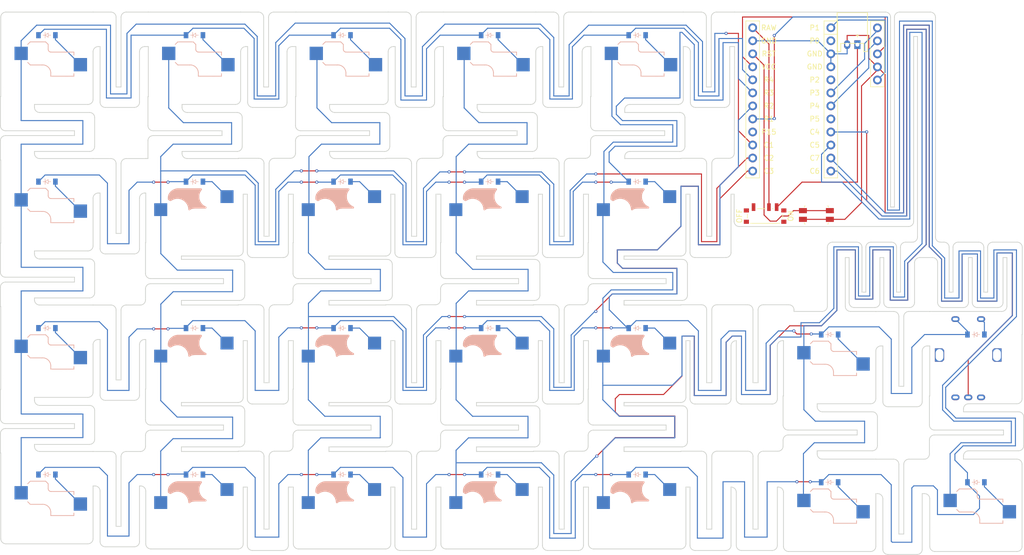
<source format=kicad_pcb>
(kicad_pcb (version 20240108) (generator "pcbnew") (generator_version "8.0")
  (title_block (title "central") (date "2025-02-25") (rev "v1.0.0") (company "Unknown"))
  (layers (0 "F.Cu" signal) (31 "B.Cu" signal) (34 "B.Paste" user) (35 "F.Paste" user) (36 "B.SilkS" user "B.Silkscreen") (37 "F.SilkS" user "F.Silkscreen") (38 "B.Mask" user) (39 "F.Mask" user) (44 "Edge.Cuts" user))
  (net 0 "")
  (net 1 "C2")
  (net 2 "pinky_bottom")
  (net 3 "pinky_home")
  (net 4 "pinky_top")
  (net 5 "C3")
  (net 6 "ring_bottom")
  (net 7 "ring_home")
  (net 8 "ring_top")
  (net 9 "C4")
  (net 10 "middle_bottom")
  (net 11 "middle_home")
  (net 12 "middle_top")
  (net 13 "C5")
  (net 14 "index_bottom")
  (net 15 "index_home")
  (net 16 "index_top")
  (net 17 "C1")
  (net 18 "outer_bottom")
  (net 19 "GND")
  (net 20 "outer_home")
  (net 21 "outer_top")
  (net 22 "outer_num")
  (net 23 "pinky_num")
  (net 24 "ring_num")
  (net 25 "middle_num")
  (net 26 "index_num")
  (net 27 "C6")
  (net 28 "layer_one")
  (net 29 "layer_two")
  (net 30 "C7")
  (net 31 "space_one")
  (net 32 "space_two")
  (net 33 "RAW")
  (net 34 "RST")
  (net 35 "VCC")
  (net 36 "R4")
  (net 37 "R3")
  (net 38 "R2")
  (net 39 "R1")
  (net 40 "P15")
  (net 41 "P1")
  (net 42 "P0")
  (net 43 "P2")
  (net 44 "P3")
  (net 45 "P4")
  (net 46 "P5")
  (net 47 "RE_A")
  (net 48 "RE_C")
  (net 49 "pos")
  (footprint "ceoloide:mcu_nice_nano" (layer "F.Cu") (at 175.2 101.6)
    (property "Reference" "MCU1" (hide yes))
    (property "Value" "")
  )
  (footprint "ceoloide:reset_switch_smd_side" (layer "F.Cu") (at 180 125.4 180)
    (property "Reference" "RST1" (hide yes))
    (property "Value" "")
  )
  (footprint "ceoloide:power_switch_smd_side" (layer "F.Cu") (at 170 125.6 -90)
    (property "Reference" "PWR1" (hide yes))
    (property "Value" "")
  )
  (footprint "ceoloide:rotary_encoder_ec11_ec12" (layer "F.Cu") (at 209.6 152.7)
    (property "Reference" "RE1" (hide yes))
    (property "Value" "")
  )
  (footprint "ceoloide:display_nice_view" (layer "F.Cu") (at 175.2 94 90)
    (property "Reference" "DISP1" (hide yes))
    (property "Value" "" (hide yes))
  )
  (footprint "JST_PH_S2B-PH-K_02x2.00mm_Angled" (layer "F.Cu") (at 187 92.2 180)
    (property "Reference" "JST1" (hide yes))
    (property "Value" "" (hide yes))
  )
  (footprint "ceoloide:diode_tht_sod123" (layer "B.Cu") (at 145.06 176)
    (property "Reference" "D17" (hide yes))
    (property "Value" "")
  )
  (footprint "ceoloide:diode_tht_sod123" (layer "B.Cu") (at 58.765 118.9)
    (property "Reference" "D7" (hide yes))
    (property "Value" "")
  )
  (footprint "ceoloide:diode_tht_sod123" (layer "B.Cu") (at 145.06 118.9)
    (property "Reference" "D19" (hide yes))
    (property "Value" "")
  )
  (footprint "ceoloide:diode_tht_sod123" (layer "B.Cu") (at 87.53 90.35)
    (property "Reference" "D12" (hide yes))
    (property "Value" "")
  )
  (footprint "ceoloide:switch_choc_v1_v2" (layer "B.Cu") (at 28.25 128.4)
    (property "Reference" "S15" (hide yes))
    (property "Value" "")
  )
  (footprint "ceoloide:diode_tht_sod123" (layer "B.Cu") (at 58.765 90.35)
    (property "Reference" "D8" (hide yes))
    (property "Value" "")
  )
  (footprint "ceoloide:diode_tht_sod123" (layer "B.Cu") (at 116.295 176)
    (property "Reference" "D13" (hide yes))
    (property "Value" "")
  )
  (footprint "ceoloide:diode_tht_sod123" (layer "B.Cu") (at 211.1 177.5)
    (property "Reference" "D23" (hide yes))
    (property "Value" "")
  )
  (footprint "ceoloide:switch_choc_v1_v2" (layer "B.Cu") (at 209.35 187)
    (property "Reference" "S23" (hide yes))
    (property "Value" "")
  )
  (footprint "ceoloide:diode_tht_sod123" (layer "B.Cu") (at 30 147.45)
    (property "Reference" "D2" (hide yes))
    (property "Value" "")
  )
  (footprint "ceoloide:switch_mx" (layer "B.Cu") (at 59.265 155.45)
    (property "Reference" "S2" (hide yes))
    (property "Value" "")
  )
  (footprint "ceoloide:switch_mx" (layer "B.Cu") (at 59.265 126.9)
    (property "Reference" "S3" (hide yes))
    (property "Value" "")
  )
  (footprint "ceoloide:switch_mx" (layer "B.Cu") (at 88.03 155.45)
    (property "Reference" "S5" (hide yes))
    (property "Value" "")
  )
  (footprint "ceoloide:switch_choc_v1_v2" (layer "B.Cu") (at 57.015 99.85)
    (property "Reference" "S17" (hide yes))
    (property "Value" "")
  )
  (footprint "ceoloide:diode_tht_sod123" (layer "B.Cu") (at 58.765 147.45)
    (property "Reference" "D6" (hide yes))
    (property "Value" "")
  )
  (footprint "ceoloide:diode_tht_sod123" (layer "B.Cu") (at 30 90.35)
    (property "Reference" "D4" (hide yes))
    (property "Value" "")
  )
  (footprint "ceoloide:switch_choc_v1_v2" (layer "B.Cu") (at 114.545 99.85)
    (property "Reference" "S19" (hide yes))
    (property "Value" "")
  )
  (footprint "ceoloide:diode_tht_sod123" (layer "B.Cu") (at 58.765 176)
    (property "Reference" "D5" (hide yes))
    (property "Value" "")
  )
  (footprint "ceoloide:diode_tht_sod123" (layer "B.Cu") (at 116.295 147.45)
    (property "Reference" "D14" (hide yes))
    (property "Value" "")
  )
  (footprint "ceoloide:switch_choc_v1_v2" (layer "B.Cu") (at 180.835 187)
    (property "Reference" "S21" (hide yes))
    (property "Value" "")
  )
  (footprint "ceoloide:diode_tht_sod123" (layer "B.Cu") (at 145.06 147.45)
    (property "Reference" "D18" (hide yes))
    (property "Value" "")
  )
  (footprint "ceoloide:switch_mx" (layer "B.Cu") (at 145.56 126.9)
    (property "Reference" "S12" (hide yes))
    (property "Value" "")
  )
  (footprint "ceoloide:diode_tht_sod123" (layer "B.Cu") (at 116.295 90.35)
    (property "Reference" "D16" (hide yes))
    (property "Value" "")
  )
  (footprint "ceoloide:switch_mx" (layer "B.Cu") (at 59.265 184)
    (property "Reference" "S1" (hide yes))
    (property "Value" "")
  )
  (footprint "ceoloide:diode_tht_sod123" (layer "B.Cu") (at 182.585 148.7)
    (property "Reference" "D22" (hide yes))
    (property "Value" "")
  )
  (footprint "ceoloide:switch_mx" (layer "B.Cu") (at 116.795 155.45)
    (property "Reference" "S8" (hide yes))
    (property "Value" "")
  )
  (footprint "ceoloide:switch_mx" (layer "B.Cu") (at 88.03 126.9)
    (property "Reference" "S6" (hide yes))
    (property "Value" "")
  )
  (footprint "ceoloide:diode_tht_sod123" (layer "B.Cu") (at 116.295 118.9)
    (property "Reference" "D15" (hide yes))
    (property "Value" "")
  )
  (footprint "ceoloide:diode_tht_sod123" (layer "B.Cu") (at 182.585 177.5)
    (property "Reference" "D21" (hide yes))
    (property "Value" "")
  )
  (footprint "ceoloide:switch_choc_v1_v2" (layer "B.Cu") (at 28.25 99.85)
    (property "Reference" "S16" (hide yes))
    (property "Value" "")
  )
  (footprint "ceoloide:switch_mx" (layer "B.Cu") (at 145.56 155.45)
    (property "Reference" "S11" (hide yes))
    (property "Value" "")
  )
  (footprint "ceoloide:switch_choc_v1_v2" (layer "B.Cu") (at 143.31 99.85)
    (property "Reference" "S20" (hide yes))
    (property "Value" "")
  )
  (footprint "ceoloide:switch_mx" (layer "B.Cu") (at 116.795 126.9)
    (property "Reference" "S9" (hide yes))
    (property "Value" "")
  )
  (footprint "ceoloide:switch_choc_v1_v2" (layer "B.Cu") (at 28.25 156.95)
    (property "Reference" "S14" (hide yes))
    (property "Value" "")
  )
  (footprint "ceoloide:diode_tht_sod123" (layer "B.Cu") (at 87.53 176)
    (property "Reference" "D9" (hide yes))
    (property "Value" "")
  )
  (footprint "ceoloide:diode_tht_sod123" (layer "B.Cu") (at 30 118.9)
    (property "Reference" "D3" (hide yes))
    (property "Value" "")
  )
  (footprint "ceoloide:switch_choc_v1_v2" (layer "B.Cu") (at 28.25 185.5)
    (property "Reference" "S13" (hide yes))
    (property "Value" "")
  )
  (footprint "ceoloide:diode_tht_sod123" (layer "B.Cu") (at 145.06 90.35)
    (property "Reference" "D20" (hide yes))
    (property "Value" "")
  )
  (footprint "ceoloide:switch_mx" (layer "B.Cu") (at 116.795 184)
    (property "Reference" "S7" (hide yes))
    (property "Value" "")
  )
  (footprint "ceoloide:switch_mx" (layer "B.Cu") (at 145.56 184)
    (property "Reference" "S10" (hide yes))
    (property "Value" "")
  )
  (footprint "ceoloide:diode_tht_sod123" (layer "B.Cu") (at 87.53 118.9)
    (property "Reference" "D11" (hide yes))
    (property "Value" "")
  )
  (footprint "ceoloide:diode_tht_sod123" (layer "B.Cu") (at 87.53 147.45)
    (property "Reference" "D10" (hide yes))
    (property "Value" "")
  )
  (footprint "ceoloide:switch_mx" (layer "B.Cu") (at 88.03 184)
    (property "Reference" "S4" (hide yes))
    (property "Value" "")
  )
  (footprint "ceoloide:switch_choc_v1_v2" (layer "B.Cu") (at 180.835 158.2)
    (property "Reference" "S22" (hide yes))
    (property "Value" "")
  )
  (footprint "ceoloide:switch_choc_v1_v2" (layer "B.Cu") (at 85.78 99.85)
    (property "Reference" "S18" (hide yes))
    (property "Value" "")
  )
  (footprint "ceoloide:diode_tht_sod123" (layer "B.Cu") (at 211.1 148.7)
    (property "Reference" "D24" (hide yes))
    (property "Value" "")
  )
  (footprint "ceoloide:diode_tht_sod123" (layer "B.Cu") (at 30 176)
    (property "Reference" "D1" (hide yes))
    (property "Value" "")
  )
  (gr_line (start 153.37 113.0175) (end 143.6375 113.0175) (stroke (width 0.15)) (layer "Edge.Cuts"))
  (gr_line (start 97.83 132.7) (end 97.83 121.35) (stroke (width 0.15)) (layer "Edge.Cuts"))
  (gr_arc (start 154.06 102.85) (mid 153.767107 103.557107) (end 153.06 103.85) (stroke (width 0.15)) (layer "Edge.Cuts"))
  (gr_line (start 113.745 142.05) (end 113.745 142.95) (stroke (width 0.15)) (layer "Edge.Cuts"))
  (gr_line (start 171.385 162.25) (end 165.385 162.25) (stroke (width 0.15)) (layer "Edge.Cuts"))
  (gr_arc (start 197.033 145.204) (mid 197.325893 144.496893) (end 198.033 144.204) (stroke (width 0.15)) (layer "Edge.Cuts"))
  (gr_line (start 193.135 142.45) (end 193.135 133.7) (stroke (width 0.15)) (layer "Edge.Cuts"))
  (gr_line (start 155.36 189.8) (end 155.36 178.45) (stroke (width 0.15)) (layer "Edge.Cuts"))
  (gr_arc (start 166.635 171.45) (mid 167.342107 171.742893) (end 167.635 172.45) (stroke (width 0.15)) (layer "Edge.Cuts"))
  (gr_arc (start 136.51 166.35) (mid 135.802893 166.057107) (end 135.51 165.35) (stroke (width 0.15)) (layer "Edge.Cuts"))
  (gr_line (start 97.83 178.45) (end 97.03 178.45) (stroke (width 0.15)) (layer "Edge.Cuts"))
  (gr_arc (start 105.83 189.8) (mid 105.537107 190.507107) (end 104.83 190.8) (stroke (width 0.15)) (layer "Edge.Cuts"))
  (gr_line (start 126.595 149.9) (end 125.795 149.9) (stroke (width 0.15)) (layer "Edge.Cuts"))
  (gr_arc (start 114.8725 114.4) (mid 114.165393 114.107107) (end 113.8725 113.4) (stroke (width 0.15)) (layer "Edge.Cuts"))
  (gr_line (start 126.595 189.8) (end 126.595 178.45) (stroke (width 0.15)) (layer "Edge.Cuts"))
  (gr_line (start 39 188.5) (end 39 178.224) (stroke (width 0.15)) (layer "Edge.Cuts"))
  (gr_arc (start 95.84 105.4175) (mid 96.547107 105.710393) (end 96.84 106.4175) (stroke (width 0.15)) (layer "Edge.Cuts"))
  (gr_arc (start 128.845 171.45) (mid 129.552107 171.742893) (end 129.845 172.45) (stroke (width 0.15)) (layer "Edge.Cuts"))
  (gr_arc (start 70.133 104.43) (mid 69.425893 104.137107) (end 69.133 103.43) (stroke (width 0.15)) (layer "Edge.Cuts"))
  (gr_arc (start 168.635 143.9) (mid 168.927893 143.192893) (end 169.635 142.9) (stroke (width 0.15)) (layer "Edge.Cuts"))
  (gr_line (start 27.5775 103.85) (end 38 103.85) (stroke (width 0.15)) (layer "Edge.Cuts"))
  (gr_line (start 135.56 149.9) (end 135.56 159.35) (stroke (width 0.15)) (layer "Edge.Cuts"))
  (gr_line (start 194.46 86.85) (end 194.46 123.85) (stroke (width 0.15)) (layer "Edge.Cuts"))
  (gr_arc (start 67.075 105.4175) (mid 67.782107 105.710393) (end 68.075 106.4175) (stroke (width 0.15)) (layer "Edge.Cuts"))
  (gr_line (start 131.743 85.854) (end 136.06 85.854) (stroke (width 0.15)) (layer "Edge.Cuts"))
  (gr_line (start 92.8975 109.93) (end 92.8975 108.98) (stroke (width 0.15)) (layer "Edge.Cuts"))
  (gr_line (start 195.635 140.45) (end 196.385 140.45) (stroke (width 0.15)) (layer "Edge.Cuts"))
  (gr_line (start 64.415 138.8) (end 64.415 137.8) (stroke (width 0.15)) (layer "Edge.Cuts"))
  (gr_arc (start 174.5125 167.33) (mid 173.805393 167.037107) (end 173.5125 166.33) (stroke (width 0.15)) (layer "Edge.Cuts"))
  (gr_line (start 200.135 133.7) (end 202.635 133.7) (stroke (width 0.15)) (layer "Edge.Cuts"))
  (gr_line (start 159.508 100.446) (end 159.508 86.854) (stroke (width 0.15)) (layer "Edge.Cuts"))
  (gr_arc (start 208.6775 172.3675) (mid 208.970393 171.660393) (end 209.6775 171.3675) (stroke (width 0.15)) (layer "Edge.Cuts"))
  (gr_line (start 163.962398 126.647608) (end 163.975072 121.35) (stroke (width 0.15)) (layer "Edge.Cuts"))
  (gr_line (start 102.08 158.1) (end 102.08 143.9) (stroke (width 0.15)) (layer "Edge.Cuts"))
  (gr_line (start 74.315 171.45) (end 76.98 171.45) (stroke (width 0.15)) (layer "Edge.Cuts"))
  (gr_arc (start 39 159.95) (mid 38.707107 160.657107) (end 38 160.95) (stroke (width 0.15)) (layer "Edge.Cuts"))
  (gr_arc (start 97.03 160.95) (mid 96.737107 161.657107) (end 96.03 161.95) (stroke (width 0.15)) (layer "Edge.Cuts"))
  (gr_line (start 84.98 134.05) (end 96.33 134.05) (stroke (width 0.15)) (layer "Edge.Cuts"))
  (gr_line (start 208.635 143.45) (end 204.635 143.45) (stroke (width 0.15)) (layer "Edge.Cuts"))
  (gr_arc (start 41.368 132.98) (mid 40.660893 132.687107) (end 40.368 131.98) (stroke (width 0.15)) (layer "Edge.Cuts"))
  (gr_line (start 135.51 170.45) (end 135.51 168.35) (stroke (width 0.15)) (layer "Edge.Cuts"))
  (gr_line (start 103.08 171.45) (end 105.745 171.45) (stroke (width 0.15)) (layer "Edge.Cuts"))
  (gr_line (start 49.215 170.504) (end 49.215 168.35) (stroke (width 0.15)) (layer "Edge.Cuts"))
  (gr_arc (start 154.86 141.05) (mid 154.567107 141.757107) (end 153.86 142.05) (stroke (width 0.15)) (layer "Edge.Cuts"))
  (gr_arc (start 200.633 151.924) (mid 200.925893 151.216893) (end 201.633 150.924) (stroke (width 0.15)) (layer "Edge.Cuts"))
  (gr_arc (start 125.795 160.95) (mid 125.502107 161.657107) (end 124.795 161.95) (stroke (width 0.15)) (layer "Edge.Cuts"))
  (gr_arc (start 156.36 190.8) (mid 155.652893 190.507107) (end 155.36 189.8) (stroke (width 0.15)) (layer "Edge.Cuts"))
  (gr_arc (start 20.9275 168.03) (mid 21.220393 167.322893) (end 21.9275 167.03) (stroke (width 0.15)) (layer "Edge.Cuts"))
  (gr_line (start 154.06 85.854) (end 157.548 85.854) (stroke (width 0.15)) (layer "Edge.Cuts"))
  (gr_arc (start 136.56 190.5) (mid 135.852893 190.207107) (end 135.56 189.5) (stroke (width 0.15)) (layer "Edge.Cuts"))
  (gr_line (start 131.845 142.9) (end 134.51 142.9) (stroke (width 0.15)) (layer "Edge.Cuts"))
  (gr_line (start 39 131.4) (end 39 122.124) (stroke (width 0.15)) (layer "Edge.Cuts"))
  (gr_line (start 134.343 93.574) (end 134.343 103.43) (stroke (width 0.15)) (layer "Edge.Cuts"))
  (gr_line (start 135.56 178.45) (end 135.56 189.5) (stroke (width 0.15)) (layer "Edge.Cuts"))
  (gr_line (start 114.8725 105.4175) (end 124.605 105.4175) (stroke (width 0.15)) (layer "Edge.Cuts"))
  (gr_line (start 125.095 170.6) (end 113.745 170.6) (stroke (width 0.15)) (layer "Edge.Cuts"))
  (gr_line (start 133.595 162.25) (end 127.595 162.25) (stroke (width 0.15)) (layer "Edge.Cuts"))
  (gr_line (start 77.98 130.8) (end 78.03 130.8) (stroke (width 0.15)) (layer "Edge.Cuts"))
  (gr_line (start 125.605 106.4175) (end 125.605 112.0175) (stroke (width 0.15)) (layer "Edge.Cuts"))
  (gr_line (start 214.385 130.7) (end 219.135 130.7) (stroke (width 0.15)) (layer "Edge.Cuts"))
  (gr_line (start 153.61 171.45) (end 157.61 171.45) (stroke (width 0.15)) (layer "Edge.Cuts"))
  (gr_arc (start 135.9875 110.93) (mid 136.280393 110.222893) (end 136.9875 109.93) (stroke (width 0.15)) (layer "Edge.Cuts"))
  (gr_line (start 21 171.792946) (end 21 188.5) (stroke (width 0.15)) (layer "Edge.Cuts"))
  (gr_line (start 150.4275 108.98) (end 136.9875 108.98) (stroke (width 0.15)) (layer "Edge.Cuts"))
  (gr_line (start 199.71 90.6) (end 198.96 90.6) (stroke (width 0.15)) (layer "Edge.Cuts"))
  (gr_arc (start 67.565 134.05) (mid 68.272107 134.342893) (end 68.565 135.05) (stroke (width 0.15)) (layer "Edge.Cuts"))
  (gr_line (start 96.84 106.4175) (end 96.84 112.0175) (stroke (width 0.15)) (layer "Edge.Cuts"))
  (gr_line (start 192.953 190.58) (end 192.953 180.724) (stroke (width 0.15)) (layer "Edge.Cuts"))
  (gr_arc (start 107.745 166.35) (mid 107.037893 166.057107) (end 106.745 165.35) (stroke (width 0.15)) (layer "Edge.Cuts"))
  (gr_line (start 197.033 187.596) (end 197.033 174.004) (stroke (width 0.15)) (layer "Edge.Cuts"))
  (gr_line (start 185.635 133.7) (end 185.635 143.2) (stroke (width 0.15)) (layer "Edge.Cuts"))
  (gr_line (start 196.073 174.004) (end 196.073 187.596) (stroke (width 0.15)) (layer "Edge.Cuts"))
  (gr_line (start 210.385 133.7) (end 209.635 133.7) (stroke (width 0.15)) (layer "Edge.Cuts"))
  (gr_line (start 207.635 130.7) (end 211.635 130.7) (stroke (width 0.15)) (layer "Edge.Cuts"))
  (gr_line (start 153.601071 171.5) (end 142.51 171.5) (stroke (width 0.15)) (layer "Edge.Cuts"))
  (gr_arc (start 130.845 115.35) (mid 131.137893 114.642893) (end 131.845 114.35) (stroke (width 0.15)) (layer "Edge.Cuts"))
  (gr_line (start 113.745 133.4) (end 113.745 134.05) (stroke (width 0.15)) (layer "Edge.Cuts"))
  (gr_arc (start 142.6375 104.85) (mid 142.930393 104.142893) (end 143.6375 103.85) (stroke (width 0.15)) (layer "Edge.Cuts"))
  (gr_line (start 21 114.692946) (end 21 130.88) (stroke (width 0.15)) (layer "Edge.Cuts"))
  (gr_line (start 40.368 92.574) (end 40 92.574) (stroke (width 0.15)) (layer "Edge.Cuts"))
  (gr_arc (start 157.61 171.45) (mid 158.317107 171.742893) (end 158.61 172.45) (stroke (width 0.15)) (layer "Edge.Cuts"))
  (gr_line (start 97.03 189.5) (end 97.03 178.45) (stroke (width 0.15)) (layer "Edge.Cuts"))
  (gr_arc (start 68.265 160.95) (mid 67.972107 161.657107) (end 67.265 161.95) (stroke (width 0.15)) (layer "Edge.Cuts"))
  (gr_arc (start 20.9275 139.48) (mid 21.220393 138.772893) (end 21.9275 138.48) (stroke (width 0.15)) (layer "Edge.Cuts"))
  (gr_line (start 208.6775 163.2) (end 208.6775 163.7675) (stroke (width 0.15)) (layer "Edge.Cuts"))
  (gr_line (start 78.03 149.9) (end 77.065 149.9) (stroke (width 0.15)) (layer "Edge.Cuts"))
  (gr_line (start 130.845 158.1) (end 130.845 143.9) (stroke (width 0.15)) (layer "Edge.Cuts"))
  (gr_line (start 106.745 165.35) (end 106.745 159.35) (stroke (width 0.15)) (layer "Edge.Cuts"))
  (gr_arc (start 199.135 142.45) (mid 198.842107 143.157107) (end 198.135 143.45) (stroke (width 0.15)) (layer "Edge.Cuts"))
  (gr_arc (start 48.048 103.43) (mid 47.755107 104.137107) (end 47.048 104.43) (stroke (width 0.15)) (layer "Edge.Cuts"))
  (gr_line (start 106.745 159.35) (end 106.795 159.35) (stroke (width 0.15)) (layer "Edge.Cuts"))
  (gr_line (start 69.065 161.25) (end 69.065 149.9) (stroke (width 0.15)) (layer "Edge.Cuts"))
  (gr_line (start 113.745 170.6) (end 113.745 171.5) (stroke (width 0.15)) (layer "Edge.Cuts"))
  (gr_arc (start 125.795 189.5) (mid 125.502107 190.207107) (end 124.795 190.5) (stroke (width 0.15)) (layer "Edge.Cuts"))
  (gr_line (start 187.9525 167.33) (end 174.5125 167.33) (stroke (width 0.15)) (layer "Edge.Cuts"))
  (gr_line (start 56.215 134.05) (end 67.565 134.05) (stroke (width 0.15)) (layer "Edge.Cuts"))
  (gr_line (start 153.601071 114.4) (end 142.6375 114.4) (stroke (width 0.15)) (layer "Edge.Cuts"))
  (gr_arc (start 68.565 141.05) (mid 68.272107 141.757107) (end 67.565 142.05) (stroke (width 0.15)) (layer "Edge.Cuts"))
  (gr_line (start 27.5775 141.5675) (end 27.5775 141.95) (stroke (width 0.15)) (layer "Edge.Cuts"))
  (gr_line (start 172.385 178.45) (end 172.385 189.8) (stroke (width 0.15)) (layer "Edge.Cuts"))
  (gr_line (start 106.795 149.9) (end 105.83 149.9) (stroke (width 0.15)) (layer "Edge.Cuts"))
  (gr_line (start 64.1325 108.98) (end 50.6925 108.98) (stroke (width 0.15)) (layer "Edge.Cuts"))
  (gr_line (start 84.98 133.4) (end 96.03 133.4) (stroke (width 0.15)) (layer "Edge.Cuts"))
  (gr_line (start 72.315 158.1) (end 73.315 158.1) (stroke (width 0.15)) (layer "Edge.Cuts"))
  (gr_line (start 27.5775 160.95) (end 27.5775 161.5175) (stroke (width 0.15)) (layer "Edge.Cuts"))
  (gr_line (start 49.265 179.224) (end 49.265 189.5) (stroke (width 0.15)) (layer "Edge.Cuts"))
  (gr_line (start 39 114.404) (end 42.488 114.404) (stroke (width 0.15)) (layer "Edge.Cuts"))
  (gr_line (start 143.6375 103.85) (end 153.06 103.85) (stroke (width 0.15)) (layer "Edge.Cuts"))
  (gr_arc (start 96.33 162.6) (mid 97.037107 162.892893) (end 97.33 163.6) (stroke (width 0.15)) (layer "Edge.Cuts"))
  (gr_line (start 173.5125 166.33) (end 173.5125 160.68) (stroke (width 0.15)) (layer "Edge.Cuts"))
  (gr_line (start 68.265 132.4) (end 68.265 121.35) (stroke (width 0.15)) (layer "Edge.Cuts"))
  (gr_line (start 39 142.95) (end 28.5775 142.95) (stroke (width 0.15)) (layer "Edge.Cuts"))
  (gr_line (start 27.5775 160.95) (end 38 160.95) (stroke (width 0.15)) (layer "Edge.Cuts"))
  (gr_line (start 158.548 86.854) (end 158.548 100.446) (stroke (width 0.15)) (layer "Edge.Cuts"))
  (gr_arc (start 196.385 131.7) (mid 196.677893 130.992893) (end 197.385 130.7) (stroke (width 0.15)) (layer "Edge.Cuts"))
  (gr_arc (start 217.135 143.2) (mid 216.842107 143.907107) (end 216.135 144.2) (stroke (width 0.15)) (layer "Edge.Cuts"))
  (gr_line (start 173.585 149.9) (end 173.585 160.68) (stroke (width 0.15)) (layer "Edge.Cuts"))
  (gr_arc (start 163.108 103.43) (mid 162.815107 104.137107) (end 162.108 104.43) (stroke (width 0.15)) (layer "Edge.Cuts"))
  (gr_arc (start 182.135 131.7) (mid 182.427893 130.992893) (end 183.135 130.7) (stroke (width 0.15)) (layer "Edge.Cuts"))
  (gr_arc (start 49.215 139.8) (mid 49.507893 139.092893) (end 50.215 138.8) (stroke (width 0.15)) (layer "Edge.Cuts"))
  (gr_line (start 191.585 173) (end 181.1625 173) (stroke (width 0.15)) (layer "Edge.Cuts"))
  (gr_line (start 20.9275 159.43) (end 21 159.43) (stroke (width 0.15)) (layer "Edge.Cuts"))
  (gr_arc (start 44.448 143.954) (mid 44.740893 143.246893) (end 45.448 142.954) (stroke (width 0.15)) (layer "Edge.Cuts"))
  (gr_line (start 85.1075 113.0175) (end 85.1075 113.4) (stroke (width 0.15)) (layer "Edge.Cuts"))
  (gr_line (start 78.53 85.85) (end 78.53 85.854) (stroke (width 0.15)) (layer "Edge.Cuts"))
  (gr_line (start 72.315 172.45) (end 72.315 186.65) (stroke (width 0.15)) (layer "Edge.Cuts"))
  (gr_line (start 104.83 162.25) (end 98.83 162.25) (stroke (width 0.15)) (layer "Edge.Cuts"))
  (gr_arc (start 191.585 161.2) (mid 191.292107 161.907107) (end 190.585 162.2) (stroke (width 0.15)) (layer "Edge.Cuts"))
  (gr_line (start 56.3425 103.85) (end 66.765 103.85) (stroke (width 0.15)) (layer "Edge.Cuts"))
  (gr_line (start 49.215 136.8) (end 49.215 130.8) (stroke (width 0.15)) (layer "Edge.Cuts"))
  (gr_arc (start 22 189.5) (mid 21.292893 189.207107) (end 21 188.5) (stroke (width 0.15)) (layer "Edge.Cuts"))
  (gr_arc (start 71.315 114.35) (mid 72.022107 114.642893) (end 72.315 115.35) (stroke (width 0.15)) (layer "Edge.Cuts"))
  (gr_line (start 150.71 138.8) (end 150.71 137.8) (stroke (width 0.15)) (layer "Edge.Cuts"))
  (gr_arc (start 211.635 130.7) (mid 212.342107 130.992893) (end 212.635 131.7) (stroke (width 0.15)) (layer "Edge.Cuts"))
  (gr_line (start 67.306071 114.4) (end 57.3425 114.4) (stroke (width 0.15)) (layer "Edge.Cuts"))
  (gr_line (start 72.253 100.446) (end 73.213 100.446) (stroke (width 0.15)) (layer "Edge.Cuts"))
  (gr_line (start 68.075 106.4175) (end 68.075 112.0175) (stroke (width 0.15)) (layer "Edge.Cuts"))
  (gr_line (start 49.6925 114.4) (end 49.265 114.4) (stroke (width 0.15)) (layer "Edge.Cuts"))
  (gr_line (start 129.783 86.854) (end 129.783 100.446) (stroke (width 0.15)) (layer "Edge.Cuts"))
  (gr_line (start 39.31 163.5175) (end 39.31 169.1175) (stroke (width 0.15)) (layer "Edge.Cuts"))
  (gr_line (start 136.9875 109.93) (end 150.4275 109.93) (stroke (width 0.15)) (layer "Edge.Cuts"))
  (gr_line (start 168.635 186.65) (end 168.635 172.45) (stroke (width 0.15)) (layer "Edge.Cuts"))
  (gr_arc (start 204.885 130.7) (mid 205.592107 130.992893) (end 205.885 131.7) (stroke (width 0.15)) (layer "Edge.Cuts"))
  (gr_arc (start 199.71 129.7) (mid 199.417107 130.407107) (end 198.71 130.7) (stroke (width 0.15)) (layer "Edge.Cuts"))
  (gr_line (start 142.6375 104.85) (end 142.6375 105.4175) (stroke (width 0.15)) (layer "Edge.Cuts"))
  (gr_line (start 136.06 85.85) (end 136.06 85.854) (stroke (width 0.15)) (layer "Edge.Cuts"))
  (gr_line (start 77.98 159.35) (end 78.03 159.35) (stroke (width 0.15)) (layer "Edge.Cuts"))
  (gr_arc (start 124.605 105.4175) (mid 125.312107 105.710393) (end 125.605 106.4175) (stroke (width 0.15)) (layer "Edge.Cuts"))
  (gr_arc (start 128.845 142.9) (mid 129.552107 143.192893) (end 129.845 143.9) (stroke (width 0.15)) (layer "Edge.Cuts"))
  (gr_line (start 76.813 93.574) (end 76.813 103.43) (stroke (width 0.15)) (layer "Edge.Cuts"))
  (gr_line (start 155.36 161.25) (end 155.36 149.9) (stroke (width 0.15)) (layer "Edge.Cuts"))
  (gr_line (start 199.633 162.78) (end 193.953 162.78) (stroke (width 0.15)) (layer "Edge.Cuts"))
  (gr_line (start 136.56 190.5) (end 153.56 190.5) (stroke (width 0.15)) (layer "Edge.Cuts"))
  (gr_arc (start 126.095 169.6) (mid 125.802107 170.307107) (end 125.095 170.6) (stroke (width 0.15)) (layer "Edge.Cuts"))
  (gr_line (start 43.488 157.546) (end 44.448 157.546) (stroke (width 0.15)) (layer "Edge.Cuts"))
  (gr_arc (start 39 93.574) (mid 39.292893 92.866893) (end 40 92.574) (stroke (width 0.15)) (layer "Edge.Cuts"))
  (gr_line (start 69.065 132.7) (end 69.065 121.35) (stroke (width 0.15)) (layer "Edge.Cuts"))
  (gr_line (start 39 171.504) (end 39 171.5) (stroke (width 0.15)) (layer "Edge.Cuts"))
  (gr_line (start 49.765 92.574) (end 49.765 102.33) (stroke (width 0.15)) (layer "Edge.Cuts"))
  (gr_arc (start 78.98 166.35) (mid 78.272893 166.057107) (end 77.98 165.35) (stroke (width 0.15)) (layer "Edge.Cuts"))
  (gr_arc (start 98.898 104.43) (mid 98.190893 104.137107) (end 97.898 103.43) (stroke (width 0.15)) (layer "Edge.Cuts"))
  (gr_arc (start 102.08 143.9) (mid 102.372893 143.192893) (end 103.08 142.9) (stroke (width 0.15)) (layer "Edge.Cuts"))
  (gr_line (start 210.385 142.45) (end 210.385 133.7) (stroke (width 0.15)) (layer "Edge.Cuts"))
  (gr_line (start 44.448 157.546) (end 44.448 143.954) (stroke (width 0.15)) (layer "Edge.Cuts"))
  (gr_line (start 97.83 121.35) (end 97.03 121.35) (stroke (width 0.15)) (layer "Edge.Cuts"))
  (gr_arc (start 127.663 104.43) (mid 126.955893 104.137107) (end 126.663 103.43) (stroke (width 0.15)) (layer "Edge.Cuts"))
  (gr_line (start 78.03 178.45) (end 78.03 189.5) (stroke (width 0.15)) (layer "Edge.Cuts"))
  (gr_arc (start 106.745 141.9) (mid 106.452107 142.607107) (end 105.745 142.9) (stroke (width 0.15)) (layer "Edge.Cuts"))
  (gr_line (start 113.745 161.95) (end 124.795 161.95) (stroke (width 0.15)) (layer "Edge.Cuts"))
  (gr_line (start 163.36 121.35) (end 163.36 132.7) (stroke (width 0.15)) (layer "Edge.Cuts"))
  (gr_line (start 67.315 114.35) (end 71.315 114.35) (stroke (width 0.15)) (layer "Edge.Cuts"))
  (gr_line (start 73.315 129.55) (end 73.315 115.35) (stroke (width 0.15)) (layer "Edge.Cuts"))
  (gr_arc (start 49.215 141.954) (mid 48.922107 142.661107) (end 48.215 142.954) (stroke (width 0.15)) (layer "Edge.Cuts"))
  (gr_line (start 20.9275 136.53) (end 20.9275 130.88) (stroke (width 0.15)) (layer "Edge.Cuts"))
  (gr_arc (start 200.633 190.58) (mid 200.340107 191.287107) (end 199.633 191.58) (stroke (width 0.15)) (layer "Edge.Cuts"))
  (gr_arc (start 203.1 191) (mid 202.392893 190.707107) (end 202.1 190) (stroke (width 0.15)) (layer "Edge.Cuts"))
  (gr_line (start 50.215 138.8) (end 64.415 138.8) (stroke (width 0.15)) (layer "Edge.Cuts"))
  (gr_line (start 124.836071 114.4) (end 114.8725 114.4) (stroke (width 0.15)) (layer "Edge.Cuts"))
  (gr_line (start 154.56 189.5) (end 154.56 178.45) (stroke (width 0.15)) (layer "Edge.Cuts"))
  (gr_line (start 48.048 150.674) (end 48.048 160.53) (stroke (width 0.15)) (layer "Edge.Cuts"))
  (gr_arc (start 200.633 161.78) (mid 200.340107 162.487107) (end 199.633 162.78) (stroke (width 0.15)) (layer "Edge.Cuts"))
  (gr_line (start 164.385 149.9) (end 164.36 149.9) (stroke (width 0.15)) (layer "Edge.Cuts"))
  (gr_arc (start 20.9275 110.93) (mid 21.220393 110.222893) (end 21.9275 109.93) (stroke (width 0.15)) (layer "Edge.Cuts"))
  (gr_line (start 167.635 158.1) (end 168.635 158.1) (stroke (width 0.15)) (layer "Edge.Cuts"))
  (gr_line (start 134.595 178.45) (end 134.595 189.8) (stroke (width 0.15)) (layer "Edge.Cuts"))
  (gr_line (start 135.56 121.35) (end 135.56 130.8) (stroke (width 0.15)) (layer "Edge.Cuts"))
  (gr_line (start 27.5775 170.1175) (end 27.5775 170.5) (stroke (width 0.15)) (layer "Edge.Cuts"))
  (gr_arc (start 154.56 189.5) (mid 154.267107 190.207107) (end 153.56 190.5) (stroke (width 0.15)) (layer "Edge.Cuts"))
  (gr_line (start 130.845 186.65) (end 130.845 172.45) (stroke (width 0.15)) (layer "Edge.Cuts"))
  (gr_line (start 162.36 190.8) (end 156.36 190.8) (stroke (width 0.15)) (layer "Edge.Cuts"))
  (gr_line (start 167.635 143.9) (end 167.635 158.1) (stroke (width 0.15)) (layer "Edge.Cuts"))
  (gr_line (start 181.1625 163.7675) (end 190.895 163.7675) (stroke (width 0.15)) (layer "Edge.Cuts"))
  (gr_line (start 205.885 140.45) (end 206.635 140.45) (stroke (width 0.15)) (layer "Edge.Cuts"))
  (gr_arc (start 48.265 178.224) (mid 48.972107 178.516893) (end 49.265 179.224) (stroke (width 0.15)) (layer "Edge.Cuts"))
  (gr_line (start 97.03 132.4) (end 97.03 121.35) (stroke (width 0.15)) (layer "Edge.Cuts"))
  (gr_line (start 50.6925 109.93) (end 64.1325 109.93) (stroke (width 0.15)) (layer "Edge.Cuts"))
  (gr_line (start 76.065 190.8) (end 70.065 190.8) (stroke (width 0.15)) (layer "Edge.Cuts"))
  (gr_line (start 121.945 138.8) (end 121.945 137.8) (stroke (width 0.15)) (layer "Edge.Cuts"))
  (gr_line (start 50.215 167.35) (end 64.415 167.35) (stroke (width 0.15)) (layer "Edge.Cuts"))
  (gr_line (start 78.53 92.574) (end 77.813 92.574) (stroke (width 0.15)) (layer "Edge.Cuts"))
  (gr_line (start 101.978 100.446) (end 101.978 86.854) (stroke (width 0.15)) (layer "Edge.Cuts"))
  (gr_line (start 45.448 114.404) (end 49.265 114.404) (stroke (width 0.15)) (layer "Edge.Cuts"))
  (gr_line (start 150.4275 109.93) (end 150.4275 108.98) (stroke (width 0.15)) (layer "Edge.Cuts"))
  (gr_line (start 48.048 93.574) (end 48.048 103.43) (stroke (width 0.15)) (layer "Edge.Cuts"))
  (gr_line (start 49.265 114.4) (end 49.265 114.404) (stroke (width 0.15)) (layer "Edge.Cuts"))
  (gr_arc (start 73.315 115.35) (mid 73.607893 114.642893) (end 74.315 114.35) (stroke (width 0.15)) (layer "Edge.Cuts"))
  (gr_arc (start 102.08 172.45) (mid 102.372893 171.742893) (end 103.08 171.45) (stroke (width 0.15)) (layer "Edge.Cuts"))
  (gr_line (start 173.5125 170.45) (end 173.5125 169.28) (stroke (width 0.15)) (layer "Edge.Cuts"))
  (gr_line (start 195.635 131.7) (end 195.635 140.45) (stroke (width 0.15)) (layer "Edge.Cuts"))
  (gr_line (start 69.065 189.8) (end 69.065 178.45) (stroke (width 0.15)) (layer "Edge.Cuts"))
  (gr_line (start 204.21 130.7) (end 204.885 130.7) (stroke (width 0.15)) (layer "Edge.Cuts"))
  (gr_line (start 67.765 85.854) (end 67.765 85.85) (stroke (width 0.15)) (layer "Edge.Cuts"))
  (gr_line (start 39 85.85) (end 22 85.85) (stroke (width 0.15)) (layer "Edge.Cuts"))
  (gr_arc (start 127.595 190.8) (mid 126.887893 190.507107) (end 126.595 189.8) (stroke (width 0.15)) (layer "Edge.Cuts"))
  (gr_arc (start 136.51 137.8) (mid 135.802893 137.507107) (end 135.51 136.8) (stroke (width 0.15)) (layer "Edge.Cuts"))
  (gr_arc (start 107.2225 113.35) (mid 106.929607 114.057107) (end 106.2225 114.35) (stroke (width 0.15)) (layer "Edge.Cuts"))
  (gr_line (start 158.61 129.55) (end 159.61 129.55) (stroke (width 0.15)) (layer "Edge.Cuts"))
  (gr_line (start 129.845 158.1) (end 130.845 158.1) (stroke (width 0.15)) (layer "Edge.Cuts"))
  (gr_line (start 105.83 121.35) (end 105.83 132.7) (stroke (width 0.15)) (layer "Edge.Cuts"))
  (gr_line (start 193.135 133.7) (end 192.385 133.7) (stroke (width 0.15)) (layer "Edge.Cuts"))
  (gr_line (start 21.9275 167.03) (end 35.3675 167.03) (stroke (width 0.15)) (layer "Edge.Cuts"))
  (gr_arc (start 136.9875 108.98) (mid 136.280393 108.687107) (end 135.9875 107.98) (stroke (width 0.15)) (layer "Edge.Cuts"))
  (gr_line (start 78.98 167.35) (end 93.18 167.35) (stroke (width 0.15)) (layer "Edge.Cuts"))
  (gr_arc (start 154.428 92.574) (mid 155.135107 92.866893) (end 155.428 93.574) (stroke (width 0.15)) (layer "Edge.Cuts"))
  (gr_arc (start 125.605 112.0175) (mid 125.312107 112.724607) (end 124.605 113.0175) (stroke (width 0.15)) (layer "Edge.Cuts"))
  (gr_line (start 153.601071 142.95) (end 142.51 142.95) (stroke (width 0.15)) (layer "Edge.Cuts"))
  (gr_line (start 154.06 102.85) (end 154.06 92.574) (stroke (width 0.15)) (layer "Edge.Cuts"))
  (gr_line (start 93.18 167.35) (end 93.18 166.35) (stroke (width 0.15)) (layer "Edge.Cuts"))
  (gr_line (start 124.836071 171.5) (end 124.845 171.45) (stroke (width 0.15)) (layer "Edge.Cuts"))
  (gr_line (start 183.135 130.7) (end 187.885 130.7) (stroke (width 0.15)) (layer "Edge.Cuts"))
  (gr_line (start 136.06 92.574) (end 136.06 102.33) (stroke (width 0.15)) (layer "Edge.Cuts"))
  (gr_arc (start 201.1 179.724) (mid 201.807107 180.016893) (end 202.1 180.724) (stroke (width 0.15)) (layer "Edge.Cuts"))
  (gr_line (start 168.635 158.1) (end 168.635 143.9) (stroke (width 0.15)) (layer "Edge.Cuts"))
  (gr_line (start 20.9275 114.68) (end 20.9275 110.93) (stroke (width 0.15)) (layer "Edge.Cuts"))
  (gr_line (start 39 171.5) (end 28.5775 171.5) (stroke (width 0.15)) (layer "Edge.Cuts"))
  (gr_arc (start 42.488 142.954) (mid 43.195107 143.246893) (end 43.488 143.954) (stroke (width 0.15)) (layer "Edge.Cuts"))
  (gr_arc (start 174.585 191) (mid 173.877893 190.707107) (end 173.585 190) (stroke (width 0.15)) (layer "Edge.Cuts"))
  (gr_line (start 131.845 114.35) (end 134.9875 114.35) (stroke (width 0.15)) (layer "Edge.Cuts"))
  (gr_arc (start 135.51 168.35) (mid 135.802893 167.642893) (end 136.51 167.35) (stroke (width 0.15)) (layer "Edge.Cuts"))
  (gr_arc (start 126.095 141.05) (mid 125.802107 141.757107) (end 125.095 142.05) (stroke (width 0.15)) (layer "Edge.Cuts"))
  (gr_line (start 27.5775 132.4) (end 38 132.4) (stroke (width 0.15)) (layer "Edge.Cuts"))
  (gr_arc (start 135.9875 113.35) (mid 135.694607 114.057107) (end 134.9875 114.35) (stroke (width 0.15)) (layer "Edge.Cuts"))
  (gr_line (start 38.31 170.1175) (end 27.5775 170.1175) (stroke (width 0.15)) (layer "Edge.Cuts"))
  (gr_line (start 106.745 136.8) (end 106.745 130.8) (stroke (width 0.15)) (layer "Edge.Cuts"))
  (gr_arc (start 208.6775 163.2) (mid 208.970393 162.492893) (end 209.6775 162.2) (stroke (width 0.15)) (layer "Edge.Cuts"))
  (gr_line (start 162.36 162.25) (end 156.36 162.25) (stroke (width 0.15)) (layer "Edge.Cuts"))
  (gr_line (start 39 85.854) (end 39 85.85) (stroke (width 0.15)) (layer "Edge.Cuts"))
  (gr_line (start 171.385 190.8) (end 165.385 190.8) (stroke (width 0.15)) (layer "Edge.Cuts"))
  (gr_line (start 142.51 133.4) (end 153.56 133.4) (stroke (width 0.15)) (layer "Edge.Cuts"))
  (gr_line (start 56.215 161.95) (end 67.265 161.95) (stroke (width 0.15)) (layer "Edge.Cuts"))
  (gr_line (start 124.845 114.35) (end 128.845 114.35) (stroke (width 0.15)) (layer "Edge.Cuts"))
  (gr_arc (start 105.83 132.7) (mid 105.537107 133.407107) (end 104.83 133.7) (stroke (width 0.15)) (layer "Edge.Cuts"))
  (gr_arc (start 191.585 151.924) (mid 191.877893 151.216893) (end 192.585 150.924) (stroke (width 0.15)) (layer "Edge.Cuts"))
  (gr_line (start 64.415 137.8) (end 50.215 137.8) (stroke (width 0.15)) (layer "Edge.Cuts"))
  (gr_arc (start 39 188.5) (mid 38.707107 189.207107) (end 38 189.5) (stroke (width 0.15)) (layer "Edge.Cuts"))
  (gr_line (start 126.663 103.43) (end 126.663 92.574) (stroke (width 0.15)) (layer "Edge.Cuts"))
  (gr_line (start 38.31 113.0175) (end 27.5775 113.0175) (stroke (width 0.15)) (layer "Edge.Cuts"))
  (gr_line (start 79.4575 109.93) (end 92.8975 109.93) (stroke (width 0.15)) (layer "Edge.Cuts"))
  (gr_arc (start 213.385 131.7) (mid 213.677893 130.992893) (end 214.385 130.7) (stroke (width 0.15)) (layer "Edge.Cuts"))
  (gr_line (start 126.595 132.7) (end 126.595 121.35) (stroke (width 0.15)) (layer "Edge.Cuts"))
  (gr_line (start 134.595 149.9) (end 134.595 161.25) (stroke (width 0.15)) (layer "Edge.Cuts"))
  (gr_line (start 49.6925 107.98) (end 49.6925 102.33) (stroke (width 0.15)) (layer "Edge.Cuts"))
  (gr_line (start 39 114.4) (end 28.5775 114.4) (stroke (width 0.15)) (layer "Edge.Cuts"))
  (gr_line (start 135.51 136.8) (end 135.51 130.8) (stroke (width 0.15)) (layer "Edge.Cuts"))
  (gr_arc (start 187.385 143.45) (mid 186.677893 143.157107) (end 186.385 142.45) (stroke (width 0.15)) (layer "Edge.Cuts"))
  (gr_arc (start 191.895 170.3675) (mid 191.602107 171.074607) (end 190.895 171.3675) (stroke (width 0.15)) (layer "Edge.Cuts"))
  (gr_line (start 162.108 104.43) (end 156.428 104.43) (stroke (width 0.15)) (layer "Edge.Cuts"))
  (gr_arc (start 39 150.674) (mid 39.292893 149.966893) (end 40 149.674) (stroke (width 0.15)) (layer "Edge.Cuts"))
  (gr_arc (start 41.368 161.53) (mid 40.660893 161.237107) (end 40.368 160.53) (stroke (width 0.15)) (layer "Edge.Cuts"))
  (gr_arc (start 190.895 163.7675) (mid 191.602107 164.060393) (end 191.895 164.7675) (stroke (width 0.15)) (layer "Edge.Cuts"))
  (gr_line (start 198.033 144.204) (end 202.1 144.204) (stroke (width 0.15)) (layer "Edge.Cuts"))
  (gr_line (start 186.385 133.7) (end 185.635 133.7) (stroke (width 0.15)) (layer "Edge.Cuts"))
  (gr_line (start 181.135 144.2) (end 175.635 144.2) (stroke (width 0.15)) (layer "Edge.Cuts"))
  (gr_line (start 172.385 150.9) (end 172.385 161.25) (stroke (width 0.15)) (layer "Edge.Cuts"))
  (gr_line (start 74.213 85.854) (end 78.53 85.854) (stroke (width 0.15)) (layer "Edge.Cuts"))
  (gr_arc (start 199.135 134.7) (mid 199.427893 133.992893) (end 200.135 133.7) (stroke (width 0.15)) (layer "Edge.Cuts"))
  (gr_line (start 78.03 121.35) (end 78.03 130.8) (stroke (width 0.15)) (layer "Edge.Cuts"))
  (gr_line (start 72.253 86.854) (end 72.253 100.446) (stroke (width 0.15)) (layer "Edge.Cuts"))
  (gr_line (start 44.448 100.446) (end 44.448 86.854) (stroke (width 0.15)) (layer "Edge.Cuts"))
  (gr_arc (start 100.08 142.9) (mid 100.787107 143.192893) (end 101.08 143.9) (stroke (width 0.15)) (layer "Edge.Cuts"))
  (gr_line (start 47.048 104.43) (end 41.368 104.43) (stroke (width 0.15)) (layer "Edge.Cuts"))
  (gr_line (start 39.368 178.224) (end 39 178.224) (stroke (width 0.15)) (layer "Edge.Cuts"))
  (gr_arc (start 127.595 162.25) (mid 126.887893 161.957107) (end 126.595 161.25) (stroke (width 0.15)) (layer "Edge.Cuts"))
  (gr_line (start 135.51 141.9) (end 135.51 139.8) (stroke (width 0.15)) (layer "Edge.Cuts"))
  (gr_arc (start 49.215 170.504) (mid 48.922107 171.211107) (end 48.215 171.504) (stroke (width 0.15)) (layer "Edge.Cuts"))
  (gr_arc (start 98.83 190.8) (mid 98.122893 190.507107) (end 97.83 189.8) (stroke (width 0.15)) (layer "Edge.Cuts"))
  (gr_line (start 154.56 160.95) (end 154.56 149.9) (stroke (width 0.15)) (layer "Edge.Cuts"))
  (gr_line (start 77.98 141.9) (end 77.98 139.8) (stroke (width 0.15)) (layer "Edge.Cuts"))
  (gr_line (start 76.065 133.7) (end 70.065 133.7) (stroke (width 0.15)) (layer "Edge.Cuts"))
  (gr_arc (start 125.095 134.05) (mid 125.802107 134.342893) (end 126.095 135.05) (stroke (width 0.15)) (layer "Edge.Cuts"))
  (gr_line (start 72.315 129.55) (end 73.315 129.55) (stroke (width 0.15)) (layer "Edge.Cuts"))
  (gr_arc (start 79.4575 108.98) (mid 78.750393 108.687107) (end 78.4575 107.98) (stroke (width 0.15)) (layer "Edge.Cuts"))
  (gr_line (start 135.56 178.45) (end 134.595 178.45) (stroke (width 0.15)) (layer "Edge.Cuts"))
  (gr_line (start 126.095 135.05) (end 126.095 141.05) (stroke (width 0.15)) (layer "Edge.Cuts"))
  (gr_arc (start 105.578 103.43) (mid 105.285107 104.137107) (end 104.578 104.43) (stroke (width 0.15)) (layer "Edge.Cuts"))
  (gr_line (start 155.428 103.43) (end 155.428 93.574) (stroke (width 0.15)) (layer "Edge.Cuts"))
  (gr_line (start 135.9875 107.98) (end 135.9875 102.33) (stroke (width 0.15)) (layer "Edge.Cuts"))
  (gr_line (start 136.51 167.35) (end 150.71 167.35) (stroke (width 0.15)) (layer "Edge.Cuts"))
  (gr_arc (start 128.783 85.854) (mid 129.490107 86.146893) (end 129.783 86.854) (stroke (width 0.15)) (layer "Edge.Cuts"))
  (gr_line (start 49.6925 114.4) (end 49.6925 110.93) (stroke (width 0.15)) (layer "Edge.Cuts"))
  (gr_line (start 104.83 190.8) (end 98.83 190.8) (stroke (width 0.15)) (layer "Edge.Cuts"))
  (gr_line (start 47.048 161.53) (end 41.368 161.53) (stroke (width 0.15)) (layer "Edge.Cuts"))
  (gr_line (start 124.845 171.45) (end 128.845 171.45) (stroke (width 0.15)) (layer "Edge.Cuts"))
  (gr_arc (start 42.488 85.854) (mid 43.195107 86.146893) (end 43.488 86.854) (stroke (width 0.15)) (layer "Edge.Cuts"))
  (gr_line (start 150.71 137.8) (end 136.51 137.8) (stroke (width 0.15)) (layer "Edge.Cuts"))
  (gr_line (start 69.065 149.9) (end 68.265 149.9) (stroke (width 0.15)) (layer "Edge.Cuts"))
  (gr_line (start 48.048 122.124) (end 48.048 131.98) (stroke (width 0.15)) (layer "Edge.Cuts"))
  (gr_line (start 113.8725 103.85) (end 113.8725 104.4175) (stroke (width 0.15)) (layer "Edge.Cuts"))
  (gr_line (start 153.61 114.35) (end 157.61 114.35) (stroke (width 0.15)) (layer "Edge.Cuts"))
  (gr_line (start 56.215 133.4) (end 56.215 134.05) (stroke (width 0.15)) (layer "Edge.Cuts"))
  (gr_arc (start 130.845 143.9) (mid 131.137893 143.192893) (end 131.845 142.9) (stroke (width 0.15)) (layer "Edge.Cuts"))
  (gr_line (start 27.5775 103.85) (end 27.5775 104.4175) (stroke (width 0.15)) (layer "Edge.Cuts"))
  (gr_arc (start 191.585 190) (mid 191.292107 190.707107) (end 190.585 191) (stroke (width 0.15)) (layer "Edge.Cuts"))
  (gr_line (start 154.37 106.4175) (end 154.37 112.0175) (stroke (width 0.15)) (layer "Edge.Cuts"))
  (gr_line (start 57.3425 105.4175) (end 67.075 105.4175) (stroke (width 0.15)) (layer "Edge.Cuts"))
  (gr_line (start 105.83 149.9) (end 105.83 161.25) (stroke (width 0.15)) (layer "Edge.Cuts"))
  (gr_arc (start 28.5775 142.95) (mid 27.870393 142.657107) (end 27.5775 141.95) (stroke (width 0.15)) (layer "Edge.Cuts"))
  (gr_arc (start 163.36 150.9) (mid 163.652893 150.192893) (end 164.36 149.9) (stroke (width 0.15)) (layer "Edge.Cuts"))
  (gr_arc (start 39.31 112.0175) (mid 39.017107 112.724607) (end 38.31 113.0175) (stroke (width 0.15)) (layer "Edge.Cuts"))
  (gr_line (start 158.61 143.9) (end 158.61 158.1) (stroke (width 0.15)) (layer "Edge.Cuts"))
  (gr_line (start 191.585 173.004) (end 191.585 173) (stroke (width 0.15)) (layer "Edge.Cuts"))
  (gr_line (start 43.488 115.404) (end 43.488 128.996) (stroke (width 0.15)) (layer "Edge.Cuts"))
  (gr_line (start 202.1 150.924) (end 202.1 160.68) (stroke (width 0.15)) (layer "Edge.Cuts"))
  (gr_arc (start 42.488 114.404) (mid 43.195107 114.696893) (end 43.488 115.404) (stroke (width 0.15)) (layer "Edge.Cuts"))
  (gr_line (start 96.53 85.854) (end 100.018 85.854) (stroke (width 0.15)) (layer "Edge.Cuts"))
  (gr_line (start 67.306071 171.5) (end 67.315 171.45) (stroke (width 0.15)) (layer "Edge.Cuts"))
  (gr_line (start 49.215 141.954) (end 49.215 139.8) (stroke (width 0.15)) (layer "Edge.Cuts"))
  (gr_line (start 72.315 115.35) (end 72.315 129.55) (stroke (width 0.15)) (layer "Edge.Cuts"))
  (gr_line (start 75.813 104.43) (end 70.133 104.43) (stroke (width 0.15)) (layer "Edge.Cuts"))
  (gr_line (start 135.51 165.35) (end 135.51 159.35) (stroke (width 0.15)) (layer "Edge.Cuts"))
  (gr_line (start 153.61 142.9) (end 157.61 142.9) (stroke (width 0.15)) (layer "Edge.Cuts"))
  (gr_line (start 96.08 142.9) (end 100.08 142.9) (stroke (width 0.15)) (layer "Edge.Cuts"))
  (gr_arc (start 73.213 86.854) (mid 73.505893 86.146893) (end 74.213 85.854) (stroke (width 0.15)) (layer "Edge.Cuts"))
  (gr_arc (start 203.0275 167.33) (mid 202.320393 167.037107) (end 202.0275 166.33) (stroke (width 0.15)) (layer "Edge.Cuts"))
  (gr_line (start 67.306071 142.95) (end 67.315 142.9) (stroke (width 0.15)) (layer "Edge.Cuts"))
  (gr_line (start 77.98 136.8) (end 77.98 130.8) (stroke (width 0.15)) (layer "Edge.Cuts"))
  (gr_arc (start 50.215 137.8) (mid 49.507893 137.507107) (end 49.215 136.8) (stroke (width 0.15)) (layer "Edge.Cuts"))
  (gr_arc (start 68.565 169.6) (mid 68.272107 170.307107) (end 67.565 170.6) (stroke (width 0.15)) (layer "Edge.Cuts"))
  (gr_line (start 72.315 143.9) (end 72.315 158.1) (stroke (width 0.15)) (layer "Edge.Cuts"))
  (gr_line (start 126.595 121.35) (end 125.795 121.35) (stroke (width 0.15)) (layer "Edge.Cuts"))
  (gr_line (start 49.265 149.674) (end 49.265 159.35) (stroke (width 0.15)) (layer "Edge.Cuts"))
  (gr_line (start 124.845 142.9) (end 128.845 142.9) (stroke (width 0.15)) (layer "Edge.Cuts"))
  (gr_line (start 68.565 163.6) (end 68.565 169.6) (stroke (width 0.15)) (layer "Edge.Cuts"))
  (gr_arc (start 107.795 190.5) (mid 107.087893 190.207107) (end 106.795 189.5) (stroke (width 0.15)) (layer "Edge.Cuts"))
  (gr_arc (start 39 102.85) (mid 38.707107 103.557107) (end 38 103.85) (stroke (width 0.15)) (layer "Edge.Cuts"))
  (gr_line (start 125.795 189.5) (end 125.795 178.45) (stroke (width 0.15)) (layer "Edge.Cuts"))
  (gr_line (start 163.385 178.45) (end 163.36 178.45) (stroke (width 0.15)) (layer "Edge.Cuts"))
  (gr_line (start 40.368 160.53) (end 40.368 149.674) (stroke (width 0.15)) (layer "Edge.Cuts"))
  (gr_arc (start 202.0275 172.004) (mid 201.734607 172.711107) (end 201.0275 173.004) (stroke (width 0.15)) (layer "Edge.Cuts"))
  (gr_arc (start 38.31 162.5175) (mid 39.017107 162.810393) (end 39.31 163.5175) (stroke (width 0.15)) (layer "Edge.Cuts"))
  (gr_line (start 47.048 132.98) (end 41.368 132.98) (stroke (width 0.15)) (layer "Edge.Cuts"))
  (gr_arc (start 135.51 170.45) (mid 135.217107 171.157107) (end 134.51 171.45) (stroke (width 0.15)) (layer "Edge.Cuts"))
  (gr_arc (start 202.635 133.7) (mid 203.342107 133.992893) (end 203.635 134.7) (stroke (width 0.15)) (layer "Edge.Cuts"))
  (gr_line (start 121.945 137.8) (end 107.745 137.8) (stroke (width 0.15)) (layer "Edge.Cuts"))
  (gr_arc (start 107.2225 110.93) (mid 107.515393 110.222893) (end 108.2225 109.93) (stroke (width 0.15)) (layer "Edge.Cuts"))
  (gr_arc (start 49.215 168.35) (mid 49.507893 167.642893) (end 50.215 167.35) (stroke (width 0.15)) (layer "Edge.Cuts"))
  (gr_line (start 106.745 141.9) (end 106.745 139.8) (stroke (width 0.15)) (layer "Edge.Cuts"))
  (gr_line (start 209.635 133.7) (end 209.635 142.45) (stroke (width 0.15)) (layer "Edge.Cuts"))
  (gr_line (start 135.56 149.9) (end 134.595 149.9) (stroke (width 0.15)) (layer "Edge.Cuts"))
  (gr_arc (start 182.135 143.2) (mid 181.842107 143.907107) (end 181.135 144.2) (stroke (width 0.15)) (layer "Edge.Cuts"))
  (gr_line (start 28.5775 162.5175) (end 38.31 162.5175) (stroke (width 0.15)) (layer "Edge.Cuts"))
  (gr_arc (start 71.315 171.45) (mid 72.022107 171.742893) (end 72.315 172.45) (stroke (width 0.15)) (layer "Edge.Cuts"))
  (gr_line (start 191.585 144.204) (end 191.585 144.2) (stroke (width 0.15)) (layer "Edge.Cuts"))
  (gr_line (start 49.215 159.35) (end 49.265 159.35) (stroke (width 0.15)) (layer "Edge.Cuts"))
  (gr_line (start 195.21 123.85) (end 195.21 86.85) (stroke (width 0.15)) (layer "Edge.Cuts"))
  (gr_arc (start 41.368 190.08) (mid 40.660893 189.787107) (end 40.368 189.08) (stroke (width 0.15)) (layer "Edge.Cuts"))
  (gr_line (start 49.215 130.8) (end 49.265 130.8) (stroke (width 0.15)) (layer "Edge.Cuts"))
  (gr_line (start 197.96 127.65) (end 164.962395 127.65) (stroke (width 0.15)) (layer "Edge.Cuts"))
  (gr_line (start 35.3675 138.48) (end 35.3675 137.53) (stroke (width 0.15)) (layer "Edge.Cuts"))
  (gr_line (start 208.6775 172.3675) (end 208.6775 173) (stroke (width 0.15)) (layer "Edge.Cuts"))
  (gr_arc (start 154.86 169.6) (mid 154.567107 170.307107) (end 153.86 170.6) (stroke (width 0.15)) (layer "Edge.Cuts"))
  (gr_arc (start 195.073 173.004) (mid 195.780107 173.296893) (end 196.073 174.004) (stroke (width 0.15)) (layer "Edge.Cuts"))
  (gr_line (start 124.836071 114.4) (end 124.845 114.35) (stroke (width 0.15)) (layer "Edge.Cuts"))
  (gr_line (start 67.075 113.0175) (end 56.3425 113.0175) (stroke (width 0.15)) (layer "Edge.Cuts"))
  (gr_line (start 106.795 178.45) (end 105.83 178.45) (stroke (width 0.15)) (layer "Edge.Cuts"))
  (gr_arc (start 172.585 178.45) (mid 173.292107 178.742893) (end 173.585 179.45) (stroke (width 0.15)) (layer "Edge.Cuts"))
  (gr_arc (start 100.08 171.45) (mid 100.787107 171.742893) (end 101.08 172.45) (stroke (width 0.15)) (layer "Edge.Cuts"))
  (gr_line (start 196.073 158.796) (end 197.033 158.796) (stroke (width 0.15)) (layer "Edge.Cuts"))
  (gr_line (start 20.9275 171.78) (end 20.9275 168.03) (stroke (width 0.15)) (layer "Edge.Cuts"))
  (gr_line (start 199.135 134.7) (end 199.135 142.45) (stroke (width 0.15)) (layer "Edge.Cuts"))
  (gr_line (start 135.51 130.8) (end 135.56 130.8) (stroke (width 0.15)) (layer "Edge.Cuts"))
  (gr_line (start 192.385 133.7) (end 192.385 142.45) (stroke (width 0.15)) (layer "Edge.Cuts"))
  (gr_line (start 93.18 166.35) (end 78.98 166.35) (stroke (width 0.15)) (layer "Edge.Cuts"))
  (gr_line (start 154.56 132.4) (end 154.56 121.35) (stroke (width 0.15)) (layer "Edge.Cuts"))
  (gr_line (start 28.5775 133.9675) (end 38.31 133.9675) (stroke (width 0.15)) (layer "Edge.Cuts"))
  (gr_line (start 84.98 161.95) (end 96.03 161.95) (stroke (width 0.15)) (layer "Edge.Cuts"))
  (gr_arc (start 219.135 130.7) (mid 219.842107 130.992893) (end 220.135 131.7) (stroke (width 0.15)) (layer "Edge.Cuts"))
  (gr_arc (start 73.315 143.9) (mid 73.607893 143.192893) (end 74.315 142.9) (stroke (width 0.15)) (layer "Edge.Cuts"))
  (gr_line (start 213.385 140.45) (end 213.385 131.7) (stroke (width 0.15)) (layer "Edge.Cuts"))
  (gr_line (start 49.765 92.574) (end 49.048 92.574) (stroke (width 0.15)) (layer "Edge.Cuts"))
  (gr_arc (start 100.018 85.854) (mid 100.725107 86.146893) (end 101.018 86.854) (stroke (width 0.15)) (layer "Edge.Cuts"))
  (gr_line (start 96.071071 171.5) (end 84.98 171.5) (stroke (width 0.15)) (layer "Edge.Cuts"))
  (gr_arc (start 134.343 93.574) (mid 134.635893 92.866893) (end 135.343 92.574) (stroke (width 0.15)) (layer "Edge.Cuts"))
  (gr_arc (start 108.2225 108.98) (mid 107.515393 108.687107) (end 107.2225 107.98) (stroke (width 0.15)) (layer "Edge.Cuts"))
  (gr_line (start 136.06 92.574) (end 135.343 92.574) (stroke (width 0.15)) (layer "Edge.Cuts"))
  (gr_line (start 158.61 115.35) (end 158.61 129.55) (stroke (width 0.15)) (layer "Edge.Cuts"))
  (gr_line (start 154.06 85.854) (end 154.06 85.85) (stroke (width 0.15)) (layer "Edge.Cuts"))
  (gr_line (start 191.585 144.204) (end 195.073 144.204) (stroke (width 0.15)) (layer "Edge.Cuts"))
  (gr_line (start 158.61 158.1) (end 159.61 158.1) (stroke (width 0.15)) (layer "Edge.Cuts"))
  (gr_line (start 203.0275 168.28) (end 216.4675 168.28) (stroke (width 0.15)) (layer "Edge.Cuts"))
  (gr_line (start 78.03 149.9) (end 78.03 159.35) (stroke (width 0.15)) (layer "Edge.Cuts"))
  (gr_line (start 121.6625 108.98) (end 108.2225 108.98) (stroke (width 0.15)) (layer "Edge.Cuts"))
  (gr_line (start 125.795 160.95) (end 125.795 149.9) (stroke (width 0.15)) (layer "Edge.Cuts"))
  (gr_line (start 35.3675 137.53) (end 21.9275 137.53) (stroke (width 0.15)) (layer "Edge.Cuts"))
  (gr_arc (start 173.5125 169.28) (mid 173.805393 168.572893) (end 174.5125 168.28) (stroke (width 0.15)) (layer "Edge.Cuts"))
  (gr_arc (start 197.033 174.004) (mid 197.325893 173.296893) (end 198.033 173.004) (stroke (width 0.15)) (layer "Edge.Cuts"))
  (gr_line (start 142.51 170.6) (end 142.51 171.5) (stroke (width 0.15)) (layer "Edge.Cuts"))
  (gr_line (start 169.635 142.9) (end 174.635 142.9) (stroke (width 0.15)) (layer "Edge.Cuts"))
  (gr_line (start 220.135 131.7) (end 220.135 148.7) (stroke (width 0.15)) (layer "Edge.Cuts"))
  (gr_line (start 96.071071 142.95) (end 96.08 142.9) (stroke (width 0.15)) (layer "Edge.Cuts"))
  (gr_arc (start 128.845 114.35) (mid 129.552107 114.642893) (end 129.845 115.35) (stroke (width 0.15)) (layer "Edge.Cuts"))
  (gr_line (start 49.265 149.674) (end 49.048 149.674) (stroke (width 0.15)) (layer "Edge.Cuts"))
  (gr_line (start 174.585 191) (end 190.585 191) (stroke (width 0.15)) (layer "Edge.Cuts"))
  (gr_line (start 105.578 93.574) (end 105.578 103.43) (stroke (width 0.15)) (layer "Edge.Cuts"))
  (gr_line (start 43.488 143.954) (end 43.488 157.546) (stroke (width 0.15)) (layer "Edge.Cuts"))
  (gr_arc (start 130.743 86.854) (mid 131.035893 86.146893) (end 131.743 85.854) (stroke (width 0.15)) (layer "Edge.Cuts"))
  (gr_line (start 21 171.792946) (end 20.9275 171.78) (stroke (width 0.15)) (layer "Edge.Cuts"))
  (gr_line (start 202.1 180.724) (end 202.1 190) (stroke (width 0.15)) (layer "Edge.Cuts"))
  (gr_line (start 167.635 186.65) (end 168.635 186.65) (stroke (width 0.15)) (layer "Edge.Cuts"))
  (gr_line (start 39.31 106.4175) (end 39.31 112.0175) (stroke (width 0.15)) (layer "Edge.Cuts"))
  (gr_line (start 56.215 170.6) (end 56.215 171.5) (stroke (width 0.15)) (layer "Edge.Cuts"))
  (gr_line (start 164.043914 92.574) (end 163.108 92.574) (stroke (width 0.15)) (layer "Edge.Cuts"))
  (gr_line (start 154.86 163.6) (end 154.86 169.6) (stroke (width 0.15)) (layer "Edge.Cuts"))
  (gr_line (start 49.265 121.124) (end 49.265 130.8) (stroke (width 0.15)) (layer "Edge.Cuts"))
  (gr_line (start 167.635 172.45) (end 167.635 186.65) (stroke (width 0.15)) (layer "Edge.Cuts"))
  (gr_line (start 220.1 161.2) (end 220.1 148.7) (stroke (width 0.15)) (layer "Edge.Cuts"))
  (gr_line (start 35.3675 108.98) (end 21.9275 108.98) (stroke (width 0.15)) (layer "Edge.Cuts"))
  (gr_arc (start 41.368 104.43) (mid 40.660893 104.137107) (end 40.368 103.43) (stroke (width 0.15)) (layer "Edge.Cuts"))
  (gr_line (start 96.53 102.85) (end 96.53 93.574) (stroke (width 0.15)) (layer "Edge.Cuts"))
  (gr_line (start 67.765 102.85) (end 67.765 93.574) (stroke (width 0.15)) (layer "Edge.Cuts"))
  (gr_arc (start 21 86.85) (mid 21.292893 86.142893) (end 22 85.85) (stroke (width 0.15)) (layer "Edge.Cuts"))
  (gr_line (start 20.9275 107.98) (end 20.9275 102.33) (stroke (width 0.15)) (layer "Edge.Cuts"))
  (gr_line (start 56.3425 113.0175) (end 56.3425 113.4) (stroke (width 0.15)) (layer "Edge.Cuts"))
  (gr_arc (start 193.953 162.78) (mid 193.245893 162.487107) (end 192.953 161.78) (stroke (width 0.15)) (layer "Edge.Cuts"))
  (gr_line (start 97.898 103.43) (end 97.898 92.574) (stroke (width 0.15)) (layer "Edge.Cuts"))
  (gr_line (start 135.56 121.35) (end 134.595 121.35) (stroke (width 0.15)) (layer "Edge.Cuts"))
  (gr_line (start 40.368 121.124) (end 40 121.124) (stroke (width 0.15)) (layer "Edge.Cuts"))
  (gr_line (start 142.51 133.4) (end 142.51 134.05) (stroke (width 0.15)) (layer "Edge.Cuts"))
  (gr_arc (start 50.265 190.5) (mid 49.557893 190.207107) (end 49.265 189.5) (stroke (width 0.15)) (layer "Edge.Cuts"))
  (gr_line (start 205.885 131.7) (end 205.885 140.45) (stroke (width 0.15)) (layer "Edge.Cuts"))
  (gr_line (start 93.18 137.8) (end 78.98 137.8) (stroke (width 0.15)) (layer "Edge.Cuts"))
  (gr_arc (start 165.385 190.8) (mid 164.677893 190.507107) (end 164.385 189.8) (stroke (width 0.15)) (layer "Edge.Cuts"))
  (gr_arc (start 209.635 142.45) (mid 209.342107 143.157107) (end 208.635 143.45) (stroke (width 0.15)) (layer "Edge.Cuts"))
  (gr_arc (start 44.448 115.404) (mid 44.740893 114.696893) (end 45.448 114.404) (stroke (width 0.15)) (layer "Edge.Cuts"))
  (gr_arc (start 189.635 131.7) (mid 189.927893 130.992893) (end 190.635 130.7) (stroke (width 0.15)) (layer "Edge.Cuts"))
  (gr_line (start 101.018 100.446) (end 101.978 100.446) (stroke (width 0.15)) (layer "Edge.Cuts"))
  (gr_line (start 153.86 170.6) (end 142.51 170.6) (stroke (width 0.15)) (layer "Edge.Cuts"))
  (gr_line (start 153.601071 171.5) (end 153.61 171.45) (stroke (width 0.15)) (layer "Edge.Cuts"))
  (gr_line (start 160.508 85.854) (end 164.05999 85.854) (stroke (width 0.15)) (layer "Edge.Cuts"))
  (gr_arc (start 97.03 132.4) (mid 96.737107 133.107107) (end 96.03 133.4) (stroke (width 0.15)) (layer "Edge.Cuts"))
  (gr_line (start 113.745 161.95) (end 113.745 162.6) (stroke (width 0.15)) (layer "Edge.Cuts"))
  (gr_line (start 39 171.504) (end 42.488 171.504) (stroke (width 0.15)) (layer "Edge.Cuts"))
  (gr_line (start 38.31 141.5675) (end 27.5775 141.5675) (stroke (width 0.15)) (layer "Edge.Cuts"))
  (gr_line (start 131.845 171.45) (end 134.51 171.45) (stroke (width 0.15)) (layer "Edge.Cuts"))
  (gr_line (start 113.8725 103.85) (end 124.295 103.85) (stroke (width 0.15)) (layer "Edge.Cuts"))
  (gr_line (start 153.86 142.05) (end 142.51 142.05) (stroke (width 0.15)) (layer "Edge.Cuts"))
  (gr_arc (start 154.37 112.0175) (mid 154.077107 112.724607) (end 153.37 113.0175) (stroke (width 0.15)) (layer "Edge.Cuts"))
  (gr_line (start 40.368 103.43) (end 40.368 92.574) (stroke (width 0.15)) (layer "Edge.Cuts"))
  (gr_arc (start 193.953 191.58) (mid 193.245893 191.287107) (end 192.953 190.58) (stroke (width 0.15)) (layer "Edge.Cuts"))
  (gr_line (start 97.33 163.6) (end 97.33 169.6) (stroke (width 0.15)) (layer "Edge.Cuts"))
  (gr_line (start 197.385 130.7) (end 198.71 130.7) (stroke (width 0.15)) (layer "Edge.Cuts"))
  (gr_arc (start 98.83 133.7) (mid 98.122893 133.407107) (end 97.83 132.7) (stroke (width 0.15)) (layer "Edge.Cuts"))
  (gr_line (start 77.065 121.35) (end 77.065 132.7) (stroke (width 0.15)) (layer "Edge.Cuts"))
  (gr_line (start 150.71 167.35) (end 150.71 166.35) (stroke (width 0.15)) (layer "Edge.Cuts"))
  (gr_arc (start 39.31 140.5675) (mid 39.017107 141.274607) (end 38.31 141.5675) (stroke (width 0.15)) (layer "Edge.Cuts"))
  (gr_line (start 78.4575 102.33) (end 78.53 102.33) (stroke (width 0.15)) (layer "Edge.Cuts"))
  (gr_arc (start 181.1625 173) (mid 180.455393 172.707107) (end 180.1625 172) (stroke (width 0.15)) (layer "Edge.Cuts"))
  (gr_arc (start 156.428 104.43) (mid 155.720893 104.137107) (end 155.428 103.43) (stroke (width 0.15)) (layer "Edge.Cuts"))
  (gr_line (start 69.133 103.43) (end 69.133 92.574) (stroke (width 0.15)) (layer "Edge.Cuts"))
  (gr_line (start 187.9525 168.28) (end 187.9525 167.33) (stroke (width 0.15)) (layer "Edge.Cuts"))
  (gr_line (start 107.2225 107.98) (end 107.2225 102.33) (stroke (width 0.15)) (layer "Edge.Cuts"))
  (gr_line (start 155.36 132.7) (end 155.36 121.35) (stroke (width 0.15)) (layer "Edge.Cuts"))
  (gr_arc (start 68.075 112.0175) (mid 67.782107 112.724607) (end 67.075 113.0175) (stroke (width 0.15)) (layer "Edge.Cuts"))
  (gr_line (start 216.4675 167.33) (end 203.0275 167.33) (stroke (width 0.15)) (layer "Edge.Cuts"))
  (gr_line (start 216.385 133.7) (end 216.385 142.45) (stroke (width 0.15)) (layer "Edge.Cuts"))
  (gr_line (start 191.585 161.2) (end 191.585 151.924) (stroke (width 0.15)) (layer "Edge.Cuts"))
  (gr_line (start 21.9275 109.93) (end 35.3675 109.93) (stroke (width 0.15)) (layer "Edge.Cuts"))
  (gr_line (start 101.08 186.65) (end 102.08 186.65) (stroke (width 0.15)) (layer "Edge.Cuts"))
  (gr_arc (start 107.745 137.8) (mid 107.037893 137.507107) (end 106.745 136.8) (stroke (width 0.15)) (layer "Edge.Cuts"))
  (gr_line (start 135.51 159.35) (end 135.56 159.35) (stroke (width 0.15)) (layer "Edge.Cuts"))
  (gr_line (start 173.585 149.9) (end 173.385 149.9) (stroke (width 0.15)) (layer "Edge.Cuts"))
  (gr_arc (start 98.83 162.25) (mid 98.122893 161.957107) (end 97.83 161.25) (stroke (width 0.15)) (layer "Edge.Cuts"))
  (gr_line (start 121.945 166.35) (end 107.745 166.35) (stroke (width 0.15)) (layer "Edge.Cuts"))
  (gr_line (start 28.5775 105.4175) (end 38.31 105.4175) (stroke (width 0.15)) (layer "Edge.Cuts"))
  (gr_line (start 69.065 178.45) (end 68.265 178.45) (stroke (width 0.15)) (layer "Edge.Cuts"))
  (gr_arc (start 78.4575 113.35) (mid 78.164607 114.057107) (end 77.4575 114.35) (stroke (width 0.15)) (layer "Edge.Cuts"))
  (gr_line (start 158.548 100.446) (end 159.508 100.446) (stroke (width 0.15)) (layer "Edge.Cuts"))
  (gr_arc (start 165.385 162.25) (mid 164.677893 161.957107) (end 164.385 161.25) (stroke (width 0.15)) (layer "Edge.Cuts"))
  (gr_line (start 39 159.95) (end 39 150.674) (stroke (width 0.15)) (layer "Edge.Cuts"))
  (gr_arc (start 157.61 114.35) (mid 158.317107 114.642893) (end 158.61 115.35) (stroke (width 0.15)) (layer "Edge.Cuts"))
  (gr_line (start 96.08 171.45) (end 100.08 171.45) (stroke (width 0.15)) (layer "Edge.Cuts"))
  (gr_arc (start 77.98 168.35) (mid 78.272893 167.642893) (end 78.98 167.35) (stroke (width 0.15)) (layer "Edge.Cuts"))
  (gr_line (start 27.5775 132.4) (end 27.5775 132.9675) (stroke (width 0.15)) (layer "Edge.Cuts"))
  (gr_arc (start 28.5775 114.4) (mid 27.870393 114.107107) (end 27.5775 113.4) (stroke (width 0.15)) (layer "Edge.Cuts"))
  (gr_line (start 173.5125 160.68) (end 173.585 160.68) (stroke (width 0.15)) (layer "Edge.Cuts"))
  (gr_arc (start 106.745 168.35) (mid 107.037893 167.642893) (end 107.745 167.35) (stroke (width 0.15)) (layer "Edge.Cuts"))
  (gr_arc (start 193.46 85.85) (mid 194.167107 86.142893) (end 194.46 86.85) (stroke (width 0.15)) (layer "Edge.Cuts"))
  (gr_line (start 202.1 150.924) (end 201.633 150.924) (stroke (width 0.15)) (layer "Edge.Cuts"))
  (gr_line (start 130.743 100.446) (end 130.743 86.854) (stroke (width 0.15)) (layer "Edge.Cuts"))
  (gr_line (start 106.795 121.35) (end 105.83 121.35) (stroke (width 0.15)) (layer "Edge.Cuts"))
  (gr_arc (start 220.1 161.2) (mid 219.807107 161.907107) (end 219.1 162.2) (stroke (width 0.15)) (layer "Edge.Cuts"))
  (gr_line (start 186.385 142.45) (end 186.385 133.7) (stroke (width 0.15)) (layer "Edge.Cuts"))
  (gr_line (start 73.315 158.1) (end 73.315 143.9) (stroke (width 0.15)) (layer "Edge.Cuts"))
  (gr_arc (start 202.21 85.85) (mid 202.917107 86.142893) (end 203.21 86.85) (stroke (width 0.15)) (layer "Edge.Cuts"))
  (gr_line (start 126.595 178.45) (end 125.795 178.45) (stroke (width 0.15)) (layer "Edge.Cuts"))
  (gr_line (start 106.795 121.35) (end 106.795 130.8) (stroke (width 0.15)) (layer "Edge.Cuts"))
  (gr_line (start 220.135 148.7) (end 220.1 148.7) (stroke (width 0.15)) (layer "Edge.Cuts"))
  (gr_arc (start 67.565 162.6) (mid 68.272107 162.892893) (end 68.565 163.6) (stroke (width 0.15)) (layer "Edge.Cuts"))
  (gr_arc (start 154.56 160.95) (mid 154.267107 161.657107) (end 153.56 161.95) (stroke (width 0.15)) (layer "Edge.Cuts"))
  (gr_line (start 196.21 85.85) (end 202.21 85.85) (stroke (width 0.15)) (layer "Edge.Cuts"))
  (gr_line (start 96.53 85.854) (end 96.53 85.85) (stroke (width 0.15)) (layer "Edge.Cuts"))
  (gr_line (start 44.448 128.996) (end 44.448 115.404) (stroke (width 0.15)) (layer "Edge.Cuts"))
  (gr_line (start 209.6775 162.2) (end 219.1 162.2) (stroke (width 0.15)) (layer "Edge.Cuts"))
  (gr_arc (start 50.215 166.35) (mid 49.507893 166.057107) (end 49.215 165.35) (stroke (width 0.15)) (layer "Edge.Cuts"))
  (gr_line (start 101.08 129.55) (end 102.08 129.55) (stroke (width 0.15)) (layer "Edge.Cuts"))
  (gr_arc (start 168.635 172.45) (mid 168.927893 171.742893) (end 169.635 171.45) (stroke (width 0.15)) (layer "Edge.Cuts"))
  (gr_line (start 56.3425 103.85) (end 56.3425 104.4175) (stroke (width 0.15)) (layer "Edge.Cuts"))
  (gr_line (start 44.448 186.096) (end 44.448 172.504) (stroke (width 0.15)) (layer "Edge.Cuts"))
  (gr_line (start 180.1625 171.3675) (end 180.1625 172) (stroke (width 0.15)) (layer "Edge.Cuts"))
  (gr_arc (start 68.265 189.5) (mid 67.972107 190.207107) (end 67.265 190.5) (stroke (width 0.15)) (layer "Edge.Cuts"))
  (gr_line (start 129.845 115.35) (end 129.845 129.55) (stroke (width 0.15)) (layer "Edge.Cuts"))
  (gr_line (start 199.71 129.7) (end 199.71 90.6) (stroke (width 0.15)) (layer "Edge.Cuts"))
  (gr_line (start 77.98 170.45) (end 77.98 168.35) (stroke (width 0.15)) (layer "Edge.Cuts"))
  (gr_line (start 124.836071 142.95) (end 124.845 142.9) (stroke (width 0.15)) (layer "Edge.Cuts"))
  (gr_line (start 135.9875 102.33) (end 136.06 102.33) (stroke (width 0.15)) (layer "Edge.Cuts"))
  (gr_arc (start 194.135 143.45) (mid 193.427893 143.157107) (end 193.135 142.45) (stroke (width 0.15)) (layer "Edge.Cuts"))
  (gr_line (start 67.765 85.85) (end 49.765 85.85) (stroke (width 0.15)) (layer "Edge.Cuts"))
  (gr_line (start 203.1 191) (end 219.1 191) (stroke (width 0.15)) (layer "Edge.Cuts"))
  (gr_arc (start 70.065 190.8) (mid 69.357893 190.507107) (end 69.065 189.8) (stroke (width 0.15)) (layer "Edge.Cuts"))
  (gr_arc (start 71.315 142.9) (mid 72.022107 143.192893) (end 72.315 143.9) (stroke (width 0.15)) (layer "Edge.Cuts"))
  (gr_line (start 159.61 186.65) (end 159.61 172.45) (stroke (width 0.15)) (layer "Edge.Cuts"))
  (gr_line (start 126.663 92.574) (end 126.295 92.574) (stroke (width 0.15)) (layer "Edge.Cuts"))
  (gr_line (start 27.5775 113.0175) (end 27.5775 113.4) (stroke (width 0.15)) (layer "Edge.Cuts"))
  (gr_line (start 20.9275 165.08) (end 20.9275 159.43) (stroke (width 0.15)) (layer "Edge.Cuts"))
  (gr_line (start 101.018 86.854) (end 101.018 100.446) (stroke (width 0.15)) (layer "Edge.Cuts"))
  (gr_arc (start 77.065 161.25) (mid 76.772107 161.957107) (end 76.065 162.25) (stroke (width 0.15)) (layer "Edge.Cuts"))
  (gr_line (start 67.306071 142.95) (end 56.215 142.95) (stroke (width 0.15)) (layer "Edge.Cuts"))
  (gr_line (start 164.06 85.85) (end 193.46 85.85) (stroke (width 0.15)) (layer "Edge.Cuts"))
  (gr_line (start 56.215 133.4) (end 67.265 133.4) (stroke (width 0.15)) (layer "Edge.Cuts"))
  (gr_arc (start 211.385 143.45) (mid 210.677893 143.157107) (end 210.385 142.45) (stroke (width 0.15)) (layer "Edge.Cuts"))
  (gr_line (start 96.08 114.35) (end 100.08 114.35) (stroke (width 0.15)) (layer "Edge.Cuts"))
  (gr_arc (start 48.048 93.574) (mid 48.340893 92.866893) (end 49.048 92.574) (stroke (width 0.15)) (layer "Edge.Cuts"))
  (gr_arc (start 220.1 190) (mid 219.807107 190.707107) (end 219.1 191) (stroke (width 0.15)) (layer "Edge.Cuts"))
  (gr_line (start 153.601071 142.95) (end 153.61 142.9) (stroke (width 0.15)) (layer "Edge.Cuts"))
  (gr_line (start 73.315 186.65) (end 73.315 172.45) (stroke (width 0.15)) (layer "Edge.Cuts"))
  (gr_arc (start 70.065 133.7) (mid 69.357893 133.407107) (end 69.065 132.7) (stroke (width 0.15)) (layer "Edge.Cuts"))
  (gr_arc (start 198.96 126.65) (mid 198.667107 127.357107) (end 197.96 127.65) (stroke (width 0.15)) (layer "Edge.Cuts"))
  (gr_line (start 190.635 130.7) (end 194.635 130.7) (stroke (width 0.15)) (layer "Edge.Cuts"))
  (gr_arc (start 156.36 133.7) (mid 155.652893 133.407107) (end 155.36 132.7) (stroke (width 0.15)) (layer "Edge.Cuts"))
  (gr_arc (start 97.03 189.5) (mid 96.737107 190.207107) (end 96.03 190.5) (stroke (width 0.15)) (layer "Edge.Cuts"))
  (gr_arc (start 39 131.4) (mid 38.707107 132.107107) (end 38 132.4) (stroke (width 0.15)) (layer "Edge.Cuts"))
  (gr_line (start 121.945 167.35) (end 121.945 166.35) (stroke (width 0.15)) (layer "Edge.Cuts"))
  (gr_line (start 197.033 158.796) (end 197.033 145.204) (stroke (width 0.15)) (layer "Edge.Cuts"))
  (gr_arc (start 173.5125 170.45) (mid 173.219607 171.157107) (end 172.5125 171.45) (stroke (width 0.15)) (layer "Edge.Cuts"))
  (gr_arc (start 44.448 86.854) (mid 44.740893 86.146893) (end 45.448 85.854) (stroke (width 0.15)) (layer "Edge.Cuts"))
  (gr_line (start 125.295 102.85) (end 125.295 93.574) (stroke (width 0.15)) (layer "Edge.Cuts"))
  (gr_line (start 172.585 178.45) (end 172.385 178.45) (stroke (width 0.15)) (layer "Edge.Cuts"))
  (gr_arc (start 125.095 162.6) (mid 125.802107 162.892893) (end 126.095 163.6) (stroke (width 0.15)) (layer "Edge.Cuts"))
  (gr_line (start 129.783 100.446) (end 130.743 100.446) (stroke (width 0.15)) (layer "Edge.Cuts"))
  (gr_line (start 39 85.854) (end 42.488 85.854) (stroke (width 0.15)) (layer "Edge.Cuts"))
  (gr_arc (start 86.1075 105.4175) (mid 85.400393 105.124607) (end 85.1075 104.4175) (stroke (width 0.15)) (layer "Edge.Cuts"))
  (gr_line (start 196.385 140.45) (end 196.385 131.7) (stroke (width 0.15)) (layer "Edge.Cuts"))
  (gr_line (start 40.368 149.674) (end 40 149.674) (stroke (width 0.15)) (layer "Edge.Cuts"))
  (gr_arc (start 100.08 114.35) (mid 100.787107 114.642893) (end 101.08 115.35) (stroke (width 0.15)) (layer "Edge.Cuts"))
  (gr_line (start 196.073 145.204) (end 196.073 158.796) (stroke (width 0.15)) (layer "Edge.Cuts"))
  (gr_line (start 129.845 186.65) (end 130.845 186.65) (stroke (width 0.15)) (layer "Edge.Cuts"))
  (gr_line (start 101.08 158.1) (end 102.08 158.1) (stroke (width 0.15)) (layer "Edge.Cuts"))
  (gr_line (start 74.315 142.9) (end 76.98 142.9) (stroke (width 0.15)) (layer "Edge.Cuts"))
  (gr_line (start 173.585 179.45) (end 173.585 190) (stroke (width 0.15)) (layer "Edge.Cuts"))
  (gr_arc (start 134.595 132.7) (mid 134.302107 133.407107) (end 133.595 133.7) (stroke (width 0.15)) (layer "Edge.Cuts"))
  (gr_arc (start 76.813 103.43) (mid 76.520107 104.137107) (end 75.813 104.43) (stroke (width 0.15)) (layer "Edge.Cuts"))
  (gr_line (start 217.135 143.2) (end 217.135 133.7) (stroke (width 0.15)) (layer "Edge.Cuts"))
  (gr_line (start 190.895 171.3675) (end 180.1625 171.3675) (stroke (width 0.15)) (layer "Edge.Cuts"))
  (gr_arc (start 206.635 131.7) (mid 206.927893 130.992893) (end 207.635 130.7) (stroke (width 0.15)) (layer "Edge.Cuts"))
  (gr_line (start 191.895 164.7675) (end 191.895 170.3675) (stroke (width 0.15)) (layer "Edge.Cuts"))
  (gr_line (start 43.488 128.996) (end 44.448 128.996) (stroke (width 0.15)) (layer "Edge.Cuts"))
  (gr_arc (start 159.61 143.9) (mid 159.902893 143.192893) (end 160.61 142.9) (stroke (width 0.15)) (layer "Edge.Cuts"))
  (gr_line (start 188.885 131.7) (end 188.885 140.45) (stroke (width 0.15)) (layer "Edge.Cuts"))
  (gr_line (start 43.488 86.854) (end 43.488 100.446) (stroke (width 0.15)) (layer "Edge.Cuts"))
  (gr_line (start 162.36 133.7) (end 156.36 133.7) (stroke (width 0.15)) (layer "Edge.Cuts"))
  (gr_line (start 129.845 143.9) (end 129.845 158.1) (stroke (width 0.15)) (layer "Edge.Cuts"))
  (gr_line (start 107.295 92.574) (end 107.295 102.33) (stroke (width 0.15)) (layer "Edge.Cuts"))
  (gr_line (start 56.215 161.95) (end 56.215 162.6) (stroke (width 0.15)) (layer "Edge.Cuts"))
  (gr_arc (start 48.048 150.674) (mid 48.340893 149.966893) (end 49.048 149.674) (stroke (width 0.15)) (layer "Edge.Cuts"))
  (gr_arc (start 154.56 132.4) (mid 154.267107 133.107107) (end 153.56 133.4) (stroke (width 0.15)) (layer "Edge.Cuts"))
  (gr_line (start 159.61 129.55) (end 159.61 115.35) (stroke (width 0.15)) (layer "Edge.Cuts"))
  (gr_line (start 43.488 100.446) (end 44.448 100.446) (stroke (width 0.15)) (layer "Edge.Cuts"))
  (gr_arc (start 153.86 134.05) (mid 154.567107 134.342893) (end 154.86 135.05) (stroke (width 0.15)) (layer "Edge.Cuts"))
  (gr_arc (start 172.385 189.8) (mid 172.092107 190.507107) (end 171.385 190.8) (stroke (width 0.15)) (layer "Edge.Cuts"))
  (gr_line (start 39 102.85) (end 39 93.574) (stroke (width 0.15)) (layer "Edge.Cuts"))
  (gr_arc (start 125.795 132.4) (mid 125.502107 133.107107) (end 124.795 133.4) (stroke (width 0.15)) (layer "Edge.Cuts"))
  (gr_line (start 202.0275 166.33) (end 202.0275 160.68) (stroke (width 0.15)) (layer "Edge.Cuts"))
  (gr_arc (start 172.385 150.9) (mid 172.677893 150.192893) (end 173.385 149.9) (stroke (width 0.15)) (layer "Edge.Cuts"))
  (gr_line (start 96.071071 114.4) (end 96.08 114.35) (stroke (width 0.15)) (layer "Edge.Cuts"))
  (gr_arc (start 163.36 161.25) (mid 163.067107 161.957107) (end 162.36 162.25) (stroke (width 0.15)) (layer "Edge.Cuts"))
  (gr_arc (start 102.08 115.35) (mid 102.372893 114.642893) (end 103.08 114.35) (stroke (width 0.15)) (layer "Edge.Cuts"))
  (gr_arc (start 125.295 93.574) (mid 125.587893 92.866893) (end 126.295 92.574) (stroke (width 0.15)) (layer "Edge.Cuts"))
  (gr_line (start 76.065 162.25) (end 70.065 162.25) (stroke (width 0.15)) (layer "Edge.Cuts"))
  (gr_arc (start 105.83 161.25) (mid 105.537107 161.957107) (end 104.83 162.25) (stroke (width 0.15)) (layer "Edge.Cuts"))
  (gr_arc (start 153.86 162.6) (mid 154.567107 162.892893) (end 154.86 163.6) (stroke (width 0.15)) (layer "Edge.Cuts"))
  (gr_line (start 106.795 178.45) (end 106.795 189.5) (stroke (width 0.15)) (layer "Edge.Cuts"))
  (gr_arc (start 86.1075 114.4) (mid 85.400393 114.107107) (end 85.1075 113.4) (stroke (width 0.15)) (layer "Edge.Cuts"))
  (gr_line (start 163.108 92.574) (end 163.108 103.43) (stroke (width 0.15)) (layer "Edge.Cuts"))
  (gr_line (start 202.0275 160.68) (end 202.1 160.68) (stroke (width 0.15)) (layer "Edge.Cuts"))
  (gr_line (start 45.448 171.504) (end 48.215 171.504) (stroke (width 0.15)) (layer "Edge.Cuts"))
  (gr_line (start 49.215 165.35) (end 49.215 159.35) (stroke (width 0.15)) (layer "Edge.Cuts"))
  (gr_arc (start 78.98 137.8) (mid 78.272893 137.507107) (end 77.98 136.8) (stroke (width 0.15)) (layer "Edge.Cuts"))
  (gr_line (start 97.83 149.9) (end 97.03 149.9) (stroke (width 0.15)) (layer "Edge.Cuts"))
  (gr_arc (start 77.065 189.8) (mid 76.772107 190.507107) (end 76.065 190.8) (stroke (width 0.15)) (layer "Edge.Cuts"))
  (gr_line (start 39 142.954) (end 42.488 142.954) (stroke (width 0.15)) (layer "Edge.Cuts"))
  (gr_line (start 202.1 144.2) (end 202.1 144.204) (stroke (width 0.15)) (layer "Edge.Cuts"))
  (gr_arc (start 219.41 163.7675) (mid 220.117107 164.060393) (end 220.41 164.7675) (stroke (width 0.15)) (layer "Edge.Cuts"))
  (gr_line (start 159.61 158.1) (end 159.61 143.9) (stroke (width 0.15)) (layer "Edge.Cuts"))
  (gr_arc (start 187.885 130.7) (mid 188.592107 130.992893) (end 188.885 131.7) (stroke (width 0.15)) (layer "Edge.Cuts"))
  (gr_line (start 124.605 113.0175) (end 113.8725 113.0175) (stroke (width 0.15)) (layer "Edge.Cuts"))
  (gr_arc (start 204.21 130.7) (mid 203.502893 130.407107) (end 203.21 129.7) (stroke (width 0.15)) (layer "Edge.Cuts"))
  (gr_arc (start 216.385 142.45) (mid 216.092107 143.157107) (end 215.385 143.45) (stroke (width 0.15)) (layer "Edge.Cuts"))
  (gr_arc (start 77.065 132.7) (mid 76.772107 133.407107) (end 76.065 133.7) (stroke (width 0.15)) (layer "Edge.Cuts"))
  (gr_line (start 101.08 143.9) (end 101.08 158.1) (stroke (width 0.15)) (layer "Edge.Cuts"))
  (gr_line (start 154.428 92.574) (end 154.06 92.574) (stroke (width 0.15)) (layer "Edge.Cuts"))
  (gr_line (start 48.265 178.224) (end 48.048 178.224) (stroke (width 0.15)) (layer "Edge.Cuts"))
  (gr_arc (start 114.8725 105.4175) (mid 114.165393 105.124607) (end 113.8725 104.4175) (stroke (width 0.15)) (layer "Edge.Cuts"))
  (gr_line (start 201.1 179.724) (end 200.633 179.724) (stroke (width 0.15)) (layer "Edge.Cuts"))
  (gr_arc (start 159.61 115.35) (mid 159.902893 114.642893) (end 160.61 114.35) (stroke (width 0.15)) (layer "Edge.Cuts"))
  (gr_line (start 219.41 171.3675) (end 209.6775 171.3675) (stroke (width 0.15)) (layer "Edge.Cuts"))
  (gr_arc (start 38.31 105.4175) (mid 39.017107 105.710393) (end 39.31 106.4175) (stroke (width 0.15)) (layer "Edge.Cuts"))
  (gr_line (start 142.51 161.95) (end 153.56 161.95) (stroke (width 0.15)) (layer "Edge.Cuts"))
  (gr_line (start 77.98 165.35) (end 77.98 159.35) (stroke (width 0.15)) (layer "Edge.Cuts"))
  (gr_arc (start 130.845 172.45) (mid 131.137893 171.742893) (end 131.845 171.45) (stroke (width 0.15)) (layer "Edge.Cuts"))
  (gr_arc (start 39 122.124) (mid 39.292893 121.416893) (end 40 121.124) (stroke (width 0.15)) (layer "Edge.Cuts"))
  (gr_line (start 125.295 85.854) (end 128.783 85.854) (stroke (width 0.15)) (layer "Edge.Cuts"))
  (gr_line (start 155.36 149.9) (end 154.56 149.9) (stroke (width 0.15)) (layer "Edge.Cuts"))
  (gr_line (start 155.36 121.35) (end 154.56 121.35) (stroke (width 0.15)) (layer "Edge.Cuts"))
  (gr_line (start 134.595 121.35) (end 134.595 132.7) (stroke (width 0.15)) (layer "Edge.Cuts"))
  (gr_line (start 107.745 138.8) (end 121.945 138.8) (stroke (width 0.15)) (layer "Edge.Cuts"))
  (gr_line (start 97.03 160.95) (end 97.03 149.9) (stroke (width 0.15)) (layer "Edge.Cuts"))
  (gr_arc (start 71.253 85.854) (mid 71.960107 86.146893) (end 72.253 86.854) (stroke (width 0.15)) (layer "Edge.Cuts"))
  (gr_line (start 106.745 130.8) (end 106.795 130.8) (stroke (width 0.15)) (layer "Edge.Cuts"))
  (gr_line (start 97.83 189.8) (end 97.83 178.45) (stroke (width 0.15)) (layer "Edge.Cuts"))
  (gr_arc (start 50.6925 108.98) (mid 49.985393 108.687107) (end 49.6925 107.98) (stroke (width 0.15)) (layer "Edge.Cuts"))
  (gr_line (start 96.33 170.6) (end 84.98 170.6) (stroke (width 0.15)) (layer "Edge.Cuts"))
  (gr_arc (start 195.073 144.204) (mid 195.780107 144.496893) (end 196.073 145.204) (stroke (width 0.15)) (layer "Edge.Cuts"))
  (gr_line (start 21 114.692946) (end 20.9275 114.68) (stroke (width 0.15)) (layer "Edge.Cuts"))
  (gr_line (start 216.4675 168.28) (end 216.4675 167.33) (stroke (width 0.15)) (layer "Edge.Cuts"))
  (gr_line (start 125.095 142.05) (end 113.745 142.05) (stroke (width 0.15)) (layer "Edge.Cuts"))
  (gr_line (start 219.1 173) (end 208.6775 173) (stroke (width 0.15)) (layer "Edge.Cuts"))
  (gr_line (start 103.08 142.9) (end 105.745 142.9) (stroke (width 0.15)) (layer "Edge.Cuts"))
  (gr_line (start 180.1625 162.2) (end 190.585 162.2) (stroke (width 0.15)) (layer "Edge.Cuts"))
  (gr_arc (start 28.5775 162.5175) (mid 27.870393 162.224607) (end 27.5775 161.5175) (stroke (width 0.15)) (layer "Edge.Cuts"))
  (gr_line (start 198.96 90.6) (end 198.96 126.65) (stroke (width 0.15)) (layer "Edge.Cuts"))
  (gr_arc (start 96.53 93.574) (mid 96.822893 92.866893) (end 97.53 92.574) (stroke (width 0.15)) (layer "Edge.Cuts"))
  (gr_arc (start 39.31 169.1175) (mid 39.017107 169.824607) (end 38.31 170.1175) (stroke (width 0.15)) (layer "Edge.Cuts"))
  (gr_line (start 133.595 133.7) (end 127.595 133.7) (stroke (width 0.15)) (layer "Edge.Cuts"))
  (gr_line (start 56.215 162.6) (end 67.565 162.6) (stroke (width 0.15)) (layer "Edge.Cuts"))
  (gr_line (start 220.1 190) (end 220.1 174) (stroke (width 0.15)) (layer "Edge.Cuts"))
  (gr_line (start 50.265 190.5) (end 67.265 190.5) (stroke (width 0.15)) (layer "Edge.Cuts"))
  (gr_line (start 191.585 144.2) (end 186.635 144.2) (stroke (width 0.15)) (layer "Edge.Cuts"))
  (gr_arc (start 49.6925 110.93) (mid 49.985393 110.222893) (end 50.6925 109.93) (stroke (width 0.15)) (layer "Edge.Cuts"))
  (gr_arc (start 28.5775 171.5) (mid 27.870393 171.207107) (end 27.5775 170.5) (stroke (width 0.15)) (layer "Edge.Cuts"))
  (gr_arc (start 157.61 142.9) (mid 158.317107 143.192893) (end 158.61 143.9) (stroke (width 0.15)) (layer "Edge.Cuts"))
  (gr_line (start 20.9275 130.88) (end 21 130.88) (stroke (width 0.15)) (layer "Edge.Cuts"))
  (gr_line (start 48.048 178.224) (end 48.048 189.08) (stroke (width 0.15)) (layer "Edge.Cuts"))
  (gr_line (start 69.133 92.574) (end 68.765 92.574) (stroke (width 0.15)) (layer "Edge.Cuts"))
  (gr_line (start 126.595 161.25) (end 126.595 149.9) (stroke (width 0.15)) (layer "Edge.Cuts"))
  (gr_arc (start 127.595 133.7) (mid 126.887893 133.407107) (end 126.595 132.7) (stroke (width 0.15)) (layer "Edge.Cuts"))
  (gr_line (start 49.765 85.85) (end 49.765 85.854) (stroke (width 0.15)) (layer "Edge.Cuts"))
  (gr_line (start 96.071071 114.4) (end 86.1075 114.4) (stroke (width 0.15)) (layer "Edge.Cuts"))
  (gr_line (start 107.745 167.35) (end 121.945 167.35) (stroke (width 0.15)) (layer "Edge.Cuts"))
  (gr_arc (start 21.9275 166.08) (mid 21.220393 165.787107) (end 20.9275 165.08) (stroke (width 0.15)) (layer "Edge.Cuts"))
  (gr_line (start 107.2225 113.35) (end 107.2225 110.93) (stroke (width 0.15)) (layer "Edge.Cuts"))
  (gr_arc (start 172.385 161.25) (mid 172.092107 161.957107) (end 171.385 162.25) (stroke (width 0.15)) (layer "Edge.Cuts"))
  (gr_line (start 191.385 143.45) (end 187.385 143.45) (stroke (width 0.15)) (layer "Edge.Cuts"))
  (gr_arc (start 163.36 189.8) (mid 163.067107 190.507107) (end 162.36 190.8) (stroke (width 0.15)) (layer "Edge.Cuts"))
  (gr_line (start 129.845 172.45) (end 129.845 186.65) (stroke (width 0.15)) (layer "Edge.Cuts"))
  (gr_line (start 212.635 131.7) (end 212.635 140.45) (stroke (width 0.15)) (layer "Edge.Cuts"))
  (gr_line (start 126.095 163.6) (end 126.095 169.6) (stroke (width 0.15)) (layer "Edge.Cuts"))
  (gr_arc (start 96.33 134.05) (mid 97.037107 134.342893) (end 97.33 135.05) (stroke (width 0.15)) (layer "Edge.Cuts"))
  (gr_line (start 73.213 100.446) (end 73.213 86.854) (stroke (width 0.15)) (layer "Edge.Cuts"))
  (gr_arc (start 163.994205 113.352392) (mid 163.700469 114.057955) (end 162.994208 114.35) (stroke (width 0.15)) (layer "Edge.Cuts"))
  (gr_line (start 106.795 149.9) (end 106.795 159.35) (stroke (width 0.15)) (layer "Edge.Cuts"))
  (gr_line (start 106.745 170.45) (end 106.745 168.35) (stroke (width 0.15)) (layer "Edge.Cuts"))
  (gr_arc (start 48.048 131.98) (mid 47.755107 132.687107) (end 47.048 132.98) (stroke (width 0.15)) (layer "Edge.Cuts"))
  (gr_line (start 84.98 161.95) (end 84.98 162.6) (stroke (width 0.15)) (layer "Edge.Cuts"))
  (gr_line (start 124.836071 142.95) (end 113.745 142.95) (stroke (width 0.15)) (layer "Edge.Cuts"))
  (gr_arc (start 57.3425 105.4175) (mid 56.635393 105.124607) (end 56.3425 104.4175) (stroke (width 0.15)) (layer "Edge.Cuts"))
  (gr_line (start 121.6625 109.93) (end 121.6625 108.98) (stroke (width 0.15)) (layer "Edge.Cuts"))
  (gr_arc (start 21.9275 137.53) (mid 21.220393 137.237107) (end 20.9275 136.53) (stroke (width 0.15)) (layer "Edge.Cuts"))
  (gr_line (start 78.03 178.45) (end 77.065 178.45) (stroke (width 0.15)) (layer "Edge.Cuts"))
  (gr_line (start 142.51 162.6) (end 153.86 162.6) (stroke (width 0.15)) (layer "Edge.Cuts"))
  (gr_line (start 158.61 186.65) (end 159.61 186.65) (stroke (width 0.15)) (layer "Edge.Cuts"))
  (gr_line (start 191.585 173.004) (end 195.073 173.004) (stroke (width 0.15)) (layer "Edge.Cuts"))
  (gr_line (start 78.53 92.574) (end 78.53 102.33) (stroke (width 0.15)) (layer "Edge.Cuts"))
  (gr_line (start 47.048 190.08) (end 41.368 190.08) (stroke (width 0.15)) (layer "Edge.Cuts"))
  (gr_line (start 102.08 186.65) (end 102.08 172.45) (stroke (width 0.15)) (layer "Edge.Cuts"))
  (gr_arc (start 204.635 143.45) (mid 203.927893 143.157107) (end 203.635 142.45) (stroke (width 0.15)) (layer "Edge.Cuts"))
  (gr_line (start 196.073 187.596) (end 197.033 187.596) (stroke (width 0.15)) (layer "Edge.Cuts"))
  (gr_line (start 163.975072 121.35) (end 163.36 121.35) (stroke (width 0.15)) (layer "Edge.Cuts"))
  (gr_line (start 150.71 166.35) (end 136.51 166.35) (stroke (width 0.15)) (layer "Edge.Cuts"))
  (gr_line (start 78.4575 113.35) (end 78.4575 110.93) (stroke (width 0.15)) (layer "Edge.Cuts"))
  (gr_line (start 212.635 140.45) (end 213.385 140.45) (stroke (width 0.15)) (layer "Edge.Cuts"))
  (gr_line (start 67.765 85.854) (end 71.253 85.854) (stroke (width 0.15)) (layer "Edge.Cuts"))
  (gr_line (start 191.585 190) (end 191.585 179.724) (stroke (width 0.15)) (layer "Edge.Cuts"))
  (gr_arc (start 202.0275 169.28) (mid 202.320393 168.572893) (end 203.0275 168.28) (stroke (width 0.15)) (layer "Edge.Cuts"))
  (gr_line (start 97.33 135.05) (end 97.33 141.05) (stroke (width 0.15)) (layer "Edge.Cuts"))
  (gr_arc (start 163.36 132.7) (mid 163.067107 133.407107) (end 162.36 133.7) (stroke (width 0.15)) (layer "Edge.Cuts"))
  (gr_line (start 84.98 170.6) (end 84.98 171.5) (stroke (width 0.15)) (layer "Edge.Cuts"))
  (gr_line (start 49.6925 102.33) (end 49.765 102.33) (stroke (width 0.15)) (layer "Edge.Cuts"))
  (gr_line (start 130.845 129.55) (end 130.845 115.35) (stroke (width 0.15)) (layer "Edge.Cuts"))
  (gr_line (start 45.448 142.954) (end 48.215 142.954) (stroke (width 0.15)) (layer "Edge.Cuts"))
  (gr_line (start 103.08 114.35) (end 106.2225 114.35) (stroke (width 0.15)) (layer "Edge.Cuts"))
  (gr_line (start 198.033 173.004) (end 201.0275 173.004) (stroke (width 0.15)) (layer "Edge.Cuts"))
  (gr_line (start 175.635 143.9) (end 175.635 144.2) (stroke (width 0.15)) (layer "Edge.Cuts"))
  (gr_line (start 125.295 85.854) (end 125.295 85.85) (stroke (width 0.15)) (layer "Edge.Cuts"))
  (gr_line (start 216.135 144.2) (end 202.1 144.2) (stroke (width 0.15)) (layer "Edge.Cuts"))
  (gr_arc (start 57.3425 114.4) (mid 56.635393 114.107107) (end 56.3425 113.4) (stroke (width 0.15)) (layer "Edge.Cuts"))
  (gr_line (start 203.21 86.85) (end 203.21 129.7) (stroke (width 0.15)) (layer "Edge.Cuts"))
  (gr_line (start 104.83 133.7) (end 98.83 133.7) (stroke (width 0.15)) (layer "Edge.Cuts"))
  (gr_arc (start 219.1 173) (mid 219.807107 173.292893) (end 220.1 174) (stroke (width 0.15)) (layer "Edge.Cuts"))
  (gr_line (start 35.3675 166.08) (end 21.9275 166.08) (stroke (width 0.15)) (layer "Edge.Cuts"))
  (gr_arc (start 101.978 86.854) (mid 102.270893 86.146893) (end 102.978 85.854) (stroke (width 0.15)) (layer "Edge.Cuts"))
  (gr_line (start 67.306071 114.4) (end 67.315 114.35) (stroke (width 0.15)) (layer "Edge.Cuts"))
  (gr_line (start 164.05999 85.854) (end 164.06 85.85) (stroke (width 0.15)) (layer "Edge.Cuts"))
  (gr_line (start 220.41 164.7675) (end 220.41 170.3675) (stroke (width 0.15)) (layer "Edge.Cuts"))
  (gr_line (start 113.745 134.05) (end 125.095 134.05) (stroke (width 0.15)) (layer "Edge.Cuts"))
  (gr_line (start 142.6375 114.0175) (end 142.6375 114.4) (stroke (width 0.15)) (layer "Edge.Cuts"))
  (gr_line (start 108.2225 109.93) (end 121.6625 109.93) (stroke (width 0.15)) (layer "Edge.Cuts"))
  (gr_line (start 67.315 171.45) (end 71.315 171.45) (stroke (width 0.15)) (layer "Edge.Cuts"))
  (gr_arc (start 97.33 141.05) (mid 97.037107 141.757107) (end 96.33 142.05) (stroke (width 0.15)) (layer "Edge.Cuts"))
  (gr_arc (start 76.813 93.574) (mid 77.105893 92.866893) (end 77.813 92.574) (stroke (width 0.15)) (layer "Edge.Cuts"))
  (gr_line (start 164.385 189.8) (end 164.385 179.45) (stroke (width 0.15)) (layer "Edge.Cuts"))
  (gr_line (start 93.18 138.8) (end 93.18 137.8) (stroke (width 0.15)) (layer "Edge.Cuts"))
  (gr_line (start 107.295 85.85) (end 107.295 85.854) (stroke (width 0.15)) (layer "Edge.Cuts"))
  (gr_line (start 155.36 178.45) (end 154.56 178.45) (stroke (width 0.15)) (layer "Edge.Cuts"))
  (gr_line (start 72.315 186.65) (end 73.315 186.65) (stroke (width 0.15)) (layer "Edge.Cuts"))
  (gr_arc (start 194.635 130.7) (mid 195.342107 130.992893) (end 195.635 131.7) (stroke (width 0.15)) (layer "Edge.Cuts"))
  (gr_arc (start 73.315 172.45) (mid 73.607893 171.742893) (end 74.315 171.45) (stroke (width 0.15)) (layer "Edge.Cuts"))
  (gr_arc (start 28.5775 105.4175) (mid 27.870393 105.124607) (end 27.5775 104.4175) (stroke (width 0.15)) (layer "Edge.Cuts"))
  (gr_arc (start 181.1625 163.7675) (mid 180.455393 163.474607) (end 180.1625 162.7675) (stroke (width 0.15)) (layer "Edge.Cuts"))
  (gr_line (start 200.633 179.724) (end 200.633 190.58) (stroke (width 0.15)) (layer "Edge.Cuts"))
  (gr_line (start 191.953 179.724) (end 191.585 179.724) (stroke (width 0.15)) (layer "Edge.Cuts"))
  (gr_line (start 153.601071 114.4) (end 153.61 114.35) (stroke (width 0.15)) (layer "Edge.Cuts"))
  (gr_line (start 129.845 129.55) (end 130.845 129.55) (stroke (width 0.15)) (layer "Edge.Cuts"))
  (gr_line (start 68.265 189.5) (end 68.265 178.45) (stroke (width 0.15)) (layer "Edge.Cuts"))
  (gr_line (start 192.953 150.924) (end 192.585 150.924) (stroke (width 0.15)) (layer "Edge.Cuts"))
  (gr_arc (start 166.635 142.9) (mid 167.342107 143.192893) (end 167.635 143.9) (stroke (width 0.15)) (layer "Edge.Cuts"))
  (gr_arc (start 186.635 144.2) (mid 185.927893 143.907107) (end 185.635 143.2) (stroke (width 0.15)) (layer "Edge.Cuts"))
  (gr_line (start 188.885 140.45) (end 189.635 140.45) (stroke (width 0.15)) (layer "Edge.Cuts"))
  (gr_line (start 77.065 149.9) (end 77.065 161.25) (stroke (width 0.15)) (layer "Edge.Cuts"))
  (gr_line (start 43.488 172.504) (end 43.488 186.096) (stroke (width 0.15)) (layer "Edge.Cuts"))
  (gr_line (start 113.745 133.4) (end 124.795 133.4) (stroke (width 0.15)) (layer "Edge.Cuts"))
  (gr_arc (start 156.36 162.25) (mid 155.652893 161.957107) (end 155.36 161.25) (stroke (width 0.15)) (layer "Edge.Cuts"))
  (gr_line (start 104.578 104.43) (end 98.898 104.43) (stroke (width 0.15)) (layer "Edge.Cuts"))
  (gr_line (start 97.83 161.25) (end 97.83 149.9) (stroke (width 0.15)) (layer "Edge.Cuts"))
  (gr_arc (start 96.53 102.85) (mid 96.237107 103.557107) (end 95.53 103.85) (stroke (width 0.15)) (layer "Edge.Cuts"))
  (gr_arc (start 96.84 112.0175) (mid 96.547107 112.724607) (end 95.84 113.0175) (stroke (width 0.15)) (layer "Edge.Cuts"))
  (gr_line (start 164.385 161.25) (end 164.385 149.9) (stroke (width 0.15)) (layer "Edge.Cuts"))
  (gr_arc (start 153.37 105.4175) (mid 154.077107 105.710393) (end 154.37 106.4175) (stroke (width 0.15)) (layer "Edge.Cuts"))
  (gr_arc (start 48.048 122.124) (mid 48.340893 121.416893) (end 49.048 121.124) (stroke (width 0.15)) (layer "Edge.Cuts"))
  (gr_line (start 64.415 167.35) (end 64.415 166.35) (stroke (width 0.15)) (layer "Edge.Cuts"))
  (gr_arc (start 77.98 170.45) (mid 77.687107 171.157107) (end 76.98 171.45) (stroke (width 0.15)) (layer "Edge.Cuts"))
  (gr_line (start 125.295 85.85) (end 107.295 85.85) (stroke (width 0.15)) (layer "Edge.Cuts"))
  (gr_line (start 101.08 115.35) (end 101.08 129.55) (stroke (width 0.15)) (layer "Edge.Cuts"))
  (gr_line (start 97.898 92.574) (end 97.53 92.574) (stroke (width 0.15)) (layer "Edge.Cuts"))
  (gr_line (start 20.9275 143.23) (end 20.9275 139.48) (stroke (width 0.15)) (layer "Edge.Cuts"))
  (gr_arc (start 134.595 161.25) (mid 134.302107 161.957107) (end 133.595 162.25) (stroke (width 0.15)) (layer "Edge.Cuts"))
  (gr_arc (start 142.6375 114.0175) (mid 142.930393 113.310393) (end 143.6375 113.0175) (stroke (width 0.15)) (layer "Edge.Cuts"))
  (gr_line (start 107.2225 102.33) (end 107.295 102.33) (stroke (width 0.15)) (layer "Edge.Cuts"))
  (gr_arc (start 106.745 170.45) (mid 106.452107 171.157107) (end 105.745 171.45) (stroke (width 0.15)) (layer "Edge.Cuts"))
  (gr_line (start 96.071071 142.95) (end 84.98 142.95) (stroke (width 0.15)) (layer "Edge.Cuts"))
  (gr_arc (start 44.448 172.504) (mid 44.740893 171.796893) (end 45.448 171.504) (stroke (width 0.15)) (layer "Edge.Cuts"))
  (gr_line (start 125.795 132.4) (end 125.795 121.35) (stroke (width 0.15)) (layer "Edge.Cuts"))
  (gr_line (start 21 143.242946) (end 21 159.43) (stroke (width 0.15)) (layer "Edge.Cuts"))
  (gr_line (start 40.368 131.98) (end 40.368 121.124) (stroke (width 0.15)) (layer "Edge.Cuts"))
  (gr_line (start 107.795 190.5) (end 124.795 190.5) (stroke (width 0.15)) (layer "Edge.Cuts"))
  (gr_line (start 45.448 85.854) (end 49.765 85.854) (stroke (width 0.15)) (layer "Edge.Cuts"))
  (gr_line (start 136.51 138.8) (end 150.71 138.8) (stroke (width 0.15)) (layer "Edge.Cuts"))
  (gr_arc (start 135.51 141.9) (mid 135.217107 142.607107) (end 134.51 142.9) (stroke (width 0.15)) (layer "Edge.Cuts"))
  (gr_arc (start 191.953 179.724) (mid 192.660107 180.016893) (end 192.953 180.724) (stroke (width 0.15)) (layer "Edge.Cuts"))
  (gr_arc (start 38.31 133.9675) (mid 39.017107 134.260393) (end 39.31 134.9675) (stroke (width 0.15)) (layer "Edge.Cuts"))
  (gr_line (start 113.745 162.6) (end 125.095 162.6) (stroke (width 0.15)) (layer "Edge.Cuts"))
  (gr_arc (start 159.61 172.45) (mid 159.902893 171.742893) (end 160.61 171.45) (stroke (width 0.15)) (layer "Edge.Cuts"))
  (gr_line (start 84.98 133.4) (end 84.98 134.05) (stroke (width 0.15)) (layer "Edge.Cuts"))
  (gr_line (start 35.3675 167.03) (end 35.3675 166.08) (stroke (width 0.15)) (layer "Edge.Cuts"))
  (gr_arc (start 39.368 178.224) (mid 40.075107 178.516893) (end 40.368 179.224) (stroke (width 0.15)) (layer "Edge.Cuts"))
  (gr_arc (start 78.4575 110.93) (mid 78.750393 110.222893) (end 79.4575 109.93) (stroke (width 0.15)) (layer "Edge.Cuts"))
  (gr_line (start 78.4575 107.98) (end 78.4575 102.33) (stroke (width 0.15)) (layer "Edge.Cuts"))
  (gr_line (start 174.5125 168.28) (end 187.9525 168.28) (stroke (width 0.15)) (layer "Edge.Cuts"))
  (gr_line (start 92.8975 108.98) (end 79.4575 108.98) (stroke (width 0.15)) (layer "Edge.Cuts"))
  (gr_line (start 21 86.85) (end 21 102.33) (stroke (width 0.15)) (layer "Edge.Cuts"))
  (gr_line (start 194.46 123.85) (end 195.21 123.85) (stroke (width 0.15)) (layer "Edge.Cuts"))
  (gr_arc (start 159.508 86.854) (mid 159.800893 86.146893) (end 160.508 85.854) (stroke (width 0.15)) (layer "Edge.Cuts"))
  (gr_line (start 39.31 134.9675) (end 39.31 140.5675) (stroke (width 0.15)) (layer "Edge.Cuts"))
  (gr_line (start 142.51 142.05) (end 142.51 142.95) (stroke (width 0.15)) (layer "Edge.Cuts"))
  (gr_arc (start 220.41 170.3675) (mid 220.117107 171.074607) (end 219.41 171.3675) (stroke (width 0.15)) (layer "Edge.Cuts"))
  (gr_line (start 160.61 114.35) (end 162.994208 114.35) (stroke (width 0.15)) (layer "Edge.Cuts"))
  (gr_arc (start 106.745 139.8) (mid 107.037893 139.092893) (end 107.745 138.8) (stroke (width 0.15)) (layer "Edge.Cuts"))
  (gr_line (start 22 189.5) (end 38 189.5) (stroke (width 0.15)) (layer "Edge.Cuts"))
  (gr_line (start 169.635 171.45) (end 172.5125 171.45) (stroke (width 0.15)) (layer "Edge.Cuts"))
  (gr_line (start 198.135 143.45) (end 194.135 143.45) (stroke (width 0.15)) (layer "Edge.Cuts"))
  (gr_line (start 84.98 162.6) (end 96.33 162.6) (stroke (width 0.15)) (layer "Edge.Cuts"))
  (gr_line (start 85.1075 103.85) (end 85.1075 104.4175) (stroke (width 0.15)) (layer "Edge.Cuts"))
  (gr_arc (start 42.488 171.504) (mid 43.195107 171.796893) (end 43.488 172.504) (stroke (width 0.15)) (layer "Edge.Cuts"))
  (gr_line (start 68.265 160.95) (end 68.265 149.9) (stroke (width 0.15)) (layer "Edge.Cuts"))
  (gr_arc (start 79.03 190.5) (mid 78.322893 190.207107) (end 78.03 189.5) (stroke (width 0.15)) (layer "Edge.Cuts"))
  (gr_line (start 192.953 161.78) (end 192.953 150.924) (stroke (width 0.15)) (layer "Edge.Cuts"))
  (gr_arc (start 195.21 86.85) (mid 195.502893 86.142893) (end 196.21 85.85) (stroke (width 0.15)) (layer "Edge.Cuts"))
  (gr_arc (start 67.765 93.574) (mid 68.057893 92.866893) (end 68.765 92.574) (stroke (width 0.15)) (layer "Edge.Cuts"))
  (gr_line (start 78.03 121.35) (end 77.065 121.35) (stroke (width 0.15)) (layer "Edge.Cuts"))
  (gr_line (start 78.98 138.8) (end 93.18 138.8) (stroke (width 0.15)) (layer "Edge.Cuts"))
  (gr_line (start 199.633 191.58) (end 193.953 191.58) (stroke (width 0.15)) (layer "Edge.Cuts"))
  (gr_arc (start 125.295 102.85) (mid 125.002107 103.557107) (end 124.295 103.85) (stroke (width 0.15)) (layer "Edge.Cuts"))
  (gr_line (start 135.9875 113.35) (end 135.9875 110.93) (stroke (width 0.15)) (layer "Edge.Cuts"))
  (gr_line (start 74.315 114.35) (end 77.4575 114.35) (stroke (width 0.15)) (layer "Edge.Cuts"))
  (gr_arc (start 157.548 85.854) (mid 158.255107 86.146893) (end 158.548 86.854) (stroke (width 0.15)) (layer "Edge.Cuts"))
  (gr_line (start 163.36 150.9) (end 163.36 161.25) (stroke (width 0.15)) (layer "Edge.Cuts"))
  (gr_line (start 113.8725 113.0175) (end 113.8725 113.4) (stroke (width 0.15)) (layer "Edge.Cuts"))
  (gr_arc (start 135.51 139.8) (mid 135.802893 139.092893) (end 136.51 138.8) (stroke (width 0.15)) (layer "Edge.Cuts"))
  (gr_line (start 69.065 121.35) (end 68.265 121.35) (stroke (width 0.15)) (layer "Edge.Cuts"))
  (gr_line (start 142.51 161.95) (end 142.51 162.6) (stroke (width 0.15)) (layer "Edge.Cuts"))
  (gr_line (start 21.9275 138.48) (end 35.3675 138.48) (stroke (width 0.15)) (layer "Edge.Cuts"))
  (gr_line (start 180.1625 162.2) (end 180.1625 162.7675) (stroke (width 0.15)) (layer "Edge.Cuts"))
  (gr_arc (start 68.265 132.4) (mid 67.972107 133.107107) (end 67.265 133.4) (stroke (width 0.15)) (layer "Edge.Cuts"))
  (gr_arc (start 134.595 189.8) (mid 134.302107 190.507107) (end 133.595 190.8) (stroke (width 0.15)) (layer "Edge.Cuts"))
  (gr_line (start 208.6775 163.7675) (end 219.41 163.7675) (stroke (width 0.15)) (layer "Edge.Cuts"))
  (gr_line (start 49.265 121.124) (end 49.048 121.124) (stroke (width 0.15)) (layer "Edge.Cuts"))
  (gr_line (start 200.633 151.924) (end 200.633 161.78) (stroke (width 0.15)) (layer "Edge.Cuts"))
  (gr_arc (start 28.5775 133.9675) (mid 27.870393 133.674607) (end 27.5775 132.9675) (stroke (width 0.15)) (layer "Edge.Cuts"))
  (gr_arc (start 67.765 102.85) (mid 67.472107 103.557107) (end 66.765 103.85) (stroke (width 0.15)) (layer "Edge.Cuts"))
  (gr_line (start 67.565 142.05) (end 56.215 142.05) (stroke (width 0.15)) (layer "Edge.Cuts"))
  (gr_line (start 101.08 172.45) (end 101.08 186.65) (stroke (width 0.15)) (layer "Edge.Cuts"))
  (gr_line (start 160.61 171.45) (end 166.635 171.45) (stroke (width 0.15)) (layer "Edge.Cuts"))
  (gr_line (start 133.343 104.43) (end 127.663 104.43) (stroke (width 0.15)) (layer "Edge.Cuts"))
  (gr_arc (start 97.33 169.6) (mid 97.037107 170.307107) (end 96.33 170.6) (stroke (width 0.15)) (layer "Edge.Cuts"))
  (gr_line (start 39 142.954) (end 39 142.95) (stroke (width 0.15)) (layer "Edge.Cuts"))
  (gr_line (start 124.836071 171.5) (end 113.745 171.5) (stroke (width 0.15)) (layer "Edge.Cuts"))
  (gr_line (start 56.215 142.05) (end 56.215 142.95) (stroke (width 0.15)) (layer "Edge.Cuts"))
  (gr_line (start 202.0275 172.004) (end 202.0275 169.28) (stroke (width 0.15)) (layer "Edge.Cuts"))
  (gr_line (start 102.978 85.854) (end 107.295 85.854) (stroke (width 0.15)) (layer "Edge.Cuts"))
  (gr_arc (start 21.9275 108.98) (mid 21.220393 108.687107) (end 20.9275 107.98) (stroke (width 0.15)) (layer "Edge.Cuts"))
  (gr_arc (start 163.385 178.45) (mid 164.092107 178.742893) (end 164.385 179.45) (stroke (width 0.15)) (layer "Edge.Cuts"))
  (gr_arc (start 70.065 162.25) (mid 69.357893 161.957107) (end 69.065 161.25) (stroke (width 0.15)) (layer "Edge.Cuts"))
  (gr_line (start 77.065 178.45) (end 77.065 189.8) (stroke (width 0.15)) (layer "Edge.Cuts"))
  (gr_line (start 154.06 85.85) (end 136.06 85.85) (stroke (width 0.15)) (layer "Edge.Cuts"))
  (gr_arc (start 77.98 141.9) (mid 77.687107 142.607107) (end 76.98 142.9) (stroke (width 0.15)) (layer "Edge.Cuts"))
  (gr_line (start 67.315 142.9) (end 71.315 142.9) (stroke (width 0.15)) (layer "Edge.Cuts"))
  (gr_line (start 64.1325 109.93) (end 64.1325 108.98) (stroke (width 0.15)) (layer "Edge.Cuts"))
  (gr_line (start 107.295 92.574) (end 106.578 92.574) (stroke (width 0.15)) (layer "Edge.Cuts"))
  (gr_arc (start 192.385 142.45) (mid 192.092107 143.157107) (end 191.385 143.45) (stroke (width 0.15)) (layer "Edge.Cuts"))
  (gr_arc (start 105.578 93.574) (mid 105.870893 92.866893) (end 106.578 92.574) (stroke (width 0.15)) (layer "Edge.Cuts"))
  (gr_arc (start 164.962395 127.65) (mid 164.254446 127.356259) (end 163.962398 126.647608) (stroke (width 0.15)) (layer "Edge.Cuts"))
  (gr_line (start 96.53 85.85) (end 78.53 85.85) (stroke (width 0.15)) (layer "Edge.Cuts"))
  (gr_arc (start 77.98 139.8) (mid 78.272893 139.092893) (end 78.98 138.8) (stroke (width 0.15)) (layer "Edge.Cuts"))
  (gr_line (start 35.3675 109.93) (end 35.3675 108.98) (stroke (width 0.15)) (layer "Edge.Cuts"))
  (gr_line (start 43.488 186.096) (end 44.448 186.096) (stroke (width 0.15)) (layer "Edge.Cuts"))
  (gr_line (start 85.1075 103.85) (end 95.53 103.85) (stroke (width 0.15)) (layer "Edge.Cuts"))
  (gr_line (start 67.306071 171.5) (end 56.215 171.5) (stroke (width 0.15)) (layer "Edge.Cuts"))
  (gr_arc (start 48.048 189.08) (mid 47.755107 189.787107) (end 47.048 190.08) (stroke (width 0.15)) (layer "Edge.Cuts"))
  (gr_arc (start 134.343 103.43) (mid 134.050107 104.137107) (end 133.343 104.43) (stroke (width 0.15)) (layer "Edge.Cuts"))
  (gr_line (start 21 143.242946) (end 20.9275 143.23) (stroke (width 0.15)) (layer "Edge.Cuts"))
  (gr_line (start 79.03 190.5) (end 96.03 190.5) (stroke (width 0.15)) (layer "Edge.Cuts"))
  (gr_line (start 215.385 143.45) (end 211.385 143.45) (stroke (width 0.15)) (layer "Edge.Cuts"))
  (gr_line (start 96.071071 171.5) (end 96.08 171.45) (stroke (width 0.15)) (layer "Edge.Cuts"))
  (gr_line (start 154.86 135.05) (end 154.86 141.05) (stroke (width 0.15)) (layer "Edge.Cuts"))
  (gr_line (start 68.565 135.05) (end 68.565 141.05) (stroke (width 0.15)) (layer "Edge.Cuts"))
  (gr_line (start 102.08 129.55) (end 102.08 115.35) (stroke (width 0.15)) (layer "Edge.Cuts"))
  (gr_arc (start 48.048 160.53) (mid 47.755107 161.237107) (end 47.048 161.53) (stroke (width 0.15)) (layer "Edge.Cuts"))
  (gr_line (start 105.83 178.45) (end 105.83 189.8) (stroke (width 0.15)) (layer "Edge.Cuts"))
  (gr_line (start 163.36 178.45) (end 163.36 189.8) (stroke (width 0.15)) (layer "Edge.Cuts"))
  (gr_line (start 20.9275 102.33) (end 21 102.33) (stroke (width 0.15)) (layer "Edge.Cuts"))
  (gr_line (start 86.1075 105.4175) (end 95.84 105.4175) (stroke (width 0.15)) (layer "Edge.Cuts"))
  (gr_line (start 96.33 142.05) (end 84.98 142.05) (stroke (width 0.15)) (layer "Edge.Cuts"))
  (gr_line (start 142.6375 105.4175) (end 153.37 105.4175) (stroke (width 0.15)) (layer "Edge.Cuts"))
  (gr_line (start 182.135 143.2) (end 182.135 131.7) (stroke (width 0.15)) (layer "Edge.Cuts"))
  (gr_line (start 160.61 142.9) (end 166.635 142.9) (stroke (width 0.15)) (layer "Edge.Cuts"))
  (gr_line (start 64.415 166.35) (end 50.215 166.35) (stroke (width 0.15)) (layer "Edge.Cuts"))
  (gr_line (start 67.565 170.6) (end 56.215 170.6) (stroke (width 0.15)) (layer "Edge.Cuts"))
  (gr_line (start 84.98 142.05) (end 84.98 142.95) (stroke (width 0.15)) (layer "Edge.Cuts"))
  (gr_line (start 158.61 172.45) (end 158.61 186.65) (stroke (width 0.15)) (layer "Edge.Cuts"))
  (gr_arc (start 174.635 142.9) (mid 175.342107 143.192893) (end 175.635 143.9) (stroke (width 0.15)) (layer "Edge.Cuts"))
  (gr_line (start 40.368 189.08) (end 40.368 179.224) (stroke (width 0.15)) (layer "Edge.Cuts"))
  (gr_line (start 142.51 134.05) (end 153.86 134.05) (stroke (width 0.15)) (layer "Edge.Cuts"))
  (gr_line (start 39 114.404) (end 39 114.4) (stroke (width 0.15)) (layer "Edge.Cuts"))
  (gr_line (start 206.635 140.45) (end 206.635 131.7) (stroke (width 0.15)) (layer "Edge.Cuts"))
  (gr_line (start 203.635 142.45) (end 203.635 134.7) (stroke (width 0.15)) (layer "Edge.Cuts"))
  (gr_line (start 133.595 190.8) (end 127.595 190.8) (stroke (width 0.15)) (layer "Edge.Cuts"))
  (gr_line (start 217.135 133.7) (end 216.385 133.7) (stroke (width 0.15)) (layer "Edge.Cuts"))
  (gr_line (start 95.84 113.0175) (end 85.1075 113.0175) (stroke (width 0.15)) (layer "Edge.Cuts"))
  (gr_line (start 189.635 140.45) (end 189.635 131.7) (stroke (width 0.15)) (layer "Edge.Cuts"))
  (gr_line (start 163.994205 113.352392) (end 164.043914 92.574) (stroke (width 0.15)) (layer "Edge.Cuts"))
  (segment (start 79.6 116.8) (end 82.6 116.8) (width 0.2) (layer "F.Cu") (net 1))
  (segment (start 160.6 130.6) (end 160.6 120.2) (width 0.2) (layer "F.Cu") (net 1))
  (segment (start 160.6 120.2) (end 166.499998 114.300002) (width 0.2) (layer "F.Cu") (net 1))
  (segment (start 166.499998 114.300002) (end 167.580001 114.300002) (width 0.2) (layer "F.Cu") (net 1))
  (segment (start 137 117.4) (end 143.6 117.4) (width 0.2) (layer "F.Cu") (net 1))
  (segment (start 157.6 130.6) (end 160.6 130.6) (width 0.2) (layer "F.Cu") (net 1))
  (segment (start 157.6 117.4) (end 157.6 130.6) (width 0.2) (layer "F.Cu") (net 1))
  (segment (start 143.6 117.4) (end 157.6 117.4) (width 0.2) (layer "F.Cu") (net 1))
  (segment (start 108.4 117) (end 111.4 117) (width 0.2) (layer "F.Cu") (net 1))
  (via (at 108.4 117) (size 0.6) (drill 0.3) (layers "F.Cu" "B.Cu") (net 1))
  (via (at 111.4 117) (size 0.6) (drill 0.3) (layers "F.Cu" "B.Cu") (net 1))
  (via (at 79.6 116.8) (size 0.6) (drill 0.3) (layers "F.Cu" "B.Cu") (net 1))
  (via (at 82.6 116.8) (size 0.6) (drill 0.3) (layers "F.Cu" "B.Cu") (net 1))
  (via (at 137 117.4) (size 0.6) (drill 0.3) (layers "F.Cu" "B.Cu") (net 1))
  (segment (start 52.2 152.815) (end 52.2 142.775) (width 0.2) (layer "B.Cu") (net 1))
  (segment (start 128.8 119.4) (end 128.8 130.6) (width 0.2) (layer "B.Cu") (net 1))
  (segment (start 66 107.4) (end 56.6 107.4) (width 0.2) (layer "B.Cu") (net 1))
  (segment (start 68.8 116.8) (end 52.18 116.8) (width 0.2) (layer "B.Cu") (net 1))
  (segment (start 100 119.2) (end 100 130.6) (width 0.2) (layer "B.Cu") (net 1))
  (segment (start 53.74 104.54) (end 53.74 93.9) (width 0.2) (layer "B.Cu") (net 1))
  (segment (start 52.18 161.58) (end 52.18 152.91) (width 0.2) (layer "B.Cu") (net 1))
  (segment (start 128.8 130.6) (end 132 130.6) (width 0.2) (layer "B.Cu") (net 1))
  (segment (start 66.2 140.355) (end 66.2 136.175) (width 0.2) (layer "B.Cu") (net 1))
  (segment (start 71.2 130.6) (end 71.2 119.2) (width 0.2) (layer "B.Cu") (net 1))
  (segment (start 100 130.6) (end 103.4 130.6) (width 0.2) (layer "B.Cu") (net 1))
  (segment (start 74.6 130.6) (end 71.2 130.6) (width 0.2) (layer "B.Cu") (net 1))
  (segment (start 126.4 117) (end 128.8 119.4) (width 0.2) (layer "B.Cu") (net 1))
  (segment (start 132 130.6) (end 132 120.6) (width 0.2) (layer "B.Cu") (net 1))
  (segment (start 66.22 136.155) (end 55.42 136.155) (width 0.2) (layer "B.Cu") (net 1))
  (segment (start 52.18 114.02) (end 54.6 111.6) (width 0.2) (layer "B.Cu") (net 1))
  (segment (start 54.6 169) (end 66.2 169) (width 0.2) (layer "B.Cu") (net 1))
  (segment (start 66.2 169) (end 66.2 164.8) (width 0.2) (layer "B.Cu") (net 1))
  (segment (start 52.2 142.775) (end 54.62 140.355) (width 0.2) (layer "B.Cu") (net 1))
  (segment (start 132 120.6) (end 135.2 117.4) (width 0.2) (layer "B.Cu") (net 1))
  (segment (start 52.2 132.935) (end 52.2 124.265) (width 0.2) (layer "B.Cu") (net 1))
  (segment (start 135.2 117.4) (end 137 117.4) (width 0.2) (layer "B.Cu") (net 1))
  (segment (start 78.2 116.8) (end 74.6 120.4) (width 0.2) (layer "B.Cu") (net 1))
  (segment (start 54.62 140.355) (end 66.2 140.355) (width 0.2) (layer "B.Cu") (net 1))
  (segment (start 66.2 164.8) (end 55.4 164.8) (width 0.2) (layer "B.Cu") (net 1))
  (segment (start 54.6 111.6) (end 66 111.6) (width 0.2) (layer "B.Cu") (net 1))
  (segment (start 52.18 171.42) (end 54.6 169) (width 0.2) (layer "B.Cu") (net 1))
  (segment (start 52.18 116.8) (end 52.18 114.02) (width 0.2) (layer "B.Cu") (net 1))
  (segment (start 71.2 119.2) (end 68.8 116.8) (width 0.2) (layer "B.Cu") (net 1))
  (segment (start 55.4 164.8) (end 52.18 161.58) (width 0.2) (layer "B.Cu") (net 1))
  (segment (start 56.6 107.4) (end 53.74 104.54) (width 0.2) (layer "B.Cu") (net 1))
  (segment (start 111.4 117) (end 126.4 117) (width 0.2) (layer "B.Cu") (net 1))
  (segment (start 79.6 116.8) (end 78.2 116.8) (width 0.2) (layer "B.Cu") (net 1))
  (segment (start 66.2 136.175) (end 66.22 136.155) (width 0.2) (layer "B.Cu") (net 1))
  (segment (start 66 111.6) (end 66 107.4) (width 0.2) (layer "B.Cu") (net 1))
  (segment (start 52.18 124.36) (end 52.18 116.8) (width 0.2) (layer "B.Cu") (net 1))
  (segment (start 82.6 116.8) (end 97.6 116.8) (width 0.2) (layer "B.Cu") (net 1))
  (segment (start 74.6 120.4) (end 74.6 130.6) (width 0.2) (layer "B.Cu") (net 1))
  (segment (start 97.6 116.8) (end 100 119.2) (width 0.2) (layer "B.Cu") (net 1))
  (segment (start 55.42 136.155) (end 52.2 132.935) (width 0.2) (layer "B.Cu") (net 1))
  (segment (start 103.4 130.6) (end 103.4 120.2) (width 0.2) (layer "B.Cu") (net 1))
  (segment (start 103.4 120.2) (end 106.6 117) (width 0.2) (layer "B.Cu") (net 1))
  (segment (start 106.6 117) (end 108.4 117) (width 0.2) (layer "B.Cu") (net 1))
  (segment (start 52.18 181.46) (end 52.18 171.42) (width 0.2) (layer "B.Cu") (net 1))
  (segment (start 65.107 178.92) (end 62.187 176) (width 0.2) (layer "B.Cu") (net 2))
  (segment (start 62.187 176) (end 60.415 176) (width 0.2) (layer "B.Cu") (net 2))
  (segment (start 62.187 147.45) (end 60.415 147.45) (width 0.2) (layer "B.Cu") (net 3))
  (segment (start 65.107 150.37) (end 62.187 147.45) (width 0.2) (layer "B.Cu") (net 3))
  (segment (start 62.187 118.9) (end 60.415 118.9) (width 0.2) (layer "B.Cu") (net 4))
  (segment (start 65.107 121.82) (end 62.187 118.9) (width 0.2) (layer "B.Cu") (net 4))
  (segment (start 141.2 132.2) (end 149 132.2) (width 0.2) (layer "F.Cu") (net 5))
  (segment (start 157 131.2) (end 161.2 131.2) (width 0.2) (layer "F.Cu") (net 5))
  (segment (start 141.2 134.8) (end 141.2 132.2) (width 0.2) (layer "F.Cu") (net 5))
  (segment (start 161.2 122.2) (end 166.560007 116.839993) (width 0.2) (layer "F.Cu") (net 5))
  (segment (start 142.2 135.8) (end 141.2 134.8) (width 0.2) (layer "F.Cu") (net 5))
  (segment (start 137 144) (end 140.2 140.8) (width 0.2) (layer "F.Cu") (net 5))
  (segment (start 152.8 140.8) (end 152.8 135.8) (width 0.2) (layer "F.Cu") (net 5))
  (segment (start 108.4 145.2) (end 111.4 145.2) (width 0.2) (layer "F.Cu") (net 5))
  (segment (start 153.6 127.6) (end 153.6 119.8) (width 0.2) (layer "F.Cu") (net 5))
  (segment (start 137 144.2) (end 137 144) (width 0.2) (layer "F.Cu") (net 5))
  (segment (start 140.2 140.8) (end 152.8 140.8) (width 0.2) (layer "F.Cu") (net 5))
  (segment (start 152.8 135.8) (end 142.2 135.8) (width 0.2) (layer "F.Cu") (net 5))
  (segment (start 149 132.2) (end 153.6 127.6) (width 0.2) (layer "F.Cu") (net 5))
  (segment (start 161.2 131.2) (end 161.2 122.2) (width 0.2) (layer "F.Cu") (net 5))
  (segment (start 153.6 119.8) (end 157 119.8) (width 0.2) (layer "F.Cu") (net 5))
  (segment (start 166.560007 116.839993) (end 167.580005 116.839993) (width 0.2) (layer "F.Cu") (net 5))
  (segment (start 157 119.8) (end 157 131.2) (width 0.2) (layer "F.Cu") (net 5))
  (via (at 111.4 145.2) (size 0.6) (drill 0.3) (layers "F.Cu" "B.Cu") (net 5))
  (via (at 137 144.2) (size 0.6) (drill 0.3) (layers "F.Cu" "B.Cu") (net 5))
  (via (at 108.4 145.2) (size 0.6) (drill 0.3) (layers "F.Cu" "B.Cu") (net 5))
  (segment (start 136.8 144.2) (end 132.2 148.8) (width 0.2) (layer "B.Cu") (net 5))
  (segment (start 108.4 145.2) (end 107 145.2) (width 0.2) (layer "B.Cu") (net 5))
  (segment (start 103.4 159) (end 100 159) (width 0.2) (layer "B.Cu") (net 5))
  (segment (start 94.955 168.845) (end 95 168.8) (width 0.2) (layer "B.Cu") (net 5))
  (segment (start 80.98 142.62) (end 83.4 140.2) (width 0.2) (layer "B.Cu") (net 5))
  (segment (start 82.64 104.54) (end 82.64 93.9) (width 0.2) (layer "B.Cu") (net 5))
  (segment (start 84.18 164.645) (end 80.96 161.425) (width 0.2) (layer "B.Cu") (net 5))
  (segment (start 85.5 107.4) (end 82.64 104.54) (width 0.2) (layer "B.Cu") (net 5))
  (segment (start 80.96 161.425) (end 80.96 152.755) (width 0.2) (layer "B.Cu") (net 5))
  (segment (start 83.38 168.845) (end 94.955 168.845) (width 0.2) (layer "B.Cu") (net 5))
  (segment (start 100 159) (end 100 147.6) (width 0.2) (layer "B.Cu") (net 5))
  (segment (start 95 168.8) (end 94.98 168.78) (width 0.2) (layer "B.Cu") (net 5))
  (segment (start 107 145.2) (end 103.4 148.8) (width 0.2) (layer "B.Cu") (net 5))
  (segment (start 95 136) (end 84.2 136) (width 0.2) (layer "B.Cu") (net 5))
  (segment (start 128.8 159) (end 128.8 147.6) (width 0.2) (layer "B.Cu") (net 5))
  (segment (start 132.2 148.8) (end 132.2 159) (width 0.2) (layer "B.Cu") (net 5))
  (segment (start 126.4 145.2) (end 111.4 145.2) (width 0.2) (layer "B.Cu") (net 5))
  (segment (start 84.2 136) (end 80.98 132.78) (width 0.2) (layer "B.Cu") (net 5))
  (segment (start 94.9 111.6) (end 94.9 107.4) (width 0.2) (layer "B.Cu") (net 5))
  (segment (start 100 147.6) (end 97.6 145.2) (width 0.2) (layer "B.Cu") (net 5))
  (segment (start 81.08 114.02) (end 83.5 111.6) (width 0.2) (layer "B.Cu") (net 5))
  (segment (start 80.96 181.305) (end 80.96 171.265) (width 0.2) (layer "B.Cu") (net 5))
  (segment (start 132.2 159) (end 128.8 159) (width 0.2) (layer "B.Cu") (net 5))
  (segment (start 80.96 171.265) (end 83.38 168.845) (width 0.2) (layer "B.Cu") (net 5))
  (segment (start 83.4 140.2) (end 95 140.2) (width 0.2) (layer "B.Cu") (net 5))
  (segment (start 97.6 145.2) (end 80.98 145.2) (width 0.2) (layer "B.Cu") (net 5))
  (segment (start 83.5 111.6) (end 94.9 111.6) (width 0.2) (layer "B.Cu") (net 5))
  (segment (start 128.8 147.6) (end 126.4 145.2) (width 0.2) (layer "B.Cu") (net 5))
  (segment (start 95 140.2) (end 95 136) (width 0.2) (layer "B.Cu") (net 5))
  (segment (start 80.98 132.78) (end 80.98 124.11) (width 0.2) (layer "B.Cu") (net 5))
  (segment (start 103.4 148.8) (end 103.4 159) (width 0.2) (layer "B.Cu") (net 5))
  (segment (start 80.98 152.66) (end 80.98 142.62) (width 0.2) (layer "B.Cu") (net 5))
  (segment (start 137 144.2) (end 136.8 144.2) (width 0.2) (layer "B.Cu") (net 5))
  (segment (start 94.98 164.645) (end 84.18 164.645) (width 0.2) (layer "B.Cu") (net 5))
  (segment (start 94.98 168.78) (end 94.98 164.645) (width 0.2) (layer "B.Cu") (net 5))
  (segment (start 94.9 107.4) (end 85.5 107.4) (width 0.2) (layer "B.Cu") (net 5))
  (segment (start 81.08 124.36) (end 81.08 114.02) (width 0.2) (layer "B.Cu") (net 5))
  (segment (start 90.952 176) (end 89.18 176) (width 0.2) (layer "B.Cu") (net 6))
  (segment (start 93.872 178.92) (end 90.952 176) (width 0.2) (layer "B.Cu") (net 6))
  (segment (start 90.952 147.45) (end 89.18 147.45) (width 0.2) (layer "B.Cu") (net 7))
  (segment (start 93.872 150.37) (end 90.952 147.45) (width 0.2) (layer "B.Cu") (net 7))
  (segment (start 93.872 121.82) (end 90.952 118.9) (width 0.2) (layer "B.Cu") (net 8))
  (segment (start 90.952 118.9) (end 89.18 118.9) (width 0.2) (layer "B.Cu") (net 8))
  (segment (start 140.8 163.8) (end 140.8 161.2) (width 0.2) (layer "F.Cu") (net 9))
  (segment (start 162.4 160.6) (end 162.4 150.2) (width 0.2) (layer "F.Cu") (net 9))
  (segment (start 162.4 150.2) (end 163.6 149) (width 0.2) (layer "F.Cu") (net 9))
  (segment (start 163.6 149) (end 165.4 149) (width 0.2) (layer "F.Cu") (net 9))
  (segment (start 189.8 122.6) (end 189.8 109.2) (width 0.2) (layer "F.Cu") (net 9))
  (segment (start 184 132.2) (end 187.6 132.2) (width 0.2) (layer "F.Cu") (net 9))
  (segment (start 140.8 168.8) (end 152.4 168.8) (width 0.2) (layer "F.Cu") (net 9))
  (segment (start 187.6 132.2) (end 187.6 141.8) (width 0.2) (layer "F.Cu") (net 9))
  (segment (start 191 132.2) (end 194.4 132.2) (width 0.2) (layer "F.Cu") (net 9))
  (segment (start 150.2 160.4) (end 153.8 156.8) (width 0.2) (layer "F.Cu") (net 9))
  (segment (start 152.4 168.8) (end 152.4 164.6) (width 0.2) (layer "F.Cu") (net 9))
  (segment (start 171 150.8) (end 174.8 147) (width 0.2) (layer "F.Cu") (net 9))
  (segment (start 174.8 147) (end 181 147) (width 0.2) (layer "F.Cu") (net 9))
  (segment (start 137.2 172.4) (end 140.8 168.8) (width 0.2) (layer "F.Cu") (net 9))
  (segment (start 184 144) (end 184 132.2) (width 0.2) (layer "F.Cu") (net 9))
  (segment (start 181 147) (end 184 144) (width 0.2) (layer "F.Cu") (net 9))
  (segment (start 197.6 125.6) (end 192.8 125.6) (width 0.2) (layer "F.Cu") (net 9))
  (segment (start 197.8 142) (end 197.8 134.768591) (width 0.2) (layer "F.Cu") (net 9))
  (segment (start 153.8 149) (end 156.2 149) (width 0.2) (layer "F.Cu") (net 9))
  (segment (start 191 141.8) (end 191 132.2) (width 0.2) (layer "F.Cu") (net 9))
  (segment (start 156.2 149) (end 156.2 160.6) (width 0.2) (layer "F.Cu") (net 9))
  (segment (start 156.2 160.6) (end 162.4 160.6) (width 0.2) (layer "F.Cu") (net 9))
  (segment (start 153.8 156.8) (end 153.8 149) (width 0.2) (layer "F.Cu") (net 9))
  (segment (start 192.8 125.6) (end 189.8 122.6) (width 0.2) (layer "F.Cu") (net 9))
  (segment (start 140.8 161.2) (end 141.6 160.4) (width 0.2) (layer "F.Cu") (net 9))
  (segment (start 201.4 89.2) (end 197.6 89.2) (width 0.2) (layer "F.Cu") (net 9))
  (segment (start 171 160.4) (end 171 150.8) (width 0.2) (layer "F.Cu") (net 9))
  (segment (start 201.4 131.168591) (end 201.4 89.2) (width 0.2) (layer "F.Cu") (net 9))
  (segment (start 194.4 142) (end 197.8 142) (width 0.2) (layer "F.Cu") (net 9))
  (segment (start 152.4 164.6) (end 141.6 164.6) (width 0.2) (layer "F.Cu") (net 9))
  (segment (start 165.4 160.4) (end 171 160.4) (width 0.2) (layer "F.Cu") (net 9))
  (segment (start 141.6 160.4) (end 150.2 160.4) (width 0.2) (layer "F.Cu") (net 9))
  (segment (start 197.6 89.2) (end 197.6 125.6) (width 0.2) (layer "F.Cu") (net 9))
  (segment (start 194.4 132.2) (end 194.4 142) (width 0.2) (layer "F.Cu") (net 9))
  (segment (start 187.6 141.8) (end 191 141.8) (width 0.2) (layer "F.Cu") (net 9))
  (segment (start 197.8 134.768591) (end 201.4 131.168591) (width 0.2) (layer "F.Cu") (net 9))
  (segment (start 165.4 149) (end 165.4 160.4) (width 0.2) (layer "F.Cu") (net 9))
  (segment (start 141.6 164.6) (end 140.8 163.8) (width 0.2) (layer "F.Cu") (net 9))
  (via (at 137.2 172.4) (size 0.6) (drill 0.3) (layers "F.Cu" "B.Cu") (net 9))
  (via (at 189.8 109.2) (size 0.6) (drill 0.3) (layers "F.Cu" "B.Cu") (net 9))
  (segment (start 128.8 176.1) (end 126.4 173.7) (width 0.2) (layer "B.Cu") (net 9))
  (segment (start 123.8 140.2) (end 123.8 136) (width 0.2) (layer "B.Cu") (net 9))
  (segment (start 123.78 168.78) (end 123.78 164.645) (width 0.2) (layer "B.Cu") (net 9))
  (segment (start 109.78 132.78) (end 109.78 124.11) (width 0.2) (layer "B.Cu") (net 9))
  (segment (start 123.8 168.8) (end 123.78 168.78) (width 0.2) (layer "B.Cu") (net 9))
  (segment (start 123.6 107.4) (end 114.2 107.4) (width 0.2) (layer "B.Cu") (net 9))
  (segment (start 189.8 109.2) (end 189.780002 109.219998) (width 0.2) (layer "B.Cu") (net 9))
  (segment (start 128.8 187.5) (end 128.8 176.1) (width 0.2) (layer "B.Cu") (net 9))
  (segment (start 109.76 161.425) (end 109.76 152.755) (width 0.2) (layer "B.Cu") (net 9))
  (segment (start 109.76 171.265) (end 112.18 168.845) (width 0.2) (layer "B.Cu") (net 9))
  (segment (start 137.1 172.4) (end 132.2 177.3) (width 0.2) (layer "B.Cu") (net 9))
  (segment (start 189.780002 109.219998) (end 182.819996 109.219998) (width 0.2) (layer "B.Cu") (net 9))
  (segment (start 112.18 168.845) (end 123.755 168.845) (width 0.2) (layer "B.Cu") (net 9))
  (segment (start 114.2 107.4) (end 111.34 104.54) (width 0.2) (layer "B.Cu") (net 9))
  (segment (start 132.2 177.3) (end 132.2 187.5) (width 0.2) (layer "B.Cu") (net 9))
  (segment (start 109.78 124.36) (end 109.78 114.02) (width 0.2) (layer "B.Cu") (net 9))
  (segment (start 111.34 104.54) (end 111.34 93.9) (width 0.2) (layer "B.Cu") (net 9))
  (segment (start 109.76 181.305) (end 109.76 171.265) (width 0.2) (layer "B.Cu") (net 9))
  (segment (start 113 136) (end 109.78 132.78) (width 0.2) (layer "B.Cu") (net 9))
  (segment (start 123.755 168.845) (end 123.8 168.8) (width 0.2) (layer "B.Cu") (net 9))
  (segment (start 112.98 164.645) (end 109.76 161.425) (width 0.2) (layer "B.Cu") (net 9))
  (segment (start 109.78 142.62) (end 112.2 140.2) (width 0.2) (layer "B.Cu") (net 9))
  (segment (start 137.2 172.4) (end 137.1 172.4) (width 0.2) (layer "B.Cu") (net 9))
  (segment (start 109.78 114.02) (end 112.2 111.6) (width 0.2) (layer "B.Cu") (net 9))
  (segment (start 109.78 152.66) (end 109.78 142.62) (width 0.2) (layer "B.Cu") (net 9))
  (segment (start 123.8 136) (end 113 136) (width 0.2) (layer "B.Cu") (net 9))
  (segment (start 112.2 140.2) (end 123.8 140.2) (width 0.2) (layer "B.Cu") (net 9))
  (segment (start 112.2 111.6) (end 123.6 111.6) (width 0.2) (layer "B.Cu") (net 9))
  (segment (start 123.6 111.6) (end 123.6 107.4) (width 0.2) (layer "B.Cu") (net 9))
  (segment (start 126.4 173.7) (end 109.78 173.7) (width 0.2) (layer "B.Cu") (net 9))
  (segment (start 132.2 187.5) (end 128.8 187.5) (width 0.2) (layer "B.Cu") (net 9))
  (segment (start 123.78 164.645) (end 112.98 164.645) (width 0.2) (layer "B.Cu") (net 9))
  (segment (start 119.717 176) (end 117.945 176) (width 0.2) (layer "B.Cu") (net 10))
  (segment (start 122.637 178.92) (end 119.717 176) (width 0.2) (layer "B.Cu") (net 10))
  (segment (start 119.717 147.45) (end 117.945 147.45) (width 0.2) (layer "B.Cu") (net 11))
  (segment (start 122.637 150.37) (end 119.717 147.45) (width 0.2) (layer "B.Cu") (net 11))
  (segment (start 119.717 118.9) (end 117.945 118.9) (width 0.2) (layer "B.Cu") (net 12))
  (segment (start 122.637 121.82) (end 119.717 118.9) (width 0.2) (layer "B.Cu") (net 12))
  (segment (start 141.8 107.8) (end 140.14 106.14) (width 0.2) (layer "B.Cu") (net 13))
  (segment (start 188.2 141.2) (end 190.4 141.2) (width 0.2) (layer "B.Cu") (net 13))
  (segment (start 138.36 171.265) (end 140.78 168.845) (width 0.2) (layer "B.Cu") (net 13))
  (segment (start 192.2 126.2) (end 185 119) (width 0.2) (layer "B.Cu") (net 13))
  (segment (start 140.4 136.6) (end 138.38 134.58) (width 0.2) (layer "B.Cu") (net 13))
  (segment (start 181 119) (end 181 113.579996) (width 0.2) (layer "B.Cu") (net 13))
  (segment (start 163.6 149) (end 165.4 149) (width 0.2) (layer "B.Cu") (net 13))
  (segment (start 165.4 160.4) (end 171 160.4) (width 0.2) (layer "B.Cu") (net 13))
  (segment (start 140.4 111.2) (end 152 111.2) (width 0.2) (layer "B.Cu") (net 13))
  (segment (start 152.38 164.645) (end 141.58 164.645) (width 0.2) (layer "B.Cu") (net 13))
  (segment (start 172.6 149.2) (end 177 149.2) (width 0.2) (layer "B.Cu") (net 13))
  (segment (start 138.58 124.36) (end 138.58 113.02) (width 0.2) (layer "B.Cu") (net 13))
  (segment (start 138.36 161.425) (end 138.36 158.2) (width 0.2) (layer "B.Cu") (net 13))
  (segment (start 140.14 106.14) (end 140.14 93.9) (width 0.2) (layer "B.Cu") (net 13))
  (segment (start 138.38 141.62) (end 140 140) (width 0.2) (layer "B.Cu") (net 13))
  (segment (start 165.4 149) (end 165.4 160.4) (width 0.2) (layer "B.Cu") (net 13))
  (segment (start 162.4 160.6) (end 162.4 150.2) (width 0.2) (layer "B.Cu") (net 13))
  (segment (start 183.4 143.6) (end 183.4 131.6) (width 0.2) (layer "B.Cu") (net 13))
  (segment (start 181 113.579996) (end 182.819997 111.759999) (width 0.2) (layer "B.Cu") (net 13))
  (segment (start 197.2 141.4) (end 197.2 134.4) (width 0.2) (layer "B.Cu") (net 13))
  (segment (start 138.38 134.58) (end 138.38 124.11) (width 0.2) (layer "B.Cu") (net 13))
  (segment (start 138.58 113.02) (end 140.4 111.2) (width 0.2) (layer "B.Cu") (net 13))
  (segment (start 140.78 168.845) (end 152.355 168.845) (width 0.2) (layer "B.Cu") (net 13))
  (segment (start 190.4 141.2) (end 190.4 131.668659) (width 0.2) (layer "B.Cu") (net 13))
  (segment (start 156.2 149) (end 156.2 160.6) (width 0.2) (layer "B.Cu") (net 13))
  (segment (start 140 140) (end 152 140) (width 0.2) (layer "B.Cu") (net 13))
  (segment (start 195 131.6) (end 195 141.4) (width 0.2) (layer "B.Cu") (net 13))
  (segment (start 152.38 168.78) (end 152.38 164.645) (width 0.2) (layer "B.Cu") (net 13))
  (segment (start 152 107.8) (end 141.8 107.8) (width 0.2) (layer "B.Cu") (net 13))
  (segment (start 188.2 131.6) (end 188.2 141.2) (width 0.2) (layer "B.Cu") (net 13))
  (segment (start 180.6 146.4) (end 183.4 143.6) (width 0.2) (layer "B.Cu") (net 13))
  (segment (start 138.36 181.305) (end 138.36 171.265) (width 0.2) (layer "B.Cu") (net 13))
  (segment (start 200.6 89.8) (end 198.2 89.8) (width 0.2) (layer "B.Cu") (net 13))
  (segment (start 198.2 126.2) (end 192.2 126.2) (width 0.2) (layer "B.Cu") (net 13))
  (segment (start 152.4 168.8) (end 152.38 168.78) (width 0.2) (layer "B.Cu") (net 13))
  (segment (start 198.2 89.8) (end 198.2 126.2) (width 0.2) (layer "B.Cu") (net 13))
  (segment (start 156.2 160.6) (end 162.4 160.6) (width 0.2) (layer "B.Cu") (net 13))
  (segment (start 195 141.4) (end 197.2 141.4) (width 0.2) (layer "B.Cu") (net 13))
  (segment (start 138.36 158.2) (end 138.36 152.755) (width 0.2) (layer "B.Cu") (net 13))
  (segment (start 153.8 156.7) (end 153.8 149) (width 0.2) (layer "B.Cu") (net 13))
  (segment (start 171 150.8) (end 172.6 149.2) (width 0.2) (layer "B.Cu") (net 13))
  (segment (start 177 149.2) (end 177 146.4) (width 0.2) (layer "B.Cu") (net 13))
  (segment (start 197.2 134.4) (end 200.6 131) (width 0.2) (layer "B.Cu") (net 13))
  (segment (start 183.4 131.6) (end 188.2 131.6) (width 0.2) (layer "B.Cu") (net 13))
  (segment (start 151.9 158.6) (end 153.8 156.7) (width 0.2) (layer "B.Cu") (net 13))
  (segment (start 177 146.4) (end 180.6 146.4) (width 0.2) (layer "B.Cu") (net 13))
  (segment (start 153.8 149) (end 156.2 149) (width 0.2) (layer "B.Cu") (net 13))
  (segment (start 185 119) (end 181 119) (width 0.2) (layer "B.Cu") (net 13))
  (segment (start 152 140) (end 152 136.6) (width 0.2) (layer "B.Cu") (net 13))
  (segment (start 141.58 164.645) (end 138.36 161.425) (width 0.2) (layer "B.Cu") (net 13))
  (segment (start 200.6 131) (end 200.6 89.8) (width 0.2) (layer "B.Cu") (net 13))
  (segment (start 190.4 131.668659) (end 190.468659 131.6) (width 0.2) (layer "B.Cu") (net 13))
  (segment (start 152 136.6) (end 140.4 136.6) (width 0.2) (layer "B.Cu") (net 13))
  (segment (start 171 160.4) (end 171 150.8) (width 0.2) (layer "B.Cu") (net 13))
  (segment (start 162.4 150.2) (end 163.6 149) (width 0.2) (layer "B.Cu") (net 13))
  (segment (start 152 111.2) (end 152 107.8) (width 0.2) (layer "B.Cu") (net 13))
  (segment (start 152.355 168.845) (end 152.4 168.8) (width 0.2) (layer "B.Cu") (net 13))
  (segment (start 138.38 152.66) (end 138.38 141.62) (width 0.2) (layer "B.Cu") (net 13))
  (segment (start 190.468659 131.6) (end 195 131.6) (width 0.2) (layer "B.Cu") (net 13))
  (segment (start 138.36 158.6) (end 151.9 158.6) (width 0.2) (layer "B.Cu") (net 13))
  (segment (start 151.402 178.92) (end 148.482 176) (width 0.2) (layer "B.Cu") (net 14))
  (segment (start 148.482 176) (end 146.71 176) (width 0.2) (layer "B.Cu") (net 14))
  (segment (start 148.482 147.45) (end 146.71 147.45) (width 0.2) (layer "B.Cu") (net 15))
  (segment (start 151.402 150.37) (end 148.482 147.45) (width 0.2) (layer "B.Cu") (net 15))
  (segment (start 151.402 121.82) (end 148.482 118.9) (width 0.2) (layer "B.Cu") (net 16))
  (segment (start 148.482 118.9) (end 146.71 118.9) (width 0.2) (layer "B.Cu") (net 16))
  (segment (start 164.8 90) (end 164.8 108.979993) (width 0.2) (layer "F.Cu") (net 17))
  (segment (start 164.8 108.979993) (end 167.580005 111.759998) (width 0.2) (layer "F.Cu") (net 17))
  (segment (start 162.4 90) (end 164.8 90) (width 0.2) (layer "F.Cu") (net 17))
  (via (at 162.4 90) (size 0.6) (drill 0.3) (layers "F.Cu" "B.Cu") (net 17))
  (segment (start 99.8 91) (end 96.8 88) (width 0.2) (layer "B.Cu") (net 17))
  (segment (start 74.6 102.2) (end 71 102.2) (width 0.2) (layer "B.Cu") (net 17))
  (segment (start 37.0125 168.8) (end 24.9875 168.8) (width 0.2) (layer "B.Cu") (net 17))
  (segment (start 47.4 88.2) (end 45.6 90) (width 0.2) (layer "B.Cu") (net 17))
  (segment (start 24.9875 168.8) (end 24.9875 179.65) (width 0.2) (layer "B.Cu") (net 17))
  (segment (start 103.2 92.584315) (end 103.2 102.2) (width 0.2) (layer "B.Cu") (net 17))
  (segment (start 154.6 88.4) (end 135.6 88.4) (width 0.2) (layer "B.Cu") (net 17))
  (segment (start 24.975 106.975) (end 25 107) (width 0.2) (layer "B.Cu") (net 17))
  (segment (start 157.8 101.4) (end 157.8 91.6) (width 0.2) (layer "B.Cu") (net 17))
  (segment (start 74.6 91.8) (end 74.6 102.2) (width 0.2) (layer "B.Cu") (net 17))
  (segment (start 131.8 102.2) (end 128.8 102.2) (width 0.2) (layer "B.Cu") (net 17))
  (segment (start 28 88.4) (end 24.975 91.425) (width 0.2) (layer "B.Cu") (net 17))
  (segment (start 71 102.2) (end 71 90.6) (width 0.2) (layer "B.Cu") (net 17))
  (segment (start 37.0125 140.2) (end 24.9875 140.2) (width 0.2) (layer "B.Cu") (net 17))
  (segment (start 37.0125 135.6) (end 37.0125 140.2) (width 0.2) (layer "B.Cu") (net 17))
  (segment (start 24.9875 122.5) (end 24.9875 135.575) (width 0.2) (layer "B.Cu") (net 17))
  (segment (start 99.8 102.2) (end 99.8 91) (width 0.2) (layer "B.Cu") (net 17))
  (segment (start 24.9875 151.1) (end 24.9875 164.175) (width 0.2) (layer "B.Cu") (net 17))
  (segment (start 24.975 111.6) (end 24.975 122.45) (width 0.2) (layer "B.Cu") (net 17))
  (segment (start 45.6 90) (end 45.6 101.8) (width 0.2) (layer "B.Cu") (net 17))
  (segment (start 45.6 101.8) (end 42.4 101.8) (width 0.2) (layer "B.Cu") (net 17))
  (segment (start 24.975 93.9) (end 24.975 106.975) (width 0.2) (layer "B.Cu") (net 17))
  (segment (start 128.8 90.8) (end 126.2 88.2) (width 0.2) (layer "B.Cu") (net 17))
  (segment (start 160.2 90) (end 160.2 101.4) (width 0.2) (layer "B.Cu") (net 17))
  (segment (start 25.0125 164.2) (end 37.0125 164.2) (width 0.2) (layer "B.Cu") (net 17))
  (segment (start 37.0125 164.2) (end 37.0125 168.8) (width 0.2) (layer "B.Cu") (net 17))
  (segment (start 78.4 88) (end 74.6 91.8) (width 0.2) (layer "B.Cu") (net 17))
  (segment (start 126.2 88.2) (end 107.584315 88.2) (width 0.2) (layer "B.Cu") (net 17))
  (segment (start 128.8 102.2) (end 128.8 90.8) (width 0.2) (layer "B.Cu") (net 17))
  (segment (start 25 107) (end 37 107) (width 0.2) (layer "B.Cu") (net 17))
  (segment (start 131.8 92.2) (end 131.8 102.2) (width 0.2) (layer "B.Cu") (net 17))
  (segment (start 37 107) (end 37 111.6) (width 0.2) (layer "B.Cu") (net 17))
  (segment (start 71 90.6) (end 68.6 88.2) (width 0.2) (layer "B.Cu") (net 17))
  (segment (start 24.9875 140.2) (end 24.9875 151.05) (width 0.2) (layer "B.Cu") (net 17))
  (segment (start 42.4 101.8) (end 42.4 88.4) (width 0.2) (layer "B.Cu") (net 17))
  (segment (start 25.0125 135.6) (end 37.0125 135.6) (width 0.2) (layer "B.Cu") (net 17))
  (segment (start 37 111.6) (end 24.975 111.6) (width 0.2) (layer "B.Cu") (net 17))
  (segment (start 135.6 88.4) (end 131.8 92.2) (width 0.2) (layer "B.Cu") (net 17))
  (segment (start 42.4 88.4) (end 28 88.4) (width 0.2) (layer "B.Cu") (net 17))
  (segment (start 162.4 90) (end 160.2 90) (width 0.2) (layer "B.Cu") (net 17))
  (segment (start 157.8 91.6) (end 154.6 88.4) (width 0.2) (layer "B.Cu") (net 17))
  (segment (start 96.8 88) (end 78.4 88) (width 0.2) (layer "B.Cu") (net 17))
  (segment (start 160.2 101.4) (end 157.8 101.4) (width 0.2) (layer "B.Cu") (net 17))
  (segment (start 103.2 102.2) (end 99.8 102.2) (width 0.2) (layer "B.Cu") (net 17))
  (segment (start 107.584315 88.2) (end 103.2 92.584315) (width 0.2) (layer "B.Cu") (net 17))
  (segment (start 68.6 88.2) (end 47.4 88.2) (width 0.2) (layer "B.Cu") (net 17))
  (segment (start 24.975 91.425) (end 24.975 93.9) (width 0.2) (layer "B.Cu") (net 17))
  (segment (start 31.65 176.875) (end 36.525 181.75) (width 0.2) (layer "B.Cu") (net 18))
  (segment (start 31.65 176) (end 31.65 176.875) (width 0.2) (layer "B.Cu") (net 18))
  (segment (start 185.550002 126.249998) (end 188.8 123) (width 0.2) (layer "F.Cu") (net 19))
  (segment (start 211.4 133) (end 208.4 133) (width 0.2) (layer "F.Cu") (net 19))
  (segment (start 191.9 97.14) (end 191.9 96.54) (width 0.2) (layer "F.Cu") (net 19))
  (segment (start 177.375004 126.249995) (end 182.624999 126.249995) (width 0.2) (layer "F.Cu") (net 19))
  (segment (start 209.6 160.954) (end 209.6 153.6) (width 0.2) (layer "F.Cu") (net 19))
  (segment (start 188.8 123) (end 188.8 100.24) (width 0.2) (layer "F.Cu") (net 19))
  (segment (start 215.2 132.8) (end 215.2 142.2) (width 0.2) (layer "F.Cu") (net 19))
  (segment (start 208.4 133) (end 208.4 142.2) (width 0.2) (layer "F.Cu") (net 19))
  (segment (start 188.8 100.24) (end 191.9 97.14) (width 0.2) (layer "F.Cu") (net 19))
  (segment (start 190.2 94.84) (end 190.2 90.4) (width 0.2) (layer "F.Cu") (net 19))
  (segment (start 204.4 142.2) (end 204.4 134) (width 0.2) (layer "F.Cu") (net 19))
  (segment (start 211.4 142.2) (end 211.4 133) (width 0.2) (layer "F.Cu") (net 19))
  (segment (start 208.4 142.2) (end 204.4 142.2) (width 0.2) (layer "F.Cu") (net 19))
  (segment (start 190.2 90.4) (end 186 90.4) (width 0.2) (layer "F.Cu") (net 19))
  (segment (start 182.624999 126.249995) (end 182.625002 126.249998) (width 0.2) (layer "F.Cu") (net 19))
  (segment (start 202 131.6) (end 202 88.4) (width 0.2) (layer "F.Cu") (net 19))
  (segment (start 204.4 134) (end 202 131.6) (width 0.2) (layer "F.Cu") (net 19))
  (segment (start 215.2 142.2) (end 211.4 142.2) (width 0.2) (layer "F.Cu") (net 19))
  (segment (start 191.9 96.54) (end 190.2 94.84) (width 0.2) (layer "F.Cu") (net 19))
  (segment (start 218.2 132.8) (end 215.2 132.8) (width 0.2) (layer "F.Cu") (net 19))
  (segment (start 193.4 98.04) (end 191.9 96.54) (width 0.2) (layer "F.Cu") (net 19))
  (segment (start 197 88.4) (end 197 125) (width 0.2) (layer "F.Cu") (net 19))
  (segment (start 186 90.4) (end 186 92.199997) (width 0.2) (layer "F.Cu") (net 19))
  (segment (start 202 88.4) (end 197 88.4) (width 0.2) (layer "F.Cu") (net 19))
  (segment (start 197 125) (end 193.4 125) (width 0.2) (layer "F.Cu") (net 19))
  (segment (start 209.6 153.6) (end 218.2 145) (width 0.2) (layer "F.Cu") (net 19))
  (segment (start 218.2 145) (end 218.2 132.8) (width 0.2) (layer "F.Cu") (net 19))
  (segment (start 182.625002 126.249998) (end 185.550002 126.249998) (width 0.2) (layer "F.Cu") (net 19))
  (segment (start 193.4 125) (end 193.4 98.04) (width 0.2) (layer "F.Cu") (net 19))
  (segment (start 186 93.980004) (end 186 92.199997) (width 0.2) (layer "B.Cu") (net 19))
  (segment (start 167.580003 91.440001) (end 180.279995 91.440001) (width 0.2) (layer "B.Cu") (net 19))
  (segment (start 182.819998 96.519992) (end 182.820001 96.519995) (width 0.2) (layer "B.Cu") (net 19))
  (segment (start 182.819998 93.980004) (end 186 93.980004) (width 0.2) (layer "B.Cu") (net 19))
  (segment (start 182.819998 93.980004) (end 182.819998 96.519992) (width 0.2) (layer "B.Cu") (net 19))
  (segment (start 180.279995 91.440001) (end 182.819998 93.980004) (width 0.2) (layer "B.Cu") (net 19))
  (segment (start 31.65 147.45) (end 31.65 148.325) (width 0.2) (layer "B.Cu") (net 20))
  (segment (start 31.65 148.325) (end 36.525 153.2) (width 0.2) (layer "B.Cu") (net 20))
  (segment (start 31.65 119.775) (end 36.525 124.65) (width 0.2) (layer "B.Cu") (net 21))
  (segment (start 31.65 118.9) (end 31.65 119.775) (width 0.2) (layer "B.Cu") (net 21))
  (segment (start 31.65 91.225) (end 36.525 96.1) (width 0.2) (layer "B.Cu") (net 22))
  (segment (start 31.65 90.35) (end 31.65 91.225) (width 0.2) (layer "B.Cu") (net 22))
  (segment (start 60.415 90.35) (end 60.415 91.225) (width 0.2) (layer "B.Cu") (net 23))
  (segment (start 60.415 91.225) (end 65.29 96.1) (width 0.2) (layer "B.Cu") (net 23))
  (segment (start 89.18 90.35) (end 89.18 91.225) (width 0.2) (layer "B.Cu") (net 24))
  (segment (start 89.18 91.225) (end 94.055 96.1) (width 0.2) (layer "B.Cu") (net 24))
  (segment (start 117.945 90.35) (end 117.945 91.225) (width 0.2) (layer "B.Cu") (net 25))
  (segment (start 117.945 91.225) (end 122.82 96.1) (width 0.2) (layer "B.Cu") (net 25))
  (segment (start 146.71 91.225) (end 151.585 96.1) (width 0.2) (layer "B.Cu") (net 26))
  (segment (start 146.71 90.35) (end 146.71 91.225) (width 0.2) (layer "B.Cu") (net 26))
  (segment (start 184 132.2) (end 187.6 132.2) (width 0.2) (layer "B.Cu") (net 27))
  (segment (start 177.56 147.04) (end 177.6 147) (width 0.2) (layer "B.Cu") (net 27))
  (segment (start 197.6 89.2) (end 197.6 125.6) (width 0.2) (layer "B.Cu") (net 27))
  (segment (start 187.6 141.8) (end 191 141.8) (width 0.2) (layer "B.Cu") (net 27))
  (segment (start 194.4 142) (end 197.8 142) (width 0.2) (layer "B.Cu") (net 27))
  (segment (start 177.475 181.05) (end 177.475 171.925) (width 0.2) (layer "B.Cu") (net 27))
  (segment (start 177.56 152.25) (end 177.56 147.04) (width 0.2) (layer "B.Cu") (net 27))
  (segment (start 201.4 89.2) (end 197.6 89.2) (width 0.2) (layer "B.Cu") (net 27))
  (segment (start 197.6 125.6) (end 192.8 125.6) (width 0.2) (layer "B.Cu") (net 27))
  (segment (start 187.6 132.2) (end 187.6 141.8) (width 0.2) (layer "B.Cu") (net 27))
  (segment (start 189.4 165.6) (end 179.8 165.6) (width 0.2) (layer "B.Cu") (net 27))
  (segment (start 194.4 132.2) (end 194.4 142) (width 0.2) (layer "B.Cu") (net 27))
  (segment (start 197.8 134.768591) (end 201.4 131.168591) (width 0.2) (layer "B.Cu") (net 27))
  (segment (start 179.8 165.6) (end 177.56 163.36) (width 0.2) (layer "B.Cu") (net 27))
  (segment (start 191 132.2) (end 194.4 132.2) (width 0.2) (layer "B.Cu") (net 27))
  (segment (start 201.4 131.168591) (end 201.4 89.2) (width 0.2) (layer "B.Cu") (net 27))
  (segment (start 177.6 147) (end 181 147) (width 0.2) (layer "B.Cu") (net 27))
  (segment (start 191 141.8) (end 191 132.2) (width 0.2) (layer "B.Cu") (net 27))
  (segment (start 177.56 163.36) (end 177.56 152.25) (width 0.2) (layer "B.Cu") (net 27))
  (segment (start 177.475 171.925) (end 179.6 169.8) (width 0.2) (layer "B.Cu") (net 27))
  (segment (start 184 144) (end 184 132.2) (width 0.2) (layer "B.Cu") (net 27))
  (segment (start 192.8 125.6) (end 184.040005 116.840005) (width 0.2) (layer "B.Cu") (net 27))
  (segment (start 197.8 142) (end 197.8 134.768591) (width 0.2) (layer "B.Cu") (net 27))
  (segment (start 184.040005 116.840005) (end 182.819997 116.840005) (width 0.2) (layer "B.Cu") (net 27))
  (segment (start 181 147) (end 184 144) (width 0.2) (layer "B.Cu") (net 27))
  (segment (start 189.4 169.8) (end 189.4 165.6) (width 0.2) (layer "B.Cu") (net 27))
  (segment (start 179.6 169.8) (end 189.4 169.8) (width 0.2) (layer "B.Cu") (net 27))
  (segment (start 184.235 178.375) (end 184.235 177.5) (width 0.2) (layer "B.Cu") (net 28))
  (segment (start 189.11 183.25) (end 184.235 178.375) (width 0.2) (layer "B.Cu") (net 28))
  (segment (start 184.235 149.575) (end 184.235 148.7) (width 0.2) (layer "B.Cu") (net 29))
  (segment (start 189.11 154.45) (end 184.235 149.575) (width 0.2) (layer "B.Cu") (net 29))
  (segment (start 204.4 142.2) (end 204.4 134) (width 0.2) (layer "B.Cu") (net 30))
  (segment (start 215.2 142.2) (end 211.4 142.2) (width 0.2) (layer "B.Cu") (net 30))
  (segment (start 206.8 165.6) (end 204.6 163.4) (width 0.2) (layer "B.Cu") (net 30))
  (segment (start 211.4 133) (end 208.4 133) (width 0.2) (layer "B.Cu") (net 30))
  (segment (start 211.4 142.2) (end 211.4 133) (width 0.2) (layer "B.Cu") (net 30))
  (segment (start 204.4 134) (end 202 131.6) (width 0.2) (layer "B.Cu") (net 30))
  (segment (start 208.4 142.2) (end 204.4 142.2) (width 0.2) (layer "B.Cu") (net 30))
  (segment (start 208.2 169.8) (end 218 169.8) (width 0.2) (layer "B.Cu") (net 30))
  (segment (start 182.82 114.42) (end 182.82 114.3) (width 0.2) (layer "B.Cu") (net 30))
  (segment (start 204.6 158.6) (end 218.2 145) (width 0.2) (layer "B.Cu") (net 30))
  (segment (start 193.4 125) (end 182.82 114.42) (width 0.2) (layer "B.Cu") (net 30))
  (segment (start 206.075 181.05) (end 206.075 171.925) (width 0.2) (layer "B.Cu") (net 30))
  (segment (start 218.2 132.8) (end 215.2 132.8) (width 0.2) (layer "B.Cu") (net 30))
  (segment (start 208.4 133) (end 208.4 142.2) (width 0.2) (layer "B.Cu") (net 30))
  (segment (start 197 88.4) (end 197 125) (width 0.2) (layer "B.Cu") (net 30))
  (segment (start 202 88.4) (end 197 88.4) (width 0.2) (layer "B.Cu") (net 30))
  (segment (start 206.075 171.925) (end 208.2 169.8) (width 0.2) (layer "B.Cu") (net 30))
  (segment (start 204.6 163.4) (end 204.6 158.6) (width 0.2) (layer "B.Cu") (net 30))
  (segment (start 218 165.6) (end 206.8 165.6) (width 0.2) (layer "B.Cu") (net 30))
  (segment (start 215.2 132.8) (end 215.2 142.2) (width 0.2) (layer "B.Cu") (net 30))
  (segment (start 202 131.6) (end 202 88.4) (width 0.2) (layer "B.Cu") (net 30))
  (segment (start 218 169.8) (end 218 165.6) (width 0.2) (layer "B.Cu") (net 30))
  (segment (start 197 125) (end 193.4 125) (width 0.2) (layer "B.Cu") (net 30))
  (segment (start 218.2 145) (end 218.2 132.8) (width 0.2) (layer "B.Cu") (net 30))
  (segment (start 217.625 183.25) (end 212.75 178.375) (width 0.2) (layer "B.Cu") (net 31))
  (segment (start 212.75 178.375) (end 212.75 177.5) (width 0.2) (layer "B.Cu") (net 31))
  (segment (start 212.75 148.7) (end 212.75 146.35) (width 0.2) (layer "B.Cu") (net 32))
  (segment (start 212.75 146.35) (end 212.1 145.7) (width 0.2) (layer "B.Cu") (net 32))
  (segment (start 170.749999 92.069999) (end 167.58 88.9) (width 0.2) (layer "F.Cu") (net 33))
  (segment (start 170.749999 123.865) (end 170.749999 92.069999) (width 0.2) (layer "F.Cu") (net 33))
  (segment (start 177.374998 124.550002) (end 182.624993 124.550002) (width 0.2) (layer "F.Cu") (net 34))
  (segment (start 171 126.6) (end 169.8 125.4) (width 0.2) (layer "F.Cu") (net 34))
  (segment (start 182.624993 124.550002) (end 182.624996 124.550005) (width 0.2) (layer "F.Cu") (net 34))
  (segment (start 173.2 125.6) (end 172.2 126.6) (width 0.2) (layer "F.Cu") (net 34))
  (segment (start 169.8 125.4) (end 169.8 96.199998) (width 0.2) (layer "F.Cu") (net 34))
  (segment (start 175.549998 124.550002) (end 174.5 125.6) (width 0.2) (layer "F.Cu") (net 34))
  (segment (start 177.374998 124.550002) (end 175.549998 124.550002) (width 0.2) (layer "F.Cu") (net 34))
  (segment (start 169.8 96.199998) (end 167.580004 93.980002) (width 0.2) (layer "F.Cu") (net 34))
  (segment (start 172.2 126.6) (end 171 126.6) (width 0.2) (layer "F.Cu") (net 34))
  (segment (start 174.5 125.6) (end 173.2 125.6) (width 0.2) (layer "F.Cu") (net 34))
  (segment (start 191.9 94.000001) (end 193.4 92.500001) (width 0.2) (layer "F.Cu") (net 35))
  (segment (start 193.4 92.500001) (end 193.4 86.8) (width 0.2) (layer "F.Cu") (net 35))
  (segment (start 165.6 94.540005) (end 167.580002 96.520007) (width 0.2) (layer "F.Cu") (net 35))
  (segment (start 193.4 86.8) (end 165.6 86.8) (width 0.2) (layer "F.Cu") (net 35))
  (segment (start 165.6 86.8) (end 165.6 94.540005) (width 0.2) (layer "F.Cu") (net 35))
  (segment (start 144.76 89) (end 154.2 89) (width 0.2) (layer "B.Cu") (net 36))
  (segment (start 41.6 89.2) (end 41.6 102.6) (width 0.2) (layer "B.Cu") (net 36))
  (segment (start 70.4 102.8) (end 75.2 102.8) (width 0.2) (layer "B.Cu") (net 36))
  (segment (start 85.865 90.35) (end 87.215 89) (width 0.2) (layer "B.Cu") (net 36))
  (segment (start 165.6 97.079997) (end 167.580003 99.06) (width 0.2) (layer "B.Cu") (net 36))
  (segment (start 157 102.2) (end 161 102.2) (width 0.2) (layer "B.Cu") (net 36))
  (segment (start 134.685 90.35) (end 143.315 90.35) (width 0.2) (layer "B.Cu") (net 36))
  (segment (start 28.35 90.35) (end 29.5 89.2) (width 0.2) (layer "B.Cu") (net 36))
  (segment (start 99 103) (end 104 103) (width 0.2) (layer "B.Cu") (net 36))
  (segment (start 41.6 102.6) (end 46.4 102.6) (width 0.2) (layer "B.Cu") (net 36))
  (segment (start 128.035 91.2) (end 128.035 102.8) (width 0.2) (layer "B.Cu") (net 36))
  (segment (start 114.55 90.35) (end 115.9 89) (width 0.2) (layer "B.Cu") (net 36))
  (segment (start 165.6 91) (end 165.6 97.079997) (width 0.2) (layer "B.Cu") (net 36))
  (segment (start 132.435 92.6) (end 134.685 90.35) (width 0.2) (layer "B.Cu") (net 36))
  (segment (start 128.035 102.8) (end 132.435 102.8) (width 0.2) (layer "B.Cu") (net 36))
  (segment (start 96.8 89) (end 99 91.2) (width 0.2) (layer "B.Cu") (net 36))
  (segment (start 75.2 102.8) (end 75.2 92.4) (width 0.2) (layer "B.Cu") (net 36))
  (segment (start 143.41 90.35) (end 144.76 89) (width 0.2) (layer "B.Cu") (net 36))
  (segment (start 125.835 89) (end 128.035 91.2) (width 0.2) (layer "B.Cu") (net 36))
  (segment (start 161 91) (end 165.6 91) (width 0.2) (layer "B.Cu") (net 36))
  (segment (start 57.115 90.35) (end 58.465 89) (width 0.2) (layer "B.Cu") (net 36))
  (segment (start 29.5 89.2) (end 41.6 89.2) (width 0.2) (layer "B.Cu") (net 36))
  (segment (start 132.435 102.8) (end 132.435 92.6) (width 0.2) (layer "B.Cu") (net 36))
  (segment (start 104 103) (end 104 93) (width 0.2) (layer "B.Cu") (net 36))
  (segment (start 99 91.2) (end 99 103) (width 0.2) (layer "B.Cu") (net 36))
  (segment (start 154.2 89) (end 157 91.8) (width 0.2) (layer "B.Cu") (net 36))
  (segment (start 46.4 90.35) (end 57.115 90.35) (width 0.2) (layer "B.Cu") (net 36))
  (segment (start 87.215 89) (end 96.8 89) (width 0.2) (layer "B.Cu") (net 36))
  (segment (start 58.465 89) (end 68.4 89) (width 0.2) (layer "B.Cu") (net 36))
  (segment (start 77.25 90.35) (end 85.88 90.35) (width 0.2) (layer "B.Cu") (net 36))
  (segment (start 106.65 90.35) (end 114.63 90.35) (width 0.2) (layer "B.Cu") (net 36))
  (segment (start 104 93) (end 106.65 90.35) (width 0.2) (layer "B.Cu") (net 36))
  (segment (start 157 91.8) (end 157 102.2) (width 0.2) (layer "B.Cu") (net 36))
  (segment (start 75.2 92.4) (end 77.25 90.35) (width 0.2) (layer "B.Cu") (net 36))
  (segment (start 68.4 89) (end 70.4 91) (width 0.2) (layer "B.Cu") (net 36))
  (segment (start 70.4 91) (end 70.4 102.8) (width 0.2) (layer "B.Cu") (net 36))
  (segment (start 46.4 102.6) (end 46.4 90.35) (width 0.2) (layer "B.Cu") (net 36))
  (segment (start 161 102.2) (end 161 91) (width 0.2) (layer "B.Cu") (net 36))
  (segment (start 115.9 89) (end 125.835 89) (width 0.2) (layer "B.Cu") (net 36))
  (segment (start 108.4 119) (end 111.4 119) (width 0.2) (layer "F.Cu") (net 37))
  (segment (start 137 119) (end 140 119) (width 0.2) (layer "F.Cu") (net 37))
  (segment (start 50.8 119) (end 53.6 119) (width 0.2) (layer "F.Cu") (net 37))
  (segment (start 79.6 119) (end 82.6 119) (width 0.2) (layer "F.Cu") (net 37))
  (via (at 79.6 119) (size 0.6) (drill 0.3) (layers "F.Cu" "B.Cu") (net 37))
  (via (at 140 119) (size 0.6) (drill 0.3) (layers "F.Cu" "B.Cu") (net 37))
  (via (at 108.4 119) (size 0.6) (drill 0.3) (layers "F.Cu" "B.Cu") (net 37))
  (via (at 111.4 119) (size 0.6) (drill 0.3) (layers "F.Cu" "B.Cu") (net 37))
  (via (at 137 119) (size 0.6) (drill 0.3) (layers "F.Cu" "B.Cu") (net 37))
  (via (at 82.6 119) (size 0.6) (drill 0.3) (layers "F.Cu" "B.Cu") (net 37))
  (via (at 50.8 119) (size 0.6) (drill 0.3) (layers "F.Cu" "B.Cu") (net 37))
  (via (at 53.6 119) (size 0.6) (drill 0.3) (layers "F.Cu" "B.Cu") (net 37))
  (segment (start 111.4 119) (end 114.58 119) (width 0.2) (layer "B.Cu") (net 37))
  (segment (start 142.6 102.6) (end 153.4 102.6) (width 0.2) (layer "B.Cu") (net 37))
  (segment (start 139.6 113.145) (end 140.745 112) (width 0.2) (layer "B.Cu") (net 37))
  (segment (start 153.8 89.8) (end 156.2 92.2) (width 0.2) (layer "B.Cu") (net 37))
  (segment (start 132.6 131.2) (end 128 131.2) (width 0.2) (layer "B.Cu") (net 37))
  (segment (start 77 119) (end 75.2 120.8) (width 0.2) (layer "B.Cu") (net 37))
  (segment (start 142.2 107) (end 141 105.8) (width 0.2) (layer "B.Cu") (net 37))
  (segment (start 41.8 131) (end 46 131) (width 0.2) (layer "B.Cu") (net 37))
  (segment (start 156.2 92.2) (end 156.2 103) (width 0.2) (layer "B.Cu") (net 37))
  (segment (start 161.8 91.8) (end 164.8 91.8) (width 0.2) (layer "B.Cu") (net 37))
  (segment (start 126 117.6) (end 115.815 117.6) (width 0.2) (layer "B.Cu") (net 37))
  (segment (start 156.2 103) (end 161.8 103) (width 0.2) (layer "B.Cu") (net 37))
  (segment (start 47.6 119) (end 50.8 119) (width 0.2) (layer "B.Cu") (net 37))
  (segment (start 79.6 119) (end 77 119) (width 0.2) (layer "B.Cu") (net 37))
  (segment (start 164.8 98.820002) (end 167.579995 101.599997) (width 0.2) (layer "B.Cu") (net 37))
  (segment (start 140 119) (end 143.18 119) (width 0.2) (layer "B.Cu") (net 37))
  (segment (start 75.2 131.2) (end 70.6 131.2) (width 0.2) (layer "B.Cu") (net 37))
  (segment (start 68.6 117.6) (end 58.415 117.6) (width 0.2) (layer "B.Cu") (net 37))
  (segment (start 99.4 119.6) (end 97.4 117.6) (width 0.2) (layer "B.Cu") (net 37))
  (segment (start 153.4 89.8) (end 153.8 89.8) (width 0.2) (layer "B.Cu") (net 37))
  (segment (start 104 120.8) (end 104 131.2) (width 0.2) (layer "B.Cu") (net 37))
  (segment (start 82.6 119) (end 85.78 119) (width 0.2) (layer "B.Cu") (net 37))
  (segment (start 46 131) (end 46 120.6) (width 0.2) (layer "B.Cu") (net 37))
  (segment (start 40.2 117.6) (end 41.8 119.2) (width 0.2) (layer "B.Cu") (net 37))
  (segment (start 28.35 118.9) (end 29.65 117.6) (width 0.2) (layer "B.Cu") (net 37))
  (segment (start 141 105.8) (end 141 104.2) (width 0.2) (layer "B.Cu") (net 37))
  (segment (start 70.6 131.2) (end 70.6 119.6) (width 0.2) (layer "B.Cu") (net 37))
  (segment (start 128 131.2) (end 128 119.6) (width 0.2) (layer "B.Cu") (net 37))
  (segment (start 70.6 119.6) (end 68.6 117.6) (width 0.2) (layer "B.Cu") (net 37))
  (segment (start 53.6 119) (end 53.7 118.9) (width 0.2) (layer "B.Cu") (net 37))
  (segment (start 143.41 118.9) (end 139.6 115.09) (width 0.2) (layer "B.Cu") (net 37))
  (segment (start 139.6 115.09) (end 139.6 113.145) (width 0.2) (layer "B.Cu") (net 37))
  (segment (start 104 131.2) (end 99.4 131.2) (width 0.2) (layer "B.Cu") (net 37))
  (segment (start 29.65 117.6) (end 40.2 117.6) (width 0.2) (layer "B.Cu") (net 37))
  (segment (start 134.4 119) (end 132.6 120.8) (width 0.2) (layer "B.Cu") (net 37))
  (segment (start 153.4 102.6) (end 153.4 89.8) (width 0.2) (layer "B.Cu") (net 37))
  (segment (start 108.4 119) (end 105.8 119) (width 0.2) (layer "B.Cu") (net 37))
  (segment (start 75.2 120.8) (end 75.2 131.2) (width 0.2) (layer "B.Cu") (net 37))
  (segment (start 128 119.6) (end 126 117.6) (width 0.2) (layer "B.Cu") (net 37))
  (segment (start 164.8 91.8) (end 164.8 98.820002) (width 0.2) (layer "B.Cu") (net 37))
  (segment (start 105.8 119) (end 104 120.8) (width 0.2) (layer "B.Cu") (net 37))
  (segment (start 161.8 103) (end 161.8 91.8) (width 0.2) (layer "B.Cu") (net 37))
  (segment (start 46 120.6) (end 47.6 119) (width 0.2) (layer "B.Cu") (net 37))
  (segment (start 97.4 117.6) (end 87.215 117.6) (width 0.2) (layer "B.Cu") (net 37))
  (segment (start 137 119) (end 134.4 119) (width 0.2) (layer "B.Cu") (net 37))
  (segment (start 152.8 112) (end 152.8 107) (width 0.2) (layer "B.Cu") (net 37))
  (segment (start 53.7 118.9) (end 57.115 118.9) (width 0.2) (layer "B.Cu") (net 37))
  (segment (start 58.415 117.6) (end 57.115 118.9) (width 0.2) (layer "B.Cu") (net 37))
  (segment (start 132.6 120.8) (end 132.6 131.2) (width 0.2) (layer "B.Cu") (net 37))
  (segment (start 87.215 117.6) (end 85.915 118.9) (width 0.2) (layer "B.Cu") (net 37))
  (segment (start 140.745 112) (end 152.8 112) (width 0.2) (layer "B.Cu") (net 37))
  (segment (start 152.8 107) (end 142.2 107) (width 0.2) (layer "B.Cu") (net 37))
  (segment (start 141 104.2) (end 142.6 102.6) (width 0.2) (layer "B.Cu") (net 37))
  (segment (start 85.78 119) (end 85.88 118.9) (width 0.2) (layer "B.Cu") (net 37))
  (segment (start 99.4 131.2) (end 99.4 119.6) (width 0.2) (layer "B.Cu") (net 37))
  (segment (start 115.815 117.6) (end 114.515 118.9) (width 0.2) (layer "B.Cu") (net 37))
  (segment (start 41.8 119.2) (end 41.8 131) (width 0.2) (layer "B.Cu") (net 37))
  (segment (start 50.8 147.6) (end 53.6 147.6) (width 0.2) (layer "F.Cu") (net 38))
  (segment (start 137 147.4) (end 140 147.4) (width 0.2) (layer "F.Cu") (net 38))
  (segment (start 79.6 147.4) (end 82.6 147.4) (width 0.2) (layer "F.Cu") (net 38))
  (segment (start 175.6 148) (end 176.2 148.6) (width 0.2) (layer "F.Cu") (net 38))
  (segment (start 108.4 147.4) (end 111.4 147.4) (width 0.2) (layer "F.Cu") (net 38))
  (segment (start 176.2 148.6) (end 179 148.6) (width 0.2) (layer "F.Cu") (net 38))
  (via (at 175.6 148) (size 0.6) (drill 0.3) (layers "F.Cu" "B.Cu") (net 38))
  (via (at 179 148.6) (size 0.6) (drill 0.3) (layers "F.Cu" "B.Cu") (net 38))
  (via (at 50.8 147.6) (size 0.6) (drill 0.3) (layers "F.Cu" "B.Cu") (net 38))
  (via (at 140 147.4) (size 0.6) (drill 0.3) (layers "F.Cu" "B.Cu") (net 38))
  (via (at 111.4 147.4) (size 0.6) (drill 0.3) (layers "F.Cu" "B.Cu") (net 38))
  (via (at 137 147.4) (size 0.6) (drill 0.3) (layers "F.Cu" "B.Cu") (net 38))
  (via (at 82.6 147.4) (size 0.6) (drill 0.3) (layers "F.Cu" "B.Cu") (net 38))
  (via (at 53.6 147.6) (size 0.6) (drill 0.3) (layers "F.Cu" "B.Cu") (net 38))
  (via (at 108.4 147.4) (size 0.6) (drill 0.3) (layers "F.Cu" "B.Cu") (net 38))
  (via (at 79.6 147.4) (size 0.6) (drill 0.3) (layers "F.Cu" "B.Cu") (net 38))
  (segment (start 77 147.4) (end 75.2 149.2) (width 0.2) (layer "B.Cu") (net 38))
  (segment (start 132.8 149) (end 132.8 159.6) (width 0.2) (layer "B.Cu") (net 38))
  (segment (start 68.6 146) (end 58.415 146) (width 0.2) (layer "B.Cu") (net 38))
  (segment (start 70.6 159.6) (end 70.6 148) (width 0.2) (layer "B.Cu") (net 38))
  (segment (start 153.6 119.8) (end 157 119.8) (width 0.2) (layer "B.Cu") (net 38))
  (segment (start 137 147.4) (end 134.4 147.4) (width 0.2) (layer "B.Cu") (net 38))
  (segment (start 46 149.2) (end 47.6 147.6) (width 0.2) (layer "B.Cu") (net 38))
  (segment (start 152.8275 140.8) (end 152.8275 135.8) (width 0.2) (layer "B.Cu") (net 38))
  (segment (start 166.2 159.6) (end 166.2 148) (width 0.2) (layer "B.Cu") (net 38))
  (segment (start 179 148.6) (end 180.835 148.6) (width 0.2) (layer "B.Cu") (net 38))
  (segment (start 180.935 148.7) (end 182.435 147.2) (width 0.2) (layer "B.Cu") (net 38))
  (segment (start 104 149.2) (end 104 159.6) (width 0.2) (layer "B.Cu") (net 38))
  (segment (start 161.2 119.6) (end 164.8 116) (width 0.2) (layer "B.Cu") (net 38))
  (segment (start 139.6275 141.3725) (end 140.2 140.8) (width 0.2) (layer "B.Cu") (net 38))
  (segment (start 75.2 159.6) (end 70.6 159.6) (width 0.2) (layer "B.Cu") (net 38))
  (segment (start 41.8 147.8) (end 41.8 159.6) (width 0.2) (layer "B.Cu") (net 38))
  (segment (start 170.2 159.6) (end 166.2 159.6) (width 0.2) (layer "B.Cu") (net 38))
  (segment (start 141.2 134.7725) (end 141.2 132.2) (width 0.2) (layer "B.Cu") (net 38))
  (segment (start 194.6 160.2) (end 198.6 160.2) (width 0.2) (layer "B.Cu") (net 38))
  (segment (start 70.6 148) (end 68.6 146) (width 0.2) (layer "B.Cu") (net 38))
  (segment (start 198.6 160.2) (end 198.6 151.2) (width 0.2) (layer "B.Cu") (net 38))
  (segment (start 140.2 140.8) (end 152.8275 140.8) (width 0.2) (layer "B.Cu") (net 38))
  (segment (start 58.415 146) (end 57.115 147.3) (width 0.2) (layer "B.Cu") (net 38))
  (segment (start 166.2 148) (end 163 148) (width 0.2) (layer "B.Cu") (net 38))
  (segment (start 28.35 147.5) (end 29.65 146.2) (width 0.2) (layer "B.Cu") (net 38))
  (segment (start 164.8 116) (end 164.8 106.919999) (width 0.2) (layer "B.Cu") (net 38))
  (segment (start 209.45 148.05) (end 207.1 145.7) (width 0.2) (layer "B.Cu") (net 38))
  (segment (start 132.8 159.6) (end 128 159.6) (width 0.2) (layer "B.Cu") (net 38))
  (segment (start 126 146) (end 115.815 146) (width 0.2) (layer "B.Cu") (net 38))
  (segment (start 201.1 148.7) (end 209.45 148.7) (width 0.2) (layer "B.Cu") (net 38))
  (segment (start 149 132.2) (end 153.6 127.6) (width 0.2) (layer "B.Cu") (net 38))
  (segment (start 180.835 148.6) (end 180.935 148.7) (width 0.2) (layer "B.Cu") (net 38))
  (segment (start 155 146) (end 144.86 146) (width 0.2) (layer "B.Cu") (net 38))
  (segment (start 172.6 148) (end 170.2 150.4) (width 0.2) (layer "B.Cu") (net 38))
  (segment (start 142.2275 135.8) (end 141.2 134.7725) (width 0.2) (layer "B.Cu") (net 38))
  (segment (start 153.6 127.6) (end 153.6 119.8) (width 0.2) (layer "B.Cu") (net 38))
  (segment (start 163 148) (end 161.4 149.6) (width 0.2) (layer "B.Cu") (net 38))
  (segment (start 97.4 146) (end 87.215 146) (width 0.2) (layer "B.Cu") (net 38))
  (segment (start 143.4375 147.7) (end 139.6275 143.89) (width 0.2) (layer "B.Cu") (net 38))
  (segment (start 29.65 146.2) (end 40.2 146.2) (width 0.2) (layer "B.Cu") (net 38))
  (segment (start 79.6 147.4) (end 77 147.4) (width 0.2) (layer "B.Cu") (net 38))
  (segment (start 192.2 147.2) (end 194.6 149.6) (width 0.2) (layer "B.Cu") (net 38))
  (segment (start 144.86 146) (end 143.41 147.45) (width 0.2) (layer "B.Cu") (net 38))
  (segment (start 53.7 147.5) (end 57.115 147.5) (width 0.2) (layer "B.Cu") (net 38))
  (segment (start 40.2 146.2) (end 41.8 147.8) (width 0.2) (layer "B.Cu") (net 38))
  (segment (start 161.4 149.6) (end 161.4 159.6) (width 0.2) (layer "B.Cu") (net 38))
  (segment (start 182.435 147.2) (end 192.2 147.2) (width 0.2) (layer "B.Cu") (net 38))
  (segment (start 161.4 159.6) (end 157 159.6) (width 0.2) (layer "B.Cu") (net 38))
  (segment (start 99.4 159.6) (end 99.4 148) (width 0.2) (layer "B.Cu") (net 38))
  (segment (start 128 159.6) (end 128 148) (width 0.2) (layer "B.Cu") (net 38))
  (segment (start 139.6275 143.89) (end 139.6275 141.3725) (width 0.2) (layer "B.Cu") (net 38))
  (segment (start 194.6 149.6) (end 194.6 160.2) (width 0.2) (layer "B.Cu") (net 38))
  (segment (start 105.8 147.4) (end 104 149.2) (width 0.2) (layer "B.Cu") (net 38))
  (segment (start 157 159.6) (end 157 148) (width 0.2) (layer "B.Cu") (net 38))
  (segment (start 47.6 147.6) (end 50.8 147.6) (width 0.2) (layer "B.Cu") (net 38))
  (segment (start 75.2 149.2) (end 75.2 159.6) (width 0.2) (layer "B.Cu") (net 38))
  (segment (start 157 131.2) (end 161.2 131.2) (width 0.2) (layer "B.Cu") (net 38))
  (segment (start 115.815 146) (end 114.515 147.3) (width 0.2) (layer "B.Cu") (net 38))
  (segment (start 108.4 147.4) (end 105.8 147.4) (width 0.2) (layer "B.Cu") (net 38))
  (segment (start 99.4 148) (end 97.4 146) (width 0.2) (layer "B.Cu") (net 38))
  (segment (start 87.215 146) (end 85.915 147.3) (width 0.2) (layer "B.Cu") (net 38))
  (segment (start 157 148) (end 155 146) (width 0.2) (layer "B.Cu") (net 38))
  (segment (start 164.8 106.919999) (end 167.58 104.139999) (width 0.2) (layer "B.Cu") (net 38))
  (segment (start 104 159.6) (end 99.4 159.6) (width 0.2) (layer "B.Cu") (net 38))
  (segment (start 198.6 151.2) (end 201.1 148.7) (width 0.2) (layer "B.Cu") (net 38))
  (segment (start 41.8 159.6) (end 46 159.6) (width 0.2) (layer "B.Cu") (net 38))
  (segment (start 175.6 148) (end 172.6 148) (width 0.2) (layer "B.Cu") (net 38))
  (segment (start 209.45 148.7) (end 209.45 148.05) (width 0.2) (layer "B.Cu") (net 38))
  (segment (start 46 159.6) (end 46 149.2) (width 0.2) (layer "B.Cu") (net 38))
  (segment (start 140 147.4) (end 143.18 147.4) (width 0.2) (layer "B.Cu") (net 38))
  (segment (start 152.8275 135.8) (end 142.2275 135.8) (width 0.2) (layer "B.Cu") (net 38))
  (segment (start 82.6 147.4) (end 85.78 147.4) (width 0.2) (layer "B.Cu") (net 38))
  (segment (start 134.4 147.4) (end 132.8 149) (width 0.2) (layer "B.Cu") (net 38))
  (segment (start 141.2 132.2) (end 149 132.2) (width 0.2) (layer "B.Cu") (net 38))
  (segment (start 128 148) (end 126 146) (width 0.2) (layer "B.Cu") (net 38))
  (segment (start 170.2 150.4) (end 170.2 159.6) (width 0.2) (layer "B.Cu") (net 38))
  (segment (start 161.2 131.2) (end 161.2 119.6) (width 0.2) (layer "B.Cu") (net 38))
  (segment (start 111.4 147.4) (end 114.58 147.4) (width 0.2) (layer "B.Cu") (net 38))
  (segment (start 157 119.8) (end 157 131.2) (width 0.2) (layer "B.Cu") (net 38))
  (segment (start 79.6 176) (end 82.6 176) (width 0.2) (layer "F.Cu") (net 39))
  (segment (start 178.8 177.4) (end 179 177.4) (width 0.2) (layer "F.Cu") (net 39))
  (segment (start 108.4 176) (end 111.4 176) (width 0.2) (layer "F.Cu") (net 39))
  (segment (start 176.2 177.4) (end 178.8 177.4) (width 0.2) (layer "F.Cu") (net 39))
  (segment (start 50.8 176) (end 53.6 176) (width 0.2) (layer "F.Cu") (net 39))
  (segment (start 171.8 90.4) (end 171.8 106.6) (width 0.2) (layer "F.Cu") (net 39))
  (segment (start 137 176) (end 140 176) (width 0.2) (layer "F.Cu") (net 39))
  (via (at 79.6 176) (size 0.6) (drill 0.3) (layers "F.Cu" "B.Cu") (net 39))
  (via (at 140 176) (size 0.6) (drill 0.3) (layers "F.Cu" "B.Cu") (net 39))
  (via (at 178.8 177.4) (size 0.6) (drill 0.3) (layers "F.Cu" "B.Cu") (net 39))
  (via (at 171.8 106.6) (size 0.6) (drill 0.3) (layers "F.Cu" "B.Cu") (net 39))
  (via (at 111.4 176) (size 0.6) (drill 0.3) (layers "F.Cu" "B.Cu") (net 39))
  (via (at 53.6 176) (size 0.6) (drill 0.3) (layers "F.Cu" "B.Cu") (net 39))
  (via (at 137 176) (size 0.6) (drill 0.3) (layers "F.Cu" "B.Cu") (net 39))
  (via (at 82.6 176) (size 0.6) (drill 0.3) (layers "F.Cu" "B.Cu") (net 39))
  (via (at 50.8 176) (size 0.6) (drill 0.3) (layers "F.Cu" "B.Cu") (net 39))
  (via (at 108.4 176) (size 0.6) (drill 0.3) (layers "F.Cu" "B.Cu") (net 39))
  (via (at 176.2 177.4) (size 0.6) (drill 0.3) (layers "F.Cu" "B.Cu") (net 39))
  (via (at 171.8 90.4) (size 0.6) (drill 0.3) (layers "F.Cu" "B.Cu") (net 39))
  (segment (start 111.4 176) (end 114.58 176) (width 0.2) (layer "B.Cu") (net 39))
  (segment (start 219 132.2) (end 214.6 132.2) (width 0.2) (layer "B.Cu") (net 39))
  (segment (start 193.86 87.06154) (end 193.85405 86.818659) (width 0.2) (layer "B.Cu") (net 39))
  (segment (start 134.4 176) (end 133 177.4) (width 0.2) (layer "B.Cu") (net 39))
  (segment (start 46 188) (end 46 177.6) (width 0.2) (layer "B.Cu") (net 39))
  (segment (start 175.4 86.8) (end 171.8 90.4) (width 0.2) (layer "B.Cu") (net 39))
  (segment (start 170.4 177.4) (end 170.4 188.2) (width 0.2) (layer "B.Cu") (net 39))
  (segment (start 128 176.6) (end 126 174.6) (width 0.2) (layer "B.Cu") (net 39))
  (segment (start 108.4 176) (end 105.8 176) (width 0.2) (layer "B.Cu") (net 39))
  (segment (start 29.65 174.6) (end 40.2 174.6) (width 0.2) (layer "B.Cu") (net 39))
  (segment (start 208.6 170.4) (end 218.8 170.4) (width 0.2) (layer "B.Cu") (net 39))
  (segment (start 194.6 189) (end 194.8 189.2) (width 0.2) (layer "B.Cu") (net 39))
  (segment (start 209.45 177.85) (end 209.45 177.5) (width 0.2) (layer "B.Cu") (net 39))
  (segment (start 211.8 182.6) (end 211.8 180.2) (width 0.2) (layer "B.Cu") (net 39))
  (segment (start 211.8 180.2) (end 209.45 177.85) (width 0.2) (layer "B.Cu") (net 39))
  (segment (start 196.2 87.6) (end 196.2 124.45) (width 0.2) (layer "B.Cu") (net 39))
  (segment (start 219 145.2) (end 219 132.2) (width 0.2) (layer "B.Cu") (net 39))
  (segment (start 193.850338 86.8) (end 175.4 86.8) (width 0.2) (layer "B.Cu") (net 39))
  (segment (start 207.2 165) (end 205.2 163) (width 0.2) (layer "B.Cu") (net 39))
  (segment (start 171.6 90.4) (end 171.8 90.4) (width 0.2) (layer "B.Cu") (net 39))
  (segment (start 205 141.6) (end 205 133.8) (width 0.2) (layer "B.Cu") (net 39))
  (segment (start 161.8 188.4) (end 156.8 188.4) (width 0.2) (layer "B.Cu") (net 39))
  (segment (start 198.6 189.2) (end 198.6 178.6) (width 0.2) (layer "B.Cu") (net 39))
  (segment (start 203.6 183.8) (end 210.6 183.8) (width 0.2) (layer "B.Cu") (net 39))
  (segment (start 166 177.4) (end 161.8 177.4) (width 0.2) (layer "B.Cu") (net 39))
  (segment (start 47.6 176) (end 50.8 176) (width 0.2) (layer "B.Cu") (net 39))
  (segment (start 196.2 124.45) (end 193.86 124.45) (width 0.2) (layer "B.Cu") (net 39))
  (segment (start 87.215 174.6) (end 85.915 175.9) (width 0.2) (layer "B.Cu") (net 39))
  (segment (start 209.45 177.5) (end 209.45 175.65) (width 0.2) (layer "B.Cu") (net 39))
  (segment (start 97.4 174.6) (end 87.215 174.6) (width 0.2) (layer "B.Cu") (net 39))
  (segment (start 202.6 131.4) (end 202.6 87.6) (width 0.2) (layer "B.Cu") (net 39))
  (segment (start 166 188.2) (end 166 177.4) (width 0.2) (layer "B.Cu") (net 39))
  (segment (start 171.719995 106.680005) (end 167.579999 106.680005) (width 0.2) (layer "B.Cu") (net 39))
  (segment (start 193.86 124.45) (end 193.86 87.06154) (width 0.2) (layer "B.Cu") (net 39))
  (segment (start 155 174.6) (end 144.81 174.6) (width 0.2) (layer "B.Cu") (net 39))
  (segment (start 214.6 141.6) (end 212 141.6) (width 0.2) (layer "B.Cu") (net 39))
  (segment (start 180.935 177.5) (end 182.435 176) (width 0.2) (layer "B.Cu") (net 39))
  (segment (start 140 176) (end 143.18 176) (width 0.2) (layer "B.Cu") (net 39))
  (segment (start 178.8 177.4) (end 180.835 177.4) (width 0.2) (layer "B.Cu") (net 39))
  (segment (start 198.6 178.6) (end 199 178.2) (width 0.2) (layer "B.Cu") (net 39))
  (segment (start 156.8 176.4) (end 155 174.6) (width 0.2) (layer "B.Cu") (net 39))
  (segment (start 176.2 177.4) (end 170.4 177.4) (width 0.2) (layer "B.Cu") (net 39))
  (segment (start 212 132.4) (end 207.8 132.4) (width 0.2) (layer "B.Cu") (net 39))
  (segment (start 207 172) (end 208.6 170.4) (width 0.2) (layer "B.Cu") (net 39))
  (segment (start 99.4 188.2) (end 99.4 176.6) (width 0.2) (layer "B.Cu") (net 39))
  (segment (start 144.81 174.6) (end 143.41 176) (width 0.2) (layer "B.Cu") (net 39))
  (segment (start 128 188.4) (end 128 176.6) (width 0.2) (layer "B.Cu") (net 39))
  (segment (start 212 141.6) (end 212 132.4) (width 0.2) (layer "B.Cu") (net 39))
  (segment (start 207 173.2) (end 207 172) (width 0.2) (layer "B.Cu") (net 39))
  (segment (start 79.6 176) (end 77 176) (width 0.2) (layer "B.Cu") (net 39))
  (segment (start 137 176) (end 134.4 176) (width 0.2) (layer "B.Cu") (net 39))
  (segment (start 171.8 106.6) (end 171.719995 106.680005) (width 0.2) (layer "B.Cu") (net 39))
  (segment (start 161.8 177.4) (end 161.8 188.4) (width 0.2) (layer "B.Cu") (net 39))
  (segment (start 218.8 170.4) (end 218.8 165) (width 0.2) (layer "B.Cu") (net 39))
  (segment (start 180.835 177.4) (end 180.935 177.5) (width 0.2) (layer "B.Cu") (net 39))
  (segment (start 194.6 178) (end 194.6 189) (width 0.2) (layer "B.Cu") (net 39))
  (segment (start 203.6 179) (end 203.6 183.8) (width 0.2) (layer "B.Cu") (net 39))
  (segment (start 170.4 188.2) (end 166 188.2) (width 0.2) (layer "B.Cu") (net 39))
  (segment (start 182.435 176) (end 192.6 176) (width 0.2) (layer "B.Cu") (net 39))
  (segment (start 40.2 174.6) (end 41.8 176.2) (width 0.2) (layer "B.Cu") (net 39))
  (segment (start 104 188.2) (end 99.4 188.2) (width 0.2) (layer "B.Cu") (net 39))
  (segment (start 218.8 165) (end 207.2 165) (width 0.2) (layer "B.Cu") (net 39))
  (segment (start 202.8 178.2) (end 203.6 179) (width 0.2) (layer "B.Cu") (net 39))
  (segment (start 207.8 141.6) (end 205 141.6) (width 0.2) (layer "B.Cu") (net 39))
  (segment (start 210.6 183.8) (end 211.8 182.6) (width 0.2) (layer "B.Cu") (net 39))
  (segment (start 156.8 188.4) (end 156.8 176.4) (width 0.2) (layer "B.Cu") (net 39))
  (segment (start 46 177.6) (end 47.6 176) (width 0.2) (layer "B.Cu") (net 39))
  (segment (start 75.2 177.8) (end 75.2 188.2) (width 0.2) (layer "B.Cu") (net 39))
  (segment (start 68.6 174.6) (end 58.415 174.6) (width 0.2) (layer "B.Cu") (net 39))
  (segment (start 193.85405 86.818659) (end 193.850338 86.8) (width 0.2) (layer "B.Cu") (net 39))
  (segment (start 53.7 175.9) (end 57.115 175.9) (width 0.2) (layer "B.Cu") (net 39))
  (segment (start 207.8 132.4) (end 207.8 141.6) (width 0.2) (layer "B.Cu") (net 39))
  (segment (start 209.45 175.65) (end 207 173.2) (width 0.2) (layer "B.Cu") (net 39))
  (segment (start 202.6 87.6) (end 196.2 87.6) (width 0.2) (layer "B.Cu") (net 39))
  (segment (start 115.815 174.6) (end 114.515 175.9) (width 0.2) (layer "B.Cu") (net 39))
  (segment (start 133 188.4) (end 128 188.4) (width 0.2) (layer "B.Cu") (net 39))
  (segment (start 77 176) (end 75.2 177.8) (width 0.2) (layer "B.Cu") (net 39))
  (segment (start 205 133.8) (end 202.6 131.4) (width 0.2) (layer "B.Cu") (net 39))
  (segment (start 28.35 175.9) (end 29.65 174.6) (width 0.2) (layer "B.Cu") (net 39))
  (segment (start 70.6 188.2) (end 70.6 176.6) (width 0.2) (layer "B.Cu") (net 39))
  (segment (start 205.2 163) (end 205.2 159) (width 0.2) (layer "B.Cu") (net 39))
  (segment (start 205.2 159) (end 219 145.2) (width 0.2) (layer "B.Cu") (net 39))
  (segment (start 75.2 188.2) (end 70.6 188.2) (width 0.2) (layer "B.Cu") (net 39))
  (segment (start 126 174.6) (end 115.815 174.6) (width 0.2) (layer "B.Cu") (net 39))
  (segment (start 104 177.8) (end 104 188.2) (width 0.2) (layer "B.Cu") (net 39))
  (segment (start 82.6 176) (end 85.78 176) (width 0.2) (layer "B.Cu") (net 39))
  (segment (start 99.4 176.6) (end 97.4 174.6) (width 0.2) (layer "B.Cu") (net 39))
  (segment (start 105.8 176) (end 104 177.8) (width 0.2) (layer "B.Cu") (net 39))
  (segment (start 214.6 132.2) (end 214.6 141.6) (width 0.2) (layer "B.Cu") (net 39))
  (segment (start 58.415 174.6) (end 57.115 175.9) (width 0.2) (layer "B.Cu") (net 39))
  (segment (start 194.8 189.2) (end 198.6 189.2) (width 0.2) (layer "B.Cu") (net 39))
  (segment (start 70.6 176.6) (end 68.6 174.6) (width 0.2) (layer "B.Cu") (net 39))
  (segment (start 41.8 188) (end 46 188) (width 0.2) (layer "B.Cu") (net 39))
  (segment (start 133 177.4) (end 133 188.4) (width 0.2) (layer "B.Cu") (net 39))
  (segment (start 199 178.2) (end 202.8 178.2) (width 0.2) (layer "B.Cu") (net 39))
  (segment (start 192.6 176) (end 194.6 178) (width 0.2) (layer "B.Cu") (net 39))
  (segment (start 41.8 176.2) (end 41.8 188) (width 0.2) (layer "B.Cu") (net 39))
  (segment (start 184.319997 87.4) (end 182.819999 88.899998) (width 0.2) (layer "B.Cu") (net 41))
  (segment (start 191.9 99.079999) (end 193.4 97.579999) (width 0.2) (layer "B.Cu") (net 41))
  (segment (start 193.4 87.4) (end 184.319997 87.4) (width 0.2) (layer "B.Cu") (net 41))
  (segment (start 193.4 97.579999) (end 193.4 87.4) (width 0.2) (layer "B.Cu") (net 41))
  (segment (start 189.4 91.9625) (end 189.4 95.020008) (width 0.2) (layer "B.Cu") (net 44))
  (segment (start 191.9 88.919999) (end 191.9 89.4625) (width 0.2) (layer "B.Cu") (net 44))
  (segment (start 191.9 89.4625) (end 189.4 91.9625) (width 0.2) (layer "B.Cu") (net 44))
  (segment (start 189.4 95.020008) (end 182.820005 101.600003) (width 0.2) (layer "B.Cu") (net 44))
  (segment (start 190.2 96.759997) (end 182.819997 104.14) (width 0.2) (layer "B.Cu") (net 45))
  (segment (start 190.2 93.16) (end 190.2 96.759997) (width 0.2) (layer "B.Cu") (net 45))
  (segment (start 191.9 91.46) (end 190.2 93.16) (width 0.2) (layer "B.Cu") (net 45))
  (segment (start 177.2 119) (end 188 119) (width 0.2) (layer "F.Cu") (net 49))
  (segment (start 172.25 123.864999) (end 172.335001 123.864999) (width 0.2) (layer "F.Cu") (net 49))
  (segment (start 188 119) (end 188 92.200003) (width 0.2) (layer "F.Cu") (net 49))
  (segment (start 172.335001 123.864999) (end 177.2 119) (width 0.2) (layer "F.Cu") (net 49))
)
</source>
